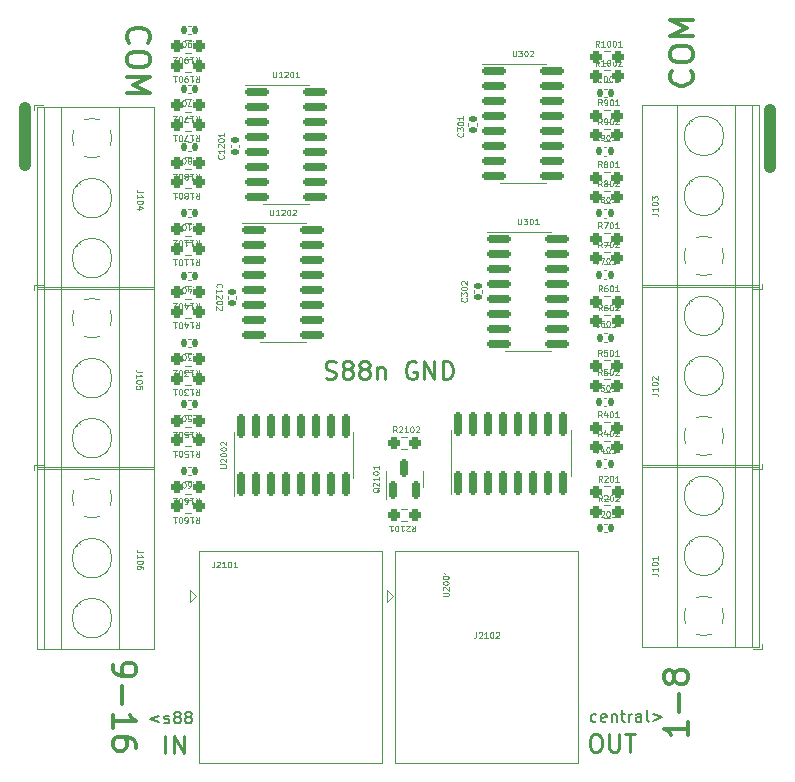
<source format=gbr>
%TF.GenerationSoftware,KiCad,Pcbnew,7.0.7*%
%TF.CreationDate,2023-11-27T22:42:48+01:00*%
%TF.ProjectId,OS-S88n,4f532d53-3838-46e2-9e6b-696361645f70,rev?*%
%TF.SameCoordinates,Original*%
%TF.FileFunction,Legend,Top*%
%TF.FilePolarity,Positive*%
%FSLAX46Y46*%
G04 Gerber Fmt 4.6, Leading zero omitted, Abs format (unit mm)*
G04 Created by KiCad (PCBNEW 7.0.7) date 2023-11-27 22:42:48*
%MOMM*%
%LPD*%
G01*
G04 APERTURE LIST*
G04 Aperture macros list*
%AMRoundRect*
0 Rectangle with rounded corners*
0 $1 Rounding radius*
0 $2 $3 $4 $5 $6 $7 $8 $9 X,Y pos of 4 corners*
0 Add a 4 corners polygon primitive as box body*
4,1,4,$2,$3,$4,$5,$6,$7,$8,$9,$2,$3,0*
0 Add four circle primitives for the rounded corners*
1,1,$1+$1,$2,$3*
1,1,$1+$1,$4,$5*
1,1,$1+$1,$6,$7*
1,1,$1+$1,$8,$9*
0 Add four rect primitives between the rounded corners*
20,1,$1+$1,$2,$3,$4,$5,0*
20,1,$1+$1,$4,$5,$6,$7,0*
20,1,$1+$1,$6,$7,$8,$9,0*
20,1,$1+$1,$8,$9,$2,$3,0*%
G04 Aperture macros list end*
%ADD10C,0.150000*%
%ADD11C,0.250000*%
%ADD12C,1.000000*%
%ADD13C,0.300000*%
%ADD14C,0.075000*%
%ADD15C,0.120000*%
%ADD16RoundRect,0.237500X0.250000X0.237500X-0.250000X0.237500X-0.250000X-0.237500X0.250000X-0.237500X0*%
%ADD17RoundRect,0.237500X-0.250000X-0.237500X0.250000X-0.237500X0.250000X0.237500X-0.250000X0.237500X0*%
%ADD18RoundRect,0.140000X0.140000X0.170000X-0.140000X0.170000X-0.140000X-0.170000X0.140000X-0.170000X0*%
%ADD19RoundRect,0.140000X-0.170000X0.140000X-0.170000X-0.140000X0.170000X-0.140000X0.170000X0.140000X0*%
%ADD20RoundRect,0.140000X0.170000X-0.140000X0.170000X0.140000X-0.170000X0.140000X-0.170000X-0.140000X0*%
%ADD21RoundRect,0.140000X-0.140000X-0.170000X0.140000X-0.170000X0.140000X0.170000X-0.140000X0.170000X0*%
%ADD22RoundRect,0.150000X0.150000X-0.587500X0.150000X0.587500X-0.150000X0.587500X-0.150000X-0.587500X0*%
%ADD23R,2.600000X2.600000*%
%ADD24C,2.600000*%
%ADD25C,3.200000*%
%ADD26R,1.500000X1.500000*%
%ADD27C,1.500000*%
%ADD28RoundRect,0.150000X-0.825000X-0.150000X0.825000X-0.150000X0.825000X0.150000X-0.825000X0.150000X0*%
%ADD29RoundRect,0.150000X0.150000X-0.825000X0.150000X0.825000X-0.150000X0.825000X-0.150000X-0.825000X0*%
G04 APERTURE END LIST*
D10*
X182200684Y-96739152D02*
X181438779Y-97024866D01*
X181438779Y-97024866D02*
X182200684Y-97310580D01*
X182629255Y-97358200D02*
X182724493Y-97405819D01*
X182724493Y-97405819D02*
X182914969Y-97405819D01*
X182914969Y-97405819D02*
X183010207Y-97358200D01*
X183010207Y-97358200D02*
X183057826Y-97262961D01*
X183057826Y-97262961D02*
X183057826Y-97215342D01*
X183057826Y-97215342D02*
X183010207Y-97120104D01*
X183010207Y-97120104D02*
X182914969Y-97072485D01*
X182914969Y-97072485D02*
X182772112Y-97072485D01*
X182772112Y-97072485D02*
X182676874Y-97024866D01*
X182676874Y-97024866D02*
X182629255Y-96929628D01*
X182629255Y-96929628D02*
X182629255Y-96882009D01*
X182629255Y-96882009D02*
X182676874Y-96786771D01*
X182676874Y-96786771D02*
X182772112Y-96739152D01*
X182772112Y-96739152D02*
X182914969Y-96739152D01*
X182914969Y-96739152D02*
X183010207Y-96786771D01*
X183629255Y-96834390D02*
X183534017Y-96786771D01*
X183534017Y-96786771D02*
X183486398Y-96739152D01*
X183486398Y-96739152D02*
X183438779Y-96643914D01*
X183438779Y-96643914D02*
X183438779Y-96596295D01*
X183438779Y-96596295D02*
X183486398Y-96501057D01*
X183486398Y-96501057D02*
X183534017Y-96453438D01*
X183534017Y-96453438D02*
X183629255Y-96405819D01*
X183629255Y-96405819D02*
X183819731Y-96405819D01*
X183819731Y-96405819D02*
X183914969Y-96453438D01*
X183914969Y-96453438D02*
X183962588Y-96501057D01*
X183962588Y-96501057D02*
X184010207Y-96596295D01*
X184010207Y-96596295D02*
X184010207Y-96643914D01*
X184010207Y-96643914D02*
X183962588Y-96739152D01*
X183962588Y-96739152D02*
X183914969Y-96786771D01*
X183914969Y-96786771D02*
X183819731Y-96834390D01*
X183819731Y-96834390D02*
X183629255Y-96834390D01*
X183629255Y-96834390D02*
X183534017Y-96882009D01*
X183534017Y-96882009D02*
X183486398Y-96929628D01*
X183486398Y-96929628D02*
X183438779Y-97024866D01*
X183438779Y-97024866D02*
X183438779Y-97215342D01*
X183438779Y-97215342D02*
X183486398Y-97310580D01*
X183486398Y-97310580D02*
X183534017Y-97358200D01*
X183534017Y-97358200D02*
X183629255Y-97405819D01*
X183629255Y-97405819D02*
X183819731Y-97405819D01*
X183819731Y-97405819D02*
X183914969Y-97358200D01*
X183914969Y-97358200D02*
X183962588Y-97310580D01*
X183962588Y-97310580D02*
X184010207Y-97215342D01*
X184010207Y-97215342D02*
X184010207Y-97024866D01*
X184010207Y-97024866D02*
X183962588Y-96929628D01*
X183962588Y-96929628D02*
X183914969Y-96882009D01*
X183914969Y-96882009D02*
X183819731Y-96834390D01*
X184581636Y-96834390D02*
X184486398Y-96786771D01*
X184486398Y-96786771D02*
X184438779Y-96739152D01*
X184438779Y-96739152D02*
X184391160Y-96643914D01*
X184391160Y-96643914D02*
X184391160Y-96596295D01*
X184391160Y-96596295D02*
X184438779Y-96501057D01*
X184438779Y-96501057D02*
X184486398Y-96453438D01*
X184486398Y-96453438D02*
X184581636Y-96405819D01*
X184581636Y-96405819D02*
X184772112Y-96405819D01*
X184772112Y-96405819D02*
X184867350Y-96453438D01*
X184867350Y-96453438D02*
X184914969Y-96501057D01*
X184914969Y-96501057D02*
X184962588Y-96596295D01*
X184962588Y-96596295D02*
X184962588Y-96643914D01*
X184962588Y-96643914D02*
X184914969Y-96739152D01*
X184914969Y-96739152D02*
X184867350Y-96786771D01*
X184867350Y-96786771D02*
X184772112Y-96834390D01*
X184772112Y-96834390D02*
X184581636Y-96834390D01*
X184581636Y-96834390D02*
X184486398Y-96882009D01*
X184486398Y-96882009D02*
X184438779Y-96929628D01*
X184438779Y-96929628D02*
X184391160Y-97024866D01*
X184391160Y-97024866D02*
X184391160Y-97215342D01*
X184391160Y-97215342D02*
X184438779Y-97310580D01*
X184438779Y-97310580D02*
X184486398Y-97358200D01*
X184486398Y-97358200D02*
X184581636Y-97405819D01*
X184581636Y-97405819D02*
X184772112Y-97405819D01*
X184772112Y-97405819D02*
X184867350Y-97358200D01*
X184867350Y-97358200D02*
X184914969Y-97310580D01*
X184914969Y-97310580D02*
X184962588Y-97215342D01*
X184962588Y-97215342D02*
X184962588Y-97024866D01*
X184962588Y-97024866D02*
X184914969Y-96929628D01*
X184914969Y-96929628D02*
X184867350Y-96882009D01*
X184867350Y-96882009D02*
X184772112Y-96834390D01*
X219205350Y-97231200D02*
X219110112Y-97278819D01*
X219110112Y-97278819D02*
X218919636Y-97278819D01*
X218919636Y-97278819D02*
X218824398Y-97231200D01*
X218824398Y-97231200D02*
X218776779Y-97183580D01*
X218776779Y-97183580D02*
X218729160Y-97088342D01*
X218729160Y-97088342D02*
X218729160Y-96802628D01*
X218729160Y-96802628D02*
X218776779Y-96707390D01*
X218776779Y-96707390D02*
X218824398Y-96659771D01*
X218824398Y-96659771D02*
X218919636Y-96612152D01*
X218919636Y-96612152D02*
X219110112Y-96612152D01*
X219110112Y-96612152D02*
X219205350Y-96659771D01*
X220014874Y-97231200D02*
X219919636Y-97278819D01*
X219919636Y-97278819D02*
X219729160Y-97278819D01*
X219729160Y-97278819D02*
X219633922Y-97231200D01*
X219633922Y-97231200D02*
X219586303Y-97135961D01*
X219586303Y-97135961D02*
X219586303Y-96755009D01*
X219586303Y-96755009D02*
X219633922Y-96659771D01*
X219633922Y-96659771D02*
X219729160Y-96612152D01*
X219729160Y-96612152D02*
X219919636Y-96612152D01*
X219919636Y-96612152D02*
X220014874Y-96659771D01*
X220014874Y-96659771D02*
X220062493Y-96755009D01*
X220062493Y-96755009D02*
X220062493Y-96850247D01*
X220062493Y-96850247D02*
X219586303Y-96945485D01*
X220491065Y-96612152D02*
X220491065Y-97278819D01*
X220491065Y-96707390D02*
X220538684Y-96659771D01*
X220538684Y-96659771D02*
X220633922Y-96612152D01*
X220633922Y-96612152D02*
X220776779Y-96612152D01*
X220776779Y-96612152D02*
X220872017Y-96659771D01*
X220872017Y-96659771D02*
X220919636Y-96755009D01*
X220919636Y-96755009D02*
X220919636Y-97278819D01*
X221252970Y-96612152D02*
X221633922Y-96612152D01*
X221395827Y-96278819D02*
X221395827Y-97135961D01*
X221395827Y-97135961D02*
X221443446Y-97231200D01*
X221443446Y-97231200D02*
X221538684Y-97278819D01*
X221538684Y-97278819D02*
X221633922Y-97278819D01*
X221967256Y-97278819D02*
X221967256Y-96612152D01*
X221967256Y-96802628D02*
X222014875Y-96707390D01*
X222014875Y-96707390D02*
X222062494Y-96659771D01*
X222062494Y-96659771D02*
X222157732Y-96612152D01*
X222157732Y-96612152D02*
X222252970Y-96612152D01*
X223014875Y-97278819D02*
X223014875Y-96755009D01*
X223014875Y-96755009D02*
X222967256Y-96659771D01*
X222967256Y-96659771D02*
X222872018Y-96612152D01*
X222872018Y-96612152D02*
X222681542Y-96612152D01*
X222681542Y-96612152D02*
X222586304Y-96659771D01*
X223014875Y-97231200D02*
X222919637Y-97278819D01*
X222919637Y-97278819D02*
X222681542Y-97278819D01*
X222681542Y-97278819D02*
X222586304Y-97231200D01*
X222586304Y-97231200D02*
X222538685Y-97135961D01*
X222538685Y-97135961D02*
X222538685Y-97040723D01*
X222538685Y-97040723D02*
X222586304Y-96945485D01*
X222586304Y-96945485D02*
X222681542Y-96897866D01*
X222681542Y-96897866D02*
X222919637Y-96897866D01*
X222919637Y-96897866D02*
X223014875Y-96850247D01*
X223633923Y-97278819D02*
X223538685Y-97231200D01*
X223538685Y-97231200D02*
X223491066Y-97135961D01*
X223491066Y-97135961D02*
X223491066Y-96278819D01*
X224014876Y-96612152D02*
X224776781Y-96897866D01*
X224776781Y-96897866D02*
X224014876Y-97183580D01*
D11*
X196283143Y-68185000D02*
X196497429Y-68256428D01*
X196497429Y-68256428D02*
X196854571Y-68256428D01*
X196854571Y-68256428D02*
X196997429Y-68185000D01*
X196997429Y-68185000D02*
X197068857Y-68113571D01*
X197068857Y-68113571D02*
X197140286Y-67970714D01*
X197140286Y-67970714D02*
X197140286Y-67827857D01*
X197140286Y-67827857D02*
X197068857Y-67685000D01*
X197068857Y-67685000D02*
X196997429Y-67613571D01*
X196997429Y-67613571D02*
X196854571Y-67542142D01*
X196854571Y-67542142D02*
X196568857Y-67470714D01*
X196568857Y-67470714D02*
X196426000Y-67399285D01*
X196426000Y-67399285D02*
X196354571Y-67327857D01*
X196354571Y-67327857D02*
X196283143Y-67185000D01*
X196283143Y-67185000D02*
X196283143Y-67042142D01*
X196283143Y-67042142D02*
X196354571Y-66899285D01*
X196354571Y-66899285D02*
X196426000Y-66827857D01*
X196426000Y-66827857D02*
X196568857Y-66756428D01*
X196568857Y-66756428D02*
X196926000Y-66756428D01*
X196926000Y-66756428D02*
X197140286Y-66827857D01*
X197997428Y-67399285D02*
X197854571Y-67327857D01*
X197854571Y-67327857D02*
X197783142Y-67256428D01*
X197783142Y-67256428D02*
X197711714Y-67113571D01*
X197711714Y-67113571D02*
X197711714Y-67042142D01*
X197711714Y-67042142D02*
X197783142Y-66899285D01*
X197783142Y-66899285D02*
X197854571Y-66827857D01*
X197854571Y-66827857D02*
X197997428Y-66756428D01*
X197997428Y-66756428D02*
X198283142Y-66756428D01*
X198283142Y-66756428D02*
X198426000Y-66827857D01*
X198426000Y-66827857D02*
X198497428Y-66899285D01*
X198497428Y-66899285D02*
X198568857Y-67042142D01*
X198568857Y-67042142D02*
X198568857Y-67113571D01*
X198568857Y-67113571D02*
X198497428Y-67256428D01*
X198497428Y-67256428D02*
X198426000Y-67327857D01*
X198426000Y-67327857D02*
X198283142Y-67399285D01*
X198283142Y-67399285D02*
X197997428Y-67399285D01*
X197997428Y-67399285D02*
X197854571Y-67470714D01*
X197854571Y-67470714D02*
X197783142Y-67542142D01*
X197783142Y-67542142D02*
X197711714Y-67685000D01*
X197711714Y-67685000D02*
X197711714Y-67970714D01*
X197711714Y-67970714D02*
X197783142Y-68113571D01*
X197783142Y-68113571D02*
X197854571Y-68185000D01*
X197854571Y-68185000D02*
X197997428Y-68256428D01*
X197997428Y-68256428D02*
X198283142Y-68256428D01*
X198283142Y-68256428D02*
X198426000Y-68185000D01*
X198426000Y-68185000D02*
X198497428Y-68113571D01*
X198497428Y-68113571D02*
X198568857Y-67970714D01*
X198568857Y-67970714D02*
X198568857Y-67685000D01*
X198568857Y-67685000D02*
X198497428Y-67542142D01*
X198497428Y-67542142D02*
X198426000Y-67470714D01*
X198426000Y-67470714D02*
X198283142Y-67399285D01*
X199425999Y-67399285D02*
X199283142Y-67327857D01*
X199283142Y-67327857D02*
X199211713Y-67256428D01*
X199211713Y-67256428D02*
X199140285Y-67113571D01*
X199140285Y-67113571D02*
X199140285Y-67042142D01*
X199140285Y-67042142D02*
X199211713Y-66899285D01*
X199211713Y-66899285D02*
X199283142Y-66827857D01*
X199283142Y-66827857D02*
X199425999Y-66756428D01*
X199425999Y-66756428D02*
X199711713Y-66756428D01*
X199711713Y-66756428D02*
X199854571Y-66827857D01*
X199854571Y-66827857D02*
X199925999Y-66899285D01*
X199925999Y-66899285D02*
X199997428Y-67042142D01*
X199997428Y-67042142D02*
X199997428Y-67113571D01*
X199997428Y-67113571D02*
X199925999Y-67256428D01*
X199925999Y-67256428D02*
X199854571Y-67327857D01*
X199854571Y-67327857D02*
X199711713Y-67399285D01*
X199711713Y-67399285D02*
X199425999Y-67399285D01*
X199425999Y-67399285D02*
X199283142Y-67470714D01*
X199283142Y-67470714D02*
X199211713Y-67542142D01*
X199211713Y-67542142D02*
X199140285Y-67685000D01*
X199140285Y-67685000D02*
X199140285Y-67970714D01*
X199140285Y-67970714D02*
X199211713Y-68113571D01*
X199211713Y-68113571D02*
X199283142Y-68185000D01*
X199283142Y-68185000D02*
X199425999Y-68256428D01*
X199425999Y-68256428D02*
X199711713Y-68256428D01*
X199711713Y-68256428D02*
X199854571Y-68185000D01*
X199854571Y-68185000D02*
X199925999Y-68113571D01*
X199925999Y-68113571D02*
X199997428Y-67970714D01*
X199997428Y-67970714D02*
X199997428Y-67685000D01*
X199997428Y-67685000D02*
X199925999Y-67542142D01*
X199925999Y-67542142D02*
X199854571Y-67470714D01*
X199854571Y-67470714D02*
X199711713Y-67399285D01*
X200640284Y-67256428D02*
X200640284Y-68256428D01*
X200640284Y-67399285D02*
X200711713Y-67327857D01*
X200711713Y-67327857D02*
X200854570Y-67256428D01*
X200854570Y-67256428D02*
X201068856Y-67256428D01*
X201068856Y-67256428D02*
X201211713Y-67327857D01*
X201211713Y-67327857D02*
X201283142Y-67470714D01*
X201283142Y-67470714D02*
X201283142Y-68256428D01*
X203925999Y-66827857D02*
X203783142Y-66756428D01*
X203783142Y-66756428D02*
X203568856Y-66756428D01*
X203568856Y-66756428D02*
X203354570Y-66827857D01*
X203354570Y-66827857D02*
X203211713Y-66970714D01*
X203211713Y-66970714D02*
X203140284Y-67113571D01*
X203140284Y-67113571D02*
X203068856Y-67399285D01*
X203068856Y-67399285D02*
X203068856Y-67613571D01*
X203068856Y-67613571D02*
X203140284Y-67899285D01*
X203140284Y-67899285D02*
X203211713Y-68042142D01*
X203211713Y-68042142D02*
X203354570Y-68185000D01*
X203354570Y-68185000D02*
X203568856Y-68256428D01*
X203568856Y-68256428D02*
X203711713Y-68256428D01*
X203711713Y-68256428D02*
X203925999Y-68185000D01*
X203925999Y-68185000D02*
X203997427Y-68113571D01*
X203997427Y-68113571D02*
X203997427Y-67613571D01*
X203997427Y-67613571D02*
X203711713Y-67613571D01*
X204640284Y-68256428D02*
X204640284Y-66756428D01*
X204640284Y-66756428D02*
X205497427Y-68256428D01*
X205497427Y-68256428D02*
X205497427Y-66756428D01*
X206211713Y-68256428D02*
X206211713Y-66756428D01*
X206211713Y-66756428D02*
X206568856Y-66756428D01*
X206568856Y-66756428D02*
X206783142Y-66827857D01*
X206783142Y-66827857D02*
X206925999Y-66970714D01*
X206925999Y-66970714D02*
X206997428Y-67113571D01*
X206997428Y-67113571D02*
X207068856Y-67399285D01*
X207068856Y-67399285D02*
X207068856Y-67613571D01*
X207068856Y-67613571D02*
X206997428Y-67899285D01*
X206997428Y-67899285D02*
X206925999Y-68042142D01*
X206925999Y-68042142D02*
X206783142Y-68185000D01*
X206783142Y-68185000D02*
X206568856Y-68256428D01*
X206568856Y-68256428D02*
X206211713Y-68256428D01*
D12*
X170815000Y-50165000D02*
X170815000Y-45339000D01*
X233934000Y-50292000D02*
X233934000Y-45466000D01*
D13*
X178260361Y-92462796D02*
X178260361Y-92843748D01*
X178260361Y-92843748D02*
X178355600Y-93034225D01*
X178355600Y-93034225D02*
X178450838Y-93129463D01*
X178450838Y-93129463D02*
X178736552Y-93319939D01*
X178736552Y-93319939D02*
X179117504Y-93415177D01*
X179117504Y-93415177D02*
X179879409Y-93415177D01*
X179879409Y-93415177D02*
X180069885Y-93319939D01*
X180069885Y-93319939D02*
X180165123Y-93224701D01*
X180165123Y-93224701D02*
X180260361Y-93034225D01*
X180260361Y-93034225D02*
X180260361Y-92653272D01*
X180260361Y-92653272D02*
X180165123Y-92462796D01*
X180165123Y-92462796D02*
X180069885Y-92367558D01*
X180069885Y-92367558D02*
X179879409Y-92272320D01*
X179879409Y-92272320D02*
X179403219Y-92272320D01*
X179403219Y-92272320D02*
X179212742Y-92367558D01*
X179212742Y-92367558D02*
X179117504Y-92462796D01*
X179117504Y-92462796D02*
X179022266Y-92653272D01*
X179022266Y-92653272D02*
X179022266Y-93034225D01*
X179022266Y-93034225D02*
X179117504Y-93224701D01*
X179117504Y-93224701D02*
X179212742Y-93319939D01*
X179212742Y-93319939D02*
X179403219Y-93415177D01*
X179022266Y-94272320D02*
X179022266Y-95796130D01*
X178260361Y-97796129D02*
X178260361Y-96653272D01*
X178260361Y-97224700D02*
X180260361Y-97224700D01*
X180260361Y-97224700D02*
X179974647Y-97034224D01*
X179974647Y-97034224D02*
X179784171Y-96843748D01*
X179784171Y-96843748D02*
X179688933Y-96653272D01*
X180260361Y-99510415D02*
X180260361Y-99129462D01*
X180260361Y-99129462D02*
X180165123Y-98938986D01*
X180165123Y-98938986D02*
X180069885Y-98843748D01*
X180069885Y-98843748D02*
X179784171Y-98653272D01*
X179784171Y-98653272D02*
X179403219Y-98558034D01*
X179403219Y-98558034D02*
X178641314Y-98558034D01*
X178641314Y-98558034D02*
X178450838Y-98653272D01*
X178450838Y-98653272D02*
X178355600Y-98748510D01*
X178355600Y-98748510D02*
X178260361Y-98938986D01*
X178260361Y-98938986D02*
X178260361Y-99319939D01*
X178260361Y-99319939D02*
X178355600Y-99510415D01*
X178355600Y-99510415D02*
X178450838Y-99605653D01*
X178450838Y-99605653D02*
X178641314Y-99700891D01*
X178641314Y-99700891D02*
X179117504Y-99700891D01*
X179117504Y-99700891D02*
X179307980Y-99605653D01*
X179307980Y-99605653D02*
X179403219Y-99510415D01*
X179403219Y-99510415D02*
X179498457Y-99319939D01*
X179498457Y-99319939D02*
X179498457Y-98938986D01*
X179498457Y-98938986D02*
X179403219Y-98748510D01*
X179403219Y-98748510D02*
X179307980Y-98653272D01*
X179307980Y-98653272D02*
X179117504Y-98558034D01*
X227227161Y-42163360D02*
X227322400Y-42258598D01*
X227322400Y-42258598D02*
X227417638Y-42544312D01*
X227417638Y-42544312D02*
X227417638Y-42734788D01*
X227417638Y-42734788D02*
X227322400Y-43020503D01*
X227322400Y-43020503D02*
X227131923Y-43210979D01*
X227131923Y-43210979D02*
X226941447Y-43306217D01*
X226941447Y-43306217D02*
X226560495Y-43401455D01*
X226560495Y-43401455D02*
X226274780Y-43401455D01*
X226274780Y-43401455D02*
X225893828Y-43306217D01*
X225893828Y-43306217D02*
X225703352Y-43210979D01*
X225703352Y-43210979D02*
X225512876Y-43020503D01*
X225512876Y-43020503D02*
X225417638Y-42734788D01*
X225417638Y-42734788D02*
X225417638Y-42544312D01*
X225417638Y-42544312D02*
X225512876Y-42258598D01*
X225512876Y-42258598D02*
X225608114Y-42163360D01*
X225417638Y-40925265D02*
X225417638Y-40544312D01*
X225417638Y-40544312D02*
X225512876Y-40353836D01*
X225512876Y-40353836D02*
X225703352Y-40163360D01*
X225703352Y-40163360D02*
X226084304Y-40068122D01*
X226084304Y-40068122D02*
X226750971Y-40068122D01*
X226750971Y-40068122D02*
X227131923Y-40163360D01*
X227131923Y-40163360D02*
X227322400Y-40353836D01*
X227322400Y-40353836D02*
X227417638Y-40544312D01*
X227417638Y-40544312D02*
X227417638Y-40925265D01*
X227417638Y-40925265D02*
X227322400Y-41115741D01*
X227322400Y-41115741D02*
X227131923Y-41306217D01*
X227131923Y-41306217D02*
X226750971Y-41401455D01*
X226750971Y-41401455D02*
X226084304Y-41401455D01*
X226084304Y-41401455D02*
X225703352Y-41306217D01*
X225703352Y-41306217D02*
X225512876Y-41115741D01*
X225512876Y-41115741D02*
X225417638Y-40925265D01*
X227417638Y-39210979D02*
X225417638Y-39210979D01*
X225417638Y-39210979D02*
X226846209Y-38544312D01*
X226846209Y-38544312D02*
X225417638Y-37877646D01*
X225417638Y-37877646D02*
X227417638Y-37877646D01*
X226942638Y-97278822D02*
X226942638Y-98421679D01*
X226942638Y-97850251D02*
X224942638Y-97850251D01*
X224942638Y-97850251D02*
X225228352Y-98040727D01*
X225228352Y-98040727D02*
X225418828Y-98231203D01*
X225418828Y-98231203D02*
X225514066Y-98421679D01*
X226180733Y-96421679D02*
X226180733Y-94897870D01*
X225799780Y-93659775D02*
X225704542Y-93850251D01*
X225704542Y-93850251D02*
X225609304Y-93945489D01*
X225609304Y-93945489D02*
X225418828Y-94040727D01*
X225418828Y-94040727D02*
X225323590Y-94040727D01*
X225323590Y-94040727D02*
X225133114Y-93945489D01*
X225133114Y-93945489D02*
X225037876Y-93850251D01*
X225037876Y-93850251D02*
X224942638Y-93659775D01*
X224942638Y-93659775D02*
X224942638Y-93278822D01*
X224942638Y-93278822D02*
X225037876Y-93088346D01*
X225037876Y-93088346D02*
X225133114Y-92993108D01*
X225133114Y-92993108D02*
X225323590Y-92897870D01*
X225323590Y-92897870D02*
X225418828Y-92897870D01*
X225418828Y-92897870D02*
X225609304Y-92993108D01*
X225609304Y-92993108D02*
X225704542Y-93088346D01*
X225704542Y-93088346D02*
X225799780Y-93278822D01*
X225799780Y-93278822D02*
X225799780Y-93659775D01*
X225799780Y-93659775D02*
X225895019Y-93850251D01*
X225895019Y-93850251D02*
X225990257Y-93945489D01*
X225990257Y-93945489D02*
X226180733Y-94040727D01*
X226180733Y-94040727D02*
X226561685Y-94040727D01*
X226561685Y-94040727D02*
X226752161Y-93945489D01*
X226752161Y-93945489D02*
X226847400Y-93850251D01*
X226847400Y-93850251D02*
X226942638Y-93659775D01*
X226942638Y-93659775D02*
X226942638Y-93278822D01*
X226942638Y-93278822D02*
X226847400Y-93088346D01*
X226847400Y-93088346D02*
X226752161Y-92993108D01*
X226752161Y-92993108D02*
X226561685Y-92897870D01*
X226561685Y-92897870D02*
X226180733Y-92897870D01*
X226180733Y-92897870D02*
X225990257Y-92993108D01*
X225990257Y-92993108D02*
X225895019Y-93088346D01*
X225895019Y-93088346D02*
X225799780Y-93278822D01*
D11*
X182714285Y-99953428D02*
X182714285Y-98453428D01*
X183428571Y-99953428D02*
X183428571Y-98453428D01*
X183428571Y-98453428D02*
X184285714Y-99953428D01*
X184285714Y-99953428D02*
X184285714Y-98453428D01*
X219000000Y-98303428D02*
X219285714Y-98303428D01*
X219285714Y-98303428D02*
X219428571Y-98374857D01*
X219428571Y-98374857D02*
X219571428Y-98517714D01*
X219571428Y-98517714D02*
X219642857Y-98803428D01*
X219642857Y-98803428D02*
X219642857Y-99303428D01*
X219642857Y-99303428D02*
X219571428Y-99589142D01*
X219571428Y-99589142D02*
X219428571Y-99732000D01*
X219428571Y-99732000D02*
X219285714Y-99803428D01*
X219285714Y-99803428D02*
X219000000Y-99803428D01*
X219000000Y-99803428D02*
X218857143Y-99732000D01*
X218857143Y-99732000D02*
X218714285Y-99589142D01*
X218714285Y-99589142D02*
X218642857Y-99303428D01*
X218642857Y-99303428D02*
X218642857Y-98803428D01*
X218642857Y-98803428D02*
X218714285Y-98517714D01*
X218714285Y-98517714D02*
X218857143Y-98374857D01*
X218857143Y-98374857D02*
X219000000Y-98303428D01*
X220285714Y-98303428D02*
X220285714Y-99517714D01*
X220285714Y-99517714D02*
X220357143Y-99660571D01*
X220357143Y-99660571D02*
X220428572Y-99732000D01*
X220428572Y-99732000D02*
X220571429Y-99803428D01*
X220571429Y-99803428D02*
X220857143Y-99803428D01*
X220857143Y-99803428D02*
X221000000Y-99732000D01*
X221000000Y-99732000D02*
X221071429Y-99660571D01*
X221071429Y-99660571D02*
X221142857Y-99517714D01*
X221142857Y-99517714D02*
X221142857Y-98303428D01*
X221642858Y-98303428D02*
X222500001Y-98303428D01*
X222071429Y-99803428D02*
X222071429Y-98303428D01*
D13*
X179627838Y-39762415D02*
X179532600Y-39667177D01*
X179532600Y-39667177D02*
X179437361Y-39381463D01*
X179437361Y-39381463D02*
X179437361Y-39190987D01*
X179437361Y-39190987D02*
X179532600Y-38905272D01*
X179532600Y-38905272D02*
X179723076Y-38714796D01*
X179723076Y-38714796D02*
X179913552Y-38619558D01*
X179913552Y-38619558D02*
X180294504Y-38524320D01*
X180294504Y-38524320D02*
X180580219Y-38524320D01*
X180580219Y-38524320D02*
X180961171Y-38619558D01*
X180961171Y-38619558D02*
X181151647Y-38714796D01*
X181151647Y-38714796D02*
X181342123Y-38905272D01*
X181342123Y-38905272D02*
X181437361Y-39190987D01*
X181437361Y-39190987D02*
X181437361Y-39381463D01*
X181437361Y-39381463D02*
X181342123Y-39667177D01*
X181342123Y-39667177D02*
X181246885Y-39762415D01*
X181437361Y-41000510D02*
X181437361Y-41381463D01*
X181437361Y-41381463D02*
X181342123Y-41571939D01*
X181342123Y-41571939D02*
X181151647Y-41762415D01*
X181151647Y-41762415D02*
X180770695Y-41857653D01*
X180770695Y-41857653D02*
X180104028Y-41857653D01*
X180104028Y-41857653D02*
X179723076Y-41762415D01*
X179723076Y-41762415D02*
X179532600Y-41571939D01*
X179532600Y-41571939D02*
X179437361Y-41381463D01*
X179437361Y-41381463D02*
X179437361Y-41000510D01*
X179437361Y-41000510D02*
X179532600Y-40810034D01*
X179532600Y-40810034D02*
X179723076Y-40619558D01*
X179723076Y-40619558D02*
X180104028Y-40524320D01*
X180104028Y-40524320D02*
X180770695Y-40524320D01*
X180770695Y-40524320D02*
X181151647Y-40619558D01*
X181151647Y-40619558D02*
X181342123Y-40810034D01*
X181342123Y-40810034D02*
X181437361Y-41000510D01*
X179437361Y-42714796D02*
X181437361Y-42714796D01*
X181437361Y-42714796D02*
X180008790Y-43381463D01*
X180008790Y-43381463D02*
X181437361Y-44048129D01*
X181437361Y-44048129D02*
X179437361Y-44048129D01*
D14*
X185282118Y-40984090D02*
X185448784Y-41222185D01*
X185567832Y-40984090D02*
X185567832Y-41484090D01*
X185567832Y-41484090D02*
X185377356Y-41484090D01*
X185377356Y-41484090D02*
X185329737Y-41460280D01*
X185329737Y-41460280D02*
X185305927Y-41436471D01*
X185305927Y-41436471D02*
X185282118Y-41388852D01*
X185282118Y-41388852D02*
X185282118Y-41317423D01*
X185282118Y-41317423D02*
X185305927Y-41269804D01*
X185305927Y-41269804D02*
X185329737Y-41245995D01*
X185329737Y-41245995D02*
X185377356Y-41222185D01*
X185377356Y-41222185D02*
X185567832Y-41222185D01*
X184805927Y-40984090D02*
X185091641Y-40984090D01*
X184948784Y-40984090D02*
X184948784Y-41484090D01*
X184948784Y-41484090D02*
X184996403Y-41412661D01*
X184996403Y-41412661D02*
X185044022Y-41365042D01*
X185044022Y-41365042D02*
X185091641Y-41341233D01*
X184567832Y-40984090D02*
X184472594Y-40984090D01*
X184472594Y-40984090D02*
X184424975Y-41007900D01*
X184424975Y-41007900D02*
X184401166Y-41031709D01*
X184401166Y-41031709D02*
X184353547Y-41103138D01*
X184353547Y-41103138D02*
X184329737Y-41198376D01*
X184329737Y-41198376D02*
X184329737Y-41388852D01*
X184329737Y-41388852D02*
X184353547Y-41436471D01*
X184353547Y-41436471D02*
X184377356Y-41460280D01*
X184377356Y-41460280D02*
X184424975Y-41484090D01*
X184424975Y-41484090D02*
X184520213Y-41484090D01*
X184520213Y-41484090D02*
X184567832Y-41460280D01*
X184567832Y-41460280D02*
X184591642Y-41436471D01*
X184591642Y-41436471D02*
X184615451Y-41388852D01*
X184615451Y-41388852D02*
X184615451Y-41269804D01*
X184615451Y-41269804D02*
X184591642Y-41222185D01*
X184591642Y-41222185D02*
X184567832Y-41198376D01*
X184567832Y-41198376D02*
X184520213Y-41174566D01*
X184520213Y-41174566D02*
X184424975Y-41174566D01*
X184424975Y-41174566D02*
X184377356Y-41198376D01*
X184377356Y-41198376D02*
X184353547Y-41222185D01*
X184353547Y-41222185D02*
X184329737Y-41269804D01*
X184020214Y-41484090D02*
X183972595Y-41484090D01*
X183972595Y-41484090D02*
X183924976Y-41460280D01*
X183924976Y-41460280D02*
X183901166Y-41436471D01*
X183901166Y-41436471D02*
X183877357Y-41388852D01*
X183877357Y-41388852D02*
X183853547Y-41293614D01*
X183853547Y-41293614D02*
X183853547Y-41174566D01*
X183853547Y-41174566D02*
X183877357Y-41079328D01*
X183877357Y-41079328D02*
X183901166Y-41031709D01*
X183901166Y-41031709D02*
X183924976Y-41007900D01*
X183924976Y-41007900D02*
X183972595Y-40984090D01*
X183972595Y-40984090D02*
X184020214Y-40984090D01*
X184020214Y-40984090D02*
X184067833Y-41007900D01*
X184067833Y-41007900D02*
X184091642Y-41031709D01*
X184091642Y-41031709D02*
X184115452Y-41079328D01*
X184115452Y-41079328D02*
X184139261Y-41174566D01*
X184139261Y-41174566D02*
X184139261Y-41293614D01*
X184139261Y-41293614D02*
X184115452Y-41388852D01*
X184115452Y-41388852D02*
X184091642Y-41436471D01*
X184091642Y-41436471D02*
X184067833Y-41460280D01*
X184067833Y-41460280D02*
X184020214Y-41484090D01*
X183663071Y-41436471D02*
X183639262Y-41460280D01*
X183639262Y-41460280D02*
X183591643Y-41484090D01*
X183591643Y-41484090D02*
X183472595Y-41484090D01*
X183472595Y-41484090D02*
X183424976Y-41460280D01*
X183424976Y-41460280D02*
X183401167Y-41436471D01*
X183401167Y-41436471D02*
X183377357Y-41388852D01*
X183377357Y-41388852D02*
X183377357Y-41341233D01*
X183377357Y-41341233D02*
X183401167Y-41269804D01*
X183401167Y-41269804D02*
X183686881Y-40984090D01*
X183686881Y-40984090D02*
X183377357Y-40984090D01*
X185282118Y-42603090D02*
X185448784Y-42841185D01*
X185567832Y-42603090D02*
X185567832Y-43103090D01*
X185567832Y-43103090D02*
X185377356Y-43103090D01*
X185377356Y-43103090D02*
X185329737Y-43079280D01*
X185329737Y-43079280D02*
X185305927Y-43055471D01*
X185305927Y-43055471D02*
X185282118Y-43007852D01*
X185282118Y-43007852D02*
X185282118Y-42936423D01*
X185282118Y-42936423D02*
X185305927Y-42888804D01*
X185305927Y-42888804D02*
X185329737Y-42864995D01*
X185329737Y-42864995D02*
X185377356Y-42841185D01*
X185377356Y-42841185D02*
X185567832Y-42841185D01*
X184805927Y-42603090D02*
X185091641Y-42603090D01*
X184948784Y-42603090D02*
X184948784Y-43103090D01*
X184948784Y-43103090D02*
X184996403Y-43031661D01*
X184996403Y-43031661D02*
X185044022Y-42984042D01*
X185044022Y-42984042D02*
X185091641Y-42960233D01*
X184567832Y-42603090D02*
X184472594Y-42603090D01*
X184472594Y-42603090D02*
X184424975Y-42626900D01*
X184424975Y-42626900D02*
X184401166Y-42650709D01*
X184401166Y-42650709D02*
X184353547Y-42722138D01*
X184353547Y-42722138D02*
X184329737Y-42817376D01*
X184329737Y-42817376D02*
X184329737Y-43007852D01*
X184329737Y-43007852D02*
X184353547Y-43055471D01*
X184353547Y-43055471D02*
X184377356Y-43079280D01*
X184377356Y-43079280D02*
X184424975Y-43103090D01*
X184424975Y-43103090D02*
X184520213Y-43103090D01*
X184520213Y-43103090D02*
X184567832Y-43079280D01*
X184567832Y-43079280D02*
X184591642Y-43055471D01*
X184591642Y-43055471D02*
X184615451Y-43007852D01*
X184615451Y-43007852D02*
X184615451Y-42888804D01*
X184615451Y-42888804D02*
X184591642Y-42841185D01*
X184591642Y-42841185D02*
X184567832Y-42817376D01*
X184567832Y-42817376D02*
X184520213Y-42793566D01*
X184520213Y-42793566D02*
X184424975Y-42793566D01*
X184424975Y-42793566D02*
X184377356Y-42817376D01*
X184377356Y-42817376D02*
X184353547Y-42841185D01*
X184353547Y-42841185D02*
X184329737Y-42888804D01*
X184020214Y-43103090D02*
X183972595Y-43103090D01*
X183972595Y-43103090D02*
X183924976Y-43079280D01*
X183924976Y-43079280D02*
X183901166Y-43055471D01*
X183901166Y-43055471D02*
X183877357Y-43007852D01*
X183877357Y-43007852D02*
X183853547Y-42912614D01*
X183853547Y-42912614D02*
X183853547Y-42793566D01*
X183853547Y-42793566D02*
X183877357Y-42698328D01*
X183877357Y-42698328D02*
X183901166Y-42650709D01*
X183901166Y-42650709D02*
X183924976Y-42626900D01*
X183924976Y-42626900D02*
X183972595Y-42603090D01*
X183972595Y-42603090D02*
X184020214Y-42603090D01*
X184020214Y-42603090D02*
X184067833Y-42626900D01*
X184067833Y-42626900D02*
X184091642Y-42650709D01*
X184091642Y-42650709D02*
X184115452Y-42698328D01*
X184115452Y-42698328D02*
X184139261Y-42793566D01*
X184139261Y-42793566D02*
X184139261Y-42912614D01*
X184139261Y-42912614D02*
X184115452Y-43007852D01*
X184115452Y-43007852D02*
X184091642Y-43055471D01*
X184091642Y-43055471D02*
X184067833Y-43079280D01*
X184067833Y-43079280D02*
X184020214Y-43103090D01*
X183377357Y-42603090D02*
X183663071Y-42603090D01*
X183520214Y-42603090D02*
X183520214Y-43103090D01*
X183520214Y-43103090D02*
X183567833Y-43031661D01*
X183567833Y-43031661D02*
X183615452Y-42984042D01*
X183615452Y-42984042D02*
X183663071Y-42960233D01*
X185282118Y-50865090D02*
X185448784Y-51103185D01*
X185567832Y-50865090D02*
X185567832Y-51365090D01*
X185567832Y-51365090D02*
X185377356Y-51365090D01*
X185377356Y-51365090D02*
X185329737Y-51341280D01*
X185329737Y-51341280D02*
X185305927Y-51317471D01*
X185305927Y-51317471D02*
X185282118Y-51269852D01*
X185282118Y-51269852D02*
X185282118Y-51198423D01*
X185282118Y-51198423D02*
X185305927Y-51150804D01*
X185305927Y-51150804D02*
X185329737Y-51126995D01*
X185329737Y-51126995D02*
X185377356Y-51103185D01*
X185377356Y-51103185D02*
X185567832Y-51103185D01*
X184805927Y-50865090D02*
X185091641Y-50865090D01*
X184948784Y-50865090D02*
X184948784Y-51365090D01*
X184948784Y-51365090D02*
X184996403Y-51293661D01*
X184996403Y-51293661D02*
X185044022Y-51246042D01*
X185044022Y-51246042D02*
X185091641Y-51222233D01*
X184520213Y-51150804D02*
X184567832Y-51174614D01*
X184567832Y-51174614D02*
X184591642Y-51198423D01*
X184591642Y-51198423D02*
X184615451Y-51246042D01*
X184615451Y-51246042D02*
X184615451Y-51269852D01*
X184615451Y-51269852D02*
X184591642Y-51317471D01*
X184591642Y-51317471D02*
X184567832Y-51341280D01*
X184567832Y-51341280D02*
X184520213Y-51365090D01*
X184520213Y-51365090D02*
X184424975Y-51365090D01*
X184424975Y-51365090D02*
X184377356Y-51341280D01*
X184377356Y-51341280D02*
X184353547Y-51317471D01*
X184353547Y-51317471D02*
X184329737Y-51269852D01*
X184329737Y-51269852D02*
X184329737Y-51246042D01*
X184329737Y-51246042D02*
X184353547Y-51198423D01*
X184353547Y-51198423D02*
X184377356Y-51174614D01*
X184377356Y-51174614D02*
X184424975Y-51150804D01*
X184424975Y-51150804D02*
X184520213Y-51150804D01*
X184520213Y-51150804D02*
X184567832Y-51126995D01*
X184567832Y-51126995D02*
X184591642Y-51103185D01*
X184591642Y-51103185D02*
X184615451Y-51055566D01*
X184615451Y-51055566D02*
X184615451Y-50960328D01*
X184615451Y-50960328D02*
X184591642Y-50912709D01*
X184591642Y-50912709D02*
X184567832Y-50888900D01*
X184567832Y-50888900D02*
X184520213Y-50865090D01*
X184520213Y-50865090D02*
X184424975Y-50865090D01*
X184424975Y-50865090D02*
X184377356Y-50888900D01*
X184377356Y-50888900D02*
X184353547Y-50912709D01*
X184353547Y-50912709D02*
X184329737Y-50960328D01*
X184329737Y-50960328D02*
X184329737Y-51055566D01*
X184329737Y-51055566D02*
X184353547Y-51103185D01*
X184353547Y-51103185D02*
X184377356Y-51126995D01*
X184377356Y-51126995D02*
X184424975Y-51150804D01*
X184020214Y-51365090D02*
X183972595Y-51365090D01*
X183972595Y-51365090D02*
X183924976Y-51341280D01*
X183924976Y-51341280D02*
X183901166Y-51317471D01*
X183901166Y-51317471D02*
X183877357Y-51269852D01*
X183877357Y-51269852D02*
X183853547Y-51174614D01*
X183853547Y-51174614D02*
X183853547Y-51055566D01*
X183853547Y-51055566D02*
X183877357Y-50960328D01*
X183877357Y-50960328D02*
X183901166Y-50912709D01*
X183901166Y-50912709D02*
X183924976Y-50888900D01*
X183924976Y-50888900D02*
X183972595Y-50865090D01*
X183972595Y-50865090D02*
X184020214Y-50865090D01*
X184020214Y-50865090D02*
X184067833Y-50888900D01*
X184067833Y-50888900D02*
X184091642Y-50912709D01*
X184091642Y-50912709D02*
X184115452Y-50960328D01*
X184115452Y-50960328D02*
X184139261Y-51055566D01*
X184139261Y-51055566D02*
X184139261Y-51174614D01*
X184139261Y-51174614D02*
X184115452Y-51269852D01*
X184115452Y-51269852D02*
X184091642Y-51317471D01*
X184091642Y-51317471D02*
X184067833Y-51341280D01*
X184067833Y-51341280D02*
X184020214Y-51365090D01*
X183663071Y-51317471D02*
X183639262Y-51341280D01*
X183639262Y-51341280D02*
X183591643Y-51365090D01*
X183591643Y-51365090D02*
X183472595Y-51365090D01*
X183472595Y-51365090D02*
X183424976Y-51341280D01*
X183424976Y-51341280D02*
X183401167Y-51317471D01*
X183401167Y-51317471D02*
X183377357Y-51269852D01*
X183377357Y-51269852D02*
X183377357Y-51222233D01*
X183377357Y-51222233D02*
X183401167Y-51150804D01*
X183401167Y-51150804D02*
X183686881Y-50865090D01*
X183686881Y-50865090D02*
X183377357Y-50865090D01*
X185282118Y-52484090D02*
X185448784Y-52722185D01*
X185567832Y-52484090D02*
X185567832Y-52984090D01*
X185567832Y-52984090D02*
X185377356Y-52984090D01*
X185377356Y-52984090D02*
X185329737Y-52960280D01*
X185329737Y-52960280D02*
X185305927Y-52936471D01*
X185305927Y-52936471D02*
X185282118Y-52888852D01*
X185282118Y-52888852D02*
X185282118Y-52817423D01*
X185282118Y-52817423D02*
X185305927Y-52769804D01*
X185305927Y-52769804D02*
X185329737Y-52745995D01*
X185329737Y-52745995D02*
X185377356Y-52722185D01*
X185377356Y-52722185D02*
X185567832Y-52722185D01*
X184805927Y-52484090D02*
X185091641Y-52484090D01*
X184948784Y-52484090D02*
X184948784Y-52984090D01*
X184948784Y-52984090D02*
X184996403Y-52912661D01*
X184996403Y-52912661D02*
X185044022Y-52865042D01*
X185044022Y-52865042D02*
X185091641Y-52841233D01*
X184520213Y-52769804D02*
X184567832Y-52793614D01*
X184567832Y-52793614D02*
X184591642Y-52817423D01*
X184591642Y-52817423D02*
X184615451Y-52865042D01*
X184615451Y-52865042D02*
X184615451Y-52888852D01*
X184615451Y-52888852D02*
X184591642Y-52936471D01*
X184591642Y-52936471D02*
X184567832Y-52960280D01*
X184567832Y-52960280D02*
X184520213Y-52984090D01*
X184520213Y-52984090D02*
X184424975Y-52984090D01*
X184424975Y-52984090D02*
X184377356Y-52960280D01*
X184377356Y-52960280D02*
X184353547Y-52936471D01*
X184353547Y-52936471D02*
X184329737Y-52888852D01*
X184329737Y-52888852D02*
X184329737Y-52865042D01*
X184329737Y-52865042D02*
X184353547Y-52817423D01*
X184353547Y-52817423D02*
X184377356Y-52793614D01*
X184377356Y-52793614D02*
X184424975Y-52769804D01*
X184424975Y-52769804D02*
X184520213Y-52769804D01*
X184520213Y-52769804D02*
X184567832Y-52745995D01*
X184567832Y-52745995D02*
X184591642Y-52722185D01*
X184591642Y-52722185D02*
X184615451Y-52674566D01*
X184615451Y-52674566D02*
X184615451Y-52579328D01*
X184615451Y-52579328D02*
X184591642Y-52531709D01*
X184591642Y-52531709D02*
X184567832Y-52507900D01*
X184567832Y-52507900D02*
X184520213Y-52484090D01*
X184520213Y-52484090D02*
X184424975Y-52484090D01*
X184424975Y-52484090D02*
X184377356Y-52507900D01*
X184377356Y-52507900D02*
X184353547Y-52531709D01*
X184353547Y-52531709D02*
X184329737Y-52579328D01*
X184329737Y-52579328D02*
X184329737Y-52674566D01*
X184329737Y-52674566D02*
X184353547Y-52722185D01*
X184353547Y-52722185D02*
X184377356Y-52745995D01*
X184377356Y-52745995D02*
X184424975Y-52769804D01*
X184020214Y-52984090D02*
X183972595Y-52984090D01*
X183972595Y-52984090D02*
X183924976Y-52960280D01*
X183924976Y-52960280D02*
X183901166Y-52936471D01*
X183901166Y-52936471D02*
X183877357Y-52888852D01*
X183877357Y-52888852D02*
X183853547Y-52793614D01*
X183853547Y-52793614D02*
X183853547Y-52674566D01*
X183853547Y-52674566D02*
X183877357Y-52579328D01*
X183877357Y-52579328D02*
X183901166Y-52531709D01*
X183901166Y-52531709D02*
X183924976Y-52507900D01*
X183924976Y-52507900D02*
X183972595Y-52484090D01*
X183972595Y-52484090D02*
X184020214Y-52484090D01*
X184020214Y-52484090D02*
X184067833Y-52507900D01*
X184067833Y-52507900D02*
X184091642Y-52531709D01*
X184091642Y-52531709D02*
X184115452Y-52579328D01*
X184115452Y-52579328D02*
X184139261Y-52674566D01*
X184139261Y-52674566D02*
X184139261Y-52793614D01*
X184139261Y-52793614D02*
X184115452Y-52888852D01*
X184115452Y-52888852D02*
X184091642Y-52936471D01*
X184091642Y-52936471D02*
X184067833Y-52960280D01*
X184067833Y-52960280D02*
X184020214Y-52984090D01*
X183377357Y-52484090D02*
X183663071Y-52484090D01*
X183520214Y-52484090D02*
X183520214Y-52984090D01*
X183520214Y-52984090D02*
X183567833Y-52912661D01*
X183567833Y-52912661D02*
X183615452Y-52865042D01*
X183615452Y-52865042D02*
X183663071Y-52841233D01*
X185282118Y-45984090D02*
X185448784Y-46222185D01*
X185567832Y-45984090D02*
X185567832Y-46484090D01*
X185567832Y-46484090D02*
X185377356Y-46484090D01*
X185377356Y-46484090D02*
X185329737Y-46460280D01*
X185329737Y-46460280D02*
X185305927Y-46436471D01*
X185305927Y-46436471D02*
X185282118Y-46388852D01*
X185282118Y-46388852D02*
X185282118Y-46317423D01*
X185282118Y-46317423D02*
X185305927Y-46269804D01*
X185305927Y-46269804D02*
X185329737Y-46245995D01*
X185329737Y-46245995D02*
X185377356Y-46222185D01*
X185377356Y-46222185D02*
X185567832Y-46222185D01*
X184805927Y-45984090D02*
X185091641Y-45984090D01*
X184948784Y-45984090D02*
X184948784Y-46484090D01*
X184948784Y-46484090D02*
X184996403Y-46412661D01*
X184996403Y-46412661D02*
X185044022Y-46365042D01*
X185044022Y-46365042D02*
X185091641Y-46341233D01*
X184639261Y-46484090D02*
X184305928Y-46484090D01*
X184305928Y-46484090D02*
X184520213Y-45984090D01*
X184020214Y-46484090D02*
X183972595Y-46484090D01*
X183972595Y-46484090D02*
X183924976Y-46460280D01*
X183924976Y-46460280D02*
X183901166Y-46436471D01*
X183901166Y-46436471D02*
X183877357Y-46388852D01*
X183877357Y-46388852D02*
X183853547Y-46293614D01*
X183853547Y-46293614D02*
X183853547Y-46174566D01*
X183853547Y-46174566D02*
X183877357Y-46079328D01*
X183877357Y-46079328D02*
X183901166Y-46031709D01*
X183901166Y-46031709D02*
X183924976Y-46007900D01*
X183924976Y-46007900D02*
X183972595Y-45984090D01*
X183972595Y-45984090D02*
X184020214Y-45984090D01*
X184020214Y-45984090D02*
X184067833Y-46007900D01*
X184067833Y-46007900D02*
X184091642Y-46031709D01*
X184091642Y-46031709D02*
X184115452Y-46079328D01*
X184115452Y-46079328D02*
X184139261Y-46174566D01*
X184139261Y-46174566D02*
X184139261Y-46293614D01*
X184139261Y-46293614D02*
X184115452Y-46388852D01*
X184115452Y-46388852D02*
X184091642Y-46436471D01*
X184091642Y-46436471D02*
X184067833Y-46460280D01*
X184067833Y-46460280D02*
X184020214Y-46484090D01*
X183663071Y-46436471D02*
X183639262Y-46460280D01*
X183639262Y-46460280D02*
X183591643Y-46484090D01*
X183591643Y-46484090D02*
X183472595Y-46484090D01*
X183472595Y-46484090D02*
X183424976Y-46460280D01*
X183424976Y-46460280D02*
X183401167Y-46436471D01*
X183401167Y-46436471D02*
X183377357Y-46388852D01*
X183377357Y-46388852D02*
X183377357Y-46341233D01*
X183377357Y-46341233D02*
X183401167Y-46269804D01*
X183401167Y-46269804D02*
X183686881Y-45984090D01*
X183686881Y-45984090D02*
X183377357Y-45984090D01*
X185282118Y-47603090D02*
X185448784Y-47841185D01*
X185567832Y-47603090D02*
X185567832Y-48103090D01*
X185567832Y-48103090D02*
X185377356Y-48103090D01*
X185377356Y-48103090D02*
X185329737Y-48079280D01*
X185329737Y-48079280D02*
X185305927Y-48055471D01*
X185305927Y-48055471D02*
X185282118Y-48007852D01*
X185282118Y-48007852D02*
X185282118Y-47936423D01*
X185282118Y-47936423D02*
X185305927Y-47888804D01*
X185305927Y-47888804D02*
X185329737Y-47864995D01*
X185329737Y-47864995D02*
X185377356Y-47841185D01*
X185377356Y-47841185D02*
X185567832Y-47841185D01*
X184805927Y-47603090D02*
X185091641Y-47603090D01*
X184948784Y-47603090D02*
X184948784Y-48103090D01*
X184948784Y-48103090D02*
X184996403Y-48031661D01*
X184996403Y-48031661D02*
X185044022Y-47984042D01*
X185044022Y-47984042D02*
X185091641Y-47960233D01*
X184639261Y-48103090D02*
X184305928Y-48103090D01*
X184305928Y-48103090D02*
X184520213Y-47603090D01*
X184020214Y-48103090D02*
X183972595Y-48103090D01*
X183972595Y-48103090D02*
X183924976Y-48079280D01*
X183924976Y-48079280D02*
X183901166Y-48055471D01*
X183901166Y-48055471D02*
X183877357Y-48007852D01*
X183877357Y-48007852D02*
X183853547Y-47912614D01*
X183853547Y-47912614D02*
X183853547Y-47793566D01*
X183853547Y-47793566D02*
X183877357Y-47698328D01*
X183877357Y-47698328D02*
X183901166Y-47650709D01*
X183901166Y-47650709D02*
X183924976Y-47626900D01*
X183924976Y-47626900D02*
X183972595Y-47603090D01*
X183972595Y-47603090D02*
X184020214Y-47603090D01*
X184020214Y-47603090D02*
X184067833Y-47626900D01*
X184067833Y-47626900D02*
X184091642Y-47650709D01*
X184091642Y-47650709D02*
X184115452Y-47698328D01*
X184115452Y-47698328D02*
X184139261Y-47793566D01*
X184139261Y-47793566D02*
X184139261Y-47912614D01*
X184139261Y-47912614D02*
X184115452Y-48007852D01*
X184115452Y-48007852D02*
X184091642Y-48055471D01*
X184091642Y-48055471D02*
X184067833Y-48079280D01*
X184067833Y-48079280D02*
X184020214Y-48103090D01*
X183377357Y-47603090D02*
X183663071Y-47603090D01*
X183520214Y-47603090D02*
X183520214Y-48103090D01*
X183520214Y-48103090D02*
X183567833Y-48031661D01*
X183567833Y-48031661D02*
X183615452Y-47984042D01*
X183615452Y-47984042D02*
X183663071Y-47960233D01*
X185282118Y-78316964D02*
X185448784Y-78555059D01*
X185567832Y-78316964D02*
X185567832Y-78816964D01*
X185567832Y-78816964D02*
X185377356Y-78816964D01*
X185377356Y-78816964D02*
X185329737Y-78793154D01*
X185329737Y-78793154D02*
X185305927Y-78769345D01*
X185305927Y-78769345D02*
X185282118Y-78721726D01*
X185282118Y-78721726D02*
X185282118Y-78650297D01*
X185282118Y-78650297D02*
X185305927Y-78602678D01*
X185305927Y-78602678D02*
X185329737Y-78578869D01*
X185329737Y-78578869D02*
X185377356Y-78555059D01*
X185377356Y-78555059D02*
X185567832Y-78555059D01*
X184805927Y-78316964D02*
X185091641Y-78316964D01*
X184948784Y-78316964D02*
X184948784Y-78816964D01*
X184948784Y-78816964D02*
X184996403Y-78745535D01*
X184996403Y-78745535D02*
X185044022Y-78697916D01*
X185044022Y-78697916D02*
X185091641Y-78674107D01*
X184377356Y-78816964D02*
X184472594Y-78816964D01*
X184472594Y-78816964D02*
X184520213Y-78793154D01*
X184520213Y-78793154D02*
X184544023Y-78769345D01*
X184544023Y-78769345D02*
X184591642Y-78697916D01*
X184591642Y-78697916D02*
X184615451Y-78602678D01*
X184615451Y-78602678D02*
X184615451Y-78412202D01*
X184615451Y-78412202D02*
X184591642Y-78364583D01*
X184591642Y-78364583D02*
X184567832Y-78340774D01*
X184567832Y-78340774D02*
X184520213Y-78316964D01*
X184520213Y-78316964D02*
X184424975Y-78316964D01*
X184424975Y-78316964D02*
X184377356Y-78340774D01*
X184377356Y-78340774D02*
X184353547Y-78364583D01*
X184353547Y-78364583D02*
X184329737Y-78412202D01*
X184329737Y-78412202D02*
X184329737Y-78531250D01*
X184329737Y-78531250D02*
X184353547Y-78578869D01*
X184353547Y-78578869D02*
X184377356Y-78602678D01*
X184377356Y-78602678D02*
X184424975Y-78626488D01*
X184424975Y-78626488D02*
X184520213Y-78626488D01*
X184520213Y-78626488D02*
X184567832Y-78602678D01*
X184567832Y-78602678D02*
X184591642Y-78578869D01*
X184591642Y-78578869D02*
X184615451Y-78531250D01*
X184020214Y-78816964D02*
X183972595Y-78816964D01*
X183972595Y-78816964D02*
X183924976Y-78793154D01*
X183924976Y-78793154D02*
X183901166Y-78769345D01*
X183901166Y-78769345D02*
X183877357Y-78721726D01*
X183877357Y-78721726D02*
X183853547Y-78626488D01*
X183853547Y-78626488D02*
X183853547Y-78507440D01*
X183853547Y-78507440D02*
X183877357Y-78412202D01*
X183877357Y-78412202D02*
X183901166Y-78364583D01*
X183901166Y-78364583D02*
X183924976Y-78340774D01*
X183924976Y-78340774D02*
X183972595Y-78316964D01*
X183972595Y-78316964D02*
X184020214Y-78316964D01*
X184020214Y-78316964D02*
X184067833Y-78340774D01*
X184067833Y-78340774D02*
X184091642Y-78364583D01*
X184091642Y-78364583D02*
X184115452Y-78412202D01*
X184115452Y-78412202D02*
X184139261Y-78507440D01*
X184139261Y-78507440D02*
X184139261Y-78626488D01*
X184139261Y-78626488D02*
X184115452Y-78721726D01*
X184115452Y-78721726D02*
X184091642Y-78769345D01*
X184091642Y-78769345D02*
X184067833Y-78793154D01*
X184067833Y-78793154D02*
X184020214Y-78816964D01*
X183663071Y-78769345D02*
X183639262Y-78793154D01*
X183639262Y-78793154D02*
X183591643Y-78816964D01*
X183591643Y-78816964D02*
X183472595Y-78816964D01*
X183472595Y-78816964D02*
X183424976Y-78793154D01*
X183424976Y-78793154D02*
X183401167Y-78769345D01*
X183401167Y-78769345D02*
X183377357Y-78721726D01*
X183377357Y-78721726D02*
X183377357Y-78674107D01*
X183377357Y-78674107D02*
X183401167Y-78602678D01*
X183401167Y-78602678D02*
X183686881Y-78316964D01*
X183686881Y-78316964D02*
X183377357Y-78316964D01*
X185282118Y-79935964D02*
X185448784Y-80174059D01*
X185567832Y-79935964D02*
X185567832Y-80435964D01*
X185567832Y-80435964D02*
X185377356Y-80435964D01*
X185377356Y-80435964D02*
X185329737Y-80412154D01*
X185329737Y-80412154D02*
X185305927Y-80388345D01*
X185305927Y-80388345D02*
X185282118Y-80340726D01*
X185282118Y-80340726D02*
X185282118Y-80269297D01*
X185282118Y-80269297D02*
X185305927Y-80221678D01*
X185305927Y-80221678D02*
X185329737Y-80197869D01*
X185329737Y-80197869D02*
X185377356Y-80174059D01*
X185377356Y-80174059D02*
X185567832Y-80174059D01*
X184805927Y-79935964D02*
X185091641Y-79935964D01*
X184948784Y-79935964D02*
X184948784Y-80435964D01*
X184948784Y-80435964D02*
X184996403Y-80364535D01*
X184996403Y-80364535D02*
X185044022Y-80316916D01*
X185044022Y-80316916D02*
X185091641Y-80293107D01*
X184377356Y-80435964D02*
X184472594Y-80435964D01*
X184472594Y-80435964D02*
X184520213Y-80412154D01*
X184520213Y-80412154D02*
X184544023Y-80388345D01*
X184544023Y-80388345D02*
X184591642Y-80316916D01*
X184591642Y-80316916D02*
X184615451Y-80221678D01*
X184615451Y-80221678D02*
X184615451Y-80031202D01*
X184615451Y-80031202D02*
X184591642Y-79983583D01*
X184591642Y-79983583D02*
X184567832Y-79959774D01*
X184567832Y-79959774D02*
X184520213Y-79935964D01*
X184520213Y-79935964D02*
X184424975Y-79935964D01*
X184424975Y-79935964D02*
X184377356Y-79959774D01*
X184377356Y-79959774D02*
X184353547Y-79983583D01*
X184353547Y-79983583D02*
X184329737Y-80031202D01*
X184329737Y-80031202D02*
X184329737Y-80150250D01*
X184329737Y-80150250D02*
X184353547Y-80197869D01*
X184353547Y-80197869D02*
X184377356Y-80221678D01*
X184377356Y-80221678D02*
X184424975Y-80245488D01*
X184424975Y-80245488D02*
X184520213Y-80245488D01*
X184520213Y-80245488D02*
X184567832Y-80221678D01*
X184567832Y-80221678D02*
X184591642Y-80197869D01*
X184591642Y-80197869D02*
X184615451Y-80150250D01*
X184020214Y-80435964D02*
X183972595Y-80435964D01*
X183972595Y-80435964D02*
X183924976Y-80412154D01*
X183924976Y-80412154D02*
X183901166Y-80388345D01*
X183901166Y-80388345D02*
X183877357Y-80340726D01*
X183877357Y-80340726D02*
X183853547Y-80245488D01*
X183853547Y-80245488D02*
X183853547Y-80126440D01*
X183853547Y-80126440D02*
X183877357Y-80031202D01*
X183877357Y-80031202D02*
X183901166Y-79983583D01*
X183901166Y-79983583D02*
X183924976Y-79959774D01*
X183924976Y-79959774D02*
X183972595Y-79935964D01*
X183972595Y-79935964D02*
X184020214Y-79935964D01*
X184020214Y-79935964D02*
X184067833Y-79959774D01*
X184067833Y-79959774D02*
X184091642Y-79983583D01*
X184091642Y-79983583D02*
X184115452Y-80031202D01*
X184115452Y-80031202D02*
X184139261Y-80126440D01*
X184139261Y-80126440D02*
X184139261Y-80245488D01*
X184139261Y-80245488D02*
X184115452Y-80340726D01*
X184115452Y-80340726D02*
X184091642Y-80388345D01*
X184091642Y-80388345D02*
X184067833Y-80412154D01*
X184067833Y-80412154D02*
X184020214Y-80435964D01*
X183377357Y-79935964D02*
X183663071Y-79935964D01*
X183520214Y-79935964D02*
X183520214Y-80435964D01*
X183520214Y-80435964D02*
X183567833Y-80364535D01*
X183567833Y-80364535D02*
X183615452Y-80316916D01*
X183615452Y-80316916D02*
X183663071Y-80293107D01*
X185282118Y-72697964D02*
X185448784Y-72936059D01*
X185567832Y-72697964D02*
X185567832Y-73197964D01*
X185567832Y-73197964D02*
X185377356Y-73197964D01*
X185377356Y-73197964D02*
X185329737Y-73174154D01*
X185329737Y-73174154D02*
X185305927Y-73150345D01*
X185305927Y-73150345D02*
X185282118Y-73102726D01*
X185282118Y-73102726D02*
X185282118Y-73031297D01*
X185282118Y-73031297D02*
X185305927Y-72983678D01*
X185305927Y-72983678D02*
X185329737Y-72959869D01*
X185329737Y-72959869D02*
X185377356Y-72936059D01*
X185377356Y-72936059D02*
X185567832Y-72936059D01*
X184805927Y-72697964D02*
X185091641Y-72697964D01*
X184948784Y-72697964D02*
X184948784Y-73197964D01*
X184948784Y-73197964D02*
X184996403Y-73126535D01*
X184996403Y-73126535D02*
X185044022Y-73078916D01*
X185044022Y-73078916D02*
X185091641Y-73055107D01*
X184353547Y-73197964D02*
X184591642Y-73197964D01*
X184591642Y-73197964D02*
X184615451Y-72959869D01*
X184615451Y-72959869D02*
X184591642Y-72983678D01*
X184591642Y-72983678D02*
X184544023Y-73007488D01*
X184544023Y-73007488D02*
X184424975Y-73007488D01*
X184424975Y-73007488D02*
X184377356Y-72983678D01*
X184377356Y-72983678D02*
X184353547Y-72959869D01*
X184353547Y-72959869D02*
X184329737Y-72912250D01*
X184329737Y-72912250D02*
X184329737Y-72793202D01*
X184329737Y-72793202D02*
X184353547Y-72745583D01*
X184353547Y-72745583D02*
X184377356Y-72721774D01*
X184377356Y-72721774D02*
X184424975Y-72697964D01*
X184424975Y-72697964D02*
X184544023Y-72697964D01*
X184544023Y-72697964D02*
X184591642Y-72721774D01*
X184591642Y-72721774D02*
X184615451Y-72745583D01*
X184020214Y-73197964D02*
X183972595Y-73197964D01*
X183972595Y-73197964D02*
X183924976Y-73174154D01*
X183924976Y-73174154D02*
X183901166Y-73150345D01*
X183901166Y-73150345D02*
X183877357Y-73102726D01*
X183877357Y-73102726D02*
X183853547Y-73007488D01*
X183853547Y-73007488D02*
X183853547Y-72888440D01*
X183853547Y-72888440D02*
X183877357Y-72793202D01*
X183877357Y-72793202D02*
X183901166Y-72745583D01*
X183901166Y-72745583D02*
X183924976Y-72721774D01*
X183924976Y-72721774D02*
X183972595Y-72697964D01*
X183972595Y-72697964D02*
X184020214Y-72697964D01*
X184020214Y-72697964D02*
X184067833Y-72721774D01*
X184067833Y-72721774D02*
X184091642Y-72745583D01*
X184091642Y-72745583D02*
X184115452Y-72793202D01*
X184115452Y-72793202D02*
X184139261Y-72888440D01*
X184139261Y-72888440D02*
X184139261Y-73007488D01*
X184139261Y-73007488D02*
X184115452Y-73102726D01*
X184115452Y-73102726D02*
X184091642Y-73150345D01*
X184091642Y-73150345D02*
X184067833Y-73174154D01*
X184067833Y-73174154D02*
X184020214Y-73197964D01*
X183663071Y-73150345D02*
X183639262Y-73174154D01*
X183639262Y-73174154D02*
X183591643Y-73197964D01*
X183591643Y-73197964D02*
X183472595Y-73197964D01*
X183472595Y-73197964D02*
X183424976Y-73174154D01*
X183424976Y-73174154D02*
X183401167Y-73150345D01*
X183401167Y-73150345D02*
X183377357Y-73102726D01*
X183377357Y-73102726D02*
X183377357Y-73055107D01*
X183377357Y-73055107D02*
X183401167Y-72983678D01*
X183401167Y-72983678D02*
X183686881Y-72697964D01*
X183686881Y-72697964D02*
X183377357Y-72697964D01*
X185282118Y-74316964D02*
X185448784Y-74555059D01*
X185567832Y-74316964D02*
X185567832Y-74816964D01*
X185567832Y-74816964D02*
X185377356Y-74816964D01*
X185377356Y-74816964D02*
X185329737Y-74793154D01*
X185329737Y-74793154D02*
X185305927Y-74769345D01*
X185305927Y-74769345D02*
X185282118Y-74721726D01*
X185282118Y-74721726D02*
X185282118Y-74650297D01*
X185282118Y-74650297D02*
X185305927Y-74602678D01*
X185305927Y-74602678D02*
X185329737Y-74578869D01*
X185329737Y-74578869D02*
X185377356Y-74555059D01*
X185377356Y-74555059D02*
X185567832Y-74555059D01*
X184805927Y-74316964D02*
X185091641Y-74316964D01*
X184948784Y-74316964D02*
X184948784Y-74816964D01*
X184948784Y-74816964D02*
X184996403Y-74745535D01*
X184996403Y-74745535D02*
X185044022Y-74697916D01*
X185044022Y-74697916D02*
X185091641Y-74674107D01*
X184353547Y-74816964D02*
X184591642Y-74816964D01*
X184591642Y-74816964D02*
X184615451Y-74578869D01*
X184615451Y-74578869D02*
X184591642Y-74602678D01*
X184591642Y-74602678D02*
X184544023Y-74626488D01*
X184544023Y-74626488D02*
X184424975Y-74626488D01*
X184424975Y-74626488D02*
X184377356Y-74602678D01*
X184377356Y-74602678D02*
X184353547Y-74578869D01*
X184353547Y-74578869D02*
X184329737Y-74531250D01*
X184329737Y-74531250D02*
X184329737Y-74412202D01*
X184329737Y-74412202D02*
X184353547Y-74364583D01*
X184353547Y-74364583D02*
X184377356Y-74340774D01*
X184377356Y-74340774D02*
X184424975Y-74316964D01*
X184424975Y-74316964D02*
X184544023Y-74316964D01*
X184544023Y-74316964D02*
X184591642Y-74340774D01*
X184591642Y-74340774D02*
X184615451Y-74364583D01*
X184020214Y-74816964D02*
X183972595Y-74816964D01*
X183972595Y-74816964D02*
X183924976Y-74793154D01*
X183924976Y-74793154D02*
X183901166Y-74769345D01*
X183901166Y-74769345D02*
X183877357Y-74721726D01*
X183877357Y-74721726D02*
X183853547Y-74626488D01*
X183853547Y-74626488D02*
X183853547Y-74507440D01*
X183853547Y-74507440D02*
X183877357Y-74412202D01*
X183877357Y-74412202D02*
X183901166Y-74364583D01*
X183901166Y-74364583D02*
X183924976Y-74340774D01*
X183924976Y-74340774D02*
X183972595Y-74316964D01*
X183972595Y-74316964D02*
X184020214Y-74316964D01*
X184020214Y-74316964D02*
X184067833Y-74340774D01*
X184067833Y-74340774D02*
X184091642Y-74364583D01*
X184091642Y-74364583D02*
X184115452Y-74412202D01*
X184115452Y-74412202D02*
X184139261Y-74507440D01*
X184139261Y-74507440D02*
X184139261Y-74626488D01*
X184139261Y-74626488D02*
X184115452Y-74721726D01*
X184115452Y-74721726D02*
X184091642Y-74769345D01*
X184091642Y-74769345D02*
X184067833Y-74793154D01*
X184067833Y-74793154D02*
X184020214Y-74816964D01*
X183377357Y-74316964D02*
X183663071Y-74316964D01*
X183520214Y-74316964D02*
X183520214Y-74816964D01*
X183520214Y-74816964D02*
X183567833Y-74745535D01*
X183567833Y-74745535D02*
X183615452Y-74697916D01*
X183615452Y-74697916D02*
X183663071Y-74674107D01*
X185282118Y-61816964D02*
X185448784Y-62055059D01*
X185567832Y-61816964D02*
X185567832Y-62316964D01*
X185567832Y-62316964D02*
X185377356Y-62316964D01*
X185377356Y-62316964D02*
X185329737Y-62293154D01*
X185329737Y-62293154D02*
X185305927Y-62269345D01*
X185305927Y-62269345D02*
X185282118Y-62221726D01*
X185282118Y-62221726D02*
X185282118Y-62150297D01*
X185282118Y-62150297D02*
X185305927Y-62102678D01*
X185305927Y-62102678D02*
X185329737Y-62078869D01*
X185329737Y-62078869D02*
X185377356Y-62055059D01*
X185377356Y-62055059D02*
X185567832Y-62055059D01*
X184805927Y-61816964D02*
X185091641Y-61816964D01*
X184948784Y-61816964D02*
X184948784Y-62316964D01*
X184948784Y-62316964D02*
X184996403Y-62245535D01*
X184996403Y-62245535D02*
X185044022Y-62197916D01*
X185044022Y-62197916D02*
X185091641Y-62174107D01*
X184377356Y-62150297D02*
X184377356Y-61816964D01*
X184496404Y-62340774D02*
X184615451Y-61983631D01*
X184615451Y-61983631D02*
X184305928Y-61983631D01*
X184020214Y-62316964D02*
X183972595Y-62316964D01*
X183972595Y-62316964D02*
X183924976Y-62293154D01*
X183924976Y-62293154D02*
X183901166Y-62269345D01*
X183901166Y-62269345D02*
X183877357Y-62221726D01*
X183877357Y-62221726D02*
X183853547Y-62126488D01*
X183853547Y-62126488D02*
X183853547Y-62007440D01*
X183853547Y-62007440D02*
X183877357Y-61912202D01*
X183877357Y-61912202D02*
X183901166Y-61864583D01*
X183901166Y-61864583D02*
X183924976Y-61840774D01*
X183924976Y-61840774D02*
X183972595Y-61816964D01*
X183972595Y-61816964D02*
X184020214Y-61816964D01*
X184020214Y-61816964D02*
X184067833Y-61840774D01*
X184067833Y-61840774D02*
X184091642Y-61864583D01*
X184091642Y-61864583D02*
X184115452Y-61912202D01*
X184115452Y-61912202D02*
X184139261Y-62007440D01*
X184139261Y-62007440D02*
X184139261Y-62126488D01*
X184139261Y-62126488D02*
X184115452Y-62221726D01*
X184115452Y-62221726D02*
X184091642Y-62269345D01*
X184091642Y-62269345D02*
X184067833Y-62293154D01*
X184067833Y-62293154D02*
X184020214Y-62316964D01*
X183663071Y-62269345D02*
X183639262Y-62293154D01*
X183639262Y-62293154D02*
X183591643Y-62316964D01*
X183591643Y-62316964D02*
X183472595Y-62316964D01*
X183472595Y-62316964D02*
X183424976Y-62293154D01*
X183424976Y-62293154D02*
X183401167Y-62269345D01*
X183401167Y-62269345D02*
X183377357Y-62221726D01*
X183377357Y-62221726D02*
X183377357Y-62174107D01*
X183377357Y-62174107D02*
X183401167Y-62102678D01*
X183401167Y-62102678D02*
X183686881Y-61816964D01*
X183686881Y-61816964D02*
X183377357Y-61816964D01*
X185282118Y-63435964D02*
X185448784Y-63674059D01*
X185567832Y-63435964D02*
X185567832Y-63935964D01*
X185567832Y-63935964D02*
X185377356Y-63935964D01*
X185377356Y-63935964D02*
X185329737Y-63912154D01*
X185329737Y-63912154D02*
X185305927Y-63888345D01*
X185305927Y-63888345D02*
X185282118Y-63840726D01*
X185282118Y-63840726D02*
X185282118Y-63769297D01*
X185282118Y-63769297D02*
X185305927Y-63721678D01*
X185305927Y-63721678D02*
X185329737Y-63697869D01*
X185329737Y-63697869D02*
X185377356Y-63674059D01*
X185377356Y-63674059D02*
X185567832Y-63674059D01*
X184805927Y-63435964D02*
X185091641Y-63435964D01*
X184948784Y-63435964D02*
X184948784Y-63935964D01*
X184948784Y-63935964D02*
X184996403Y-63864535D01*
X184996403Y-63864535D02*
X185044022Y-63816916D01*
X185044022Y-63816916D02*
X185091641Y-63793107D01*
X184377356Y-63769297D02*
X184377356Y-63435964D01*
X184496404Y-63959774D02*
X184615451Y-63602631D01*
X184615451Y-63602631D02*
X184305928Y-63602631D01*
X184020214Y-63935964D02*
X183972595Y-63935964D01*
X183972595Y-63935964D02*
X183924976Y-63912154D01*
X183924976Y-63912154D02*
X183901166Y-63888345D01*
X183901166Y-63888345D02*
X183877357Y-63840726D01*
X183877357Y-63840726D02*
X183853547Y-63745488D01*
X183853547Y-63745488D02*
X183853547Y-63626440D01*
X183853547Y-63626440D02*
X183877357Y-63531202D01*
X183877357Y-63531202D02*
X183901166Y-63483583D01*
X183901166Y-63483583D02*
X183924976Y-63459774D01*
X183924976Y-63459774D02*
X183972595Y-63435964D01*
X183972595Y-63435964D02*
X184020214Y-63435964D01*
X184020214Y-63435964D02*
X184067833Y-63459774D01*
X184067833Y-63459774D02*
X184091642Y-63483583D01*
X184091642Y-63483583D02*
X184115452Y-63531202D01*
X184115452Y-63531202D02*
X184139261Y-63626440D01*
X184139261Y-63626440D02*
X184139261Y-63745488D01*
X184139261Y-63745488D02*
X184115452Y-63840726D01*
X184115452Y-63840726D02*
X184091642Y-63888345D01*
X184091642Y-63888345D02*
X184067833Y-63912154D01*
X184067833Y-63912154D02*
X184020214Y-63935964D01*
X183377357Y-63435964D02*
X183663071Y-63435964D01*
X183520214Y-63435964D02*
X183520214Y-63935964D01*
X183520214Y-63935964D02*
X183567833Y-63864535D01*
X183567833Y-63864535D02*
X183615452Y-63816916D01*
X183615452Y-63816916D02*
X183663071Y-63793107D01*
X185282118Y-67484090D02*
X185448784Y-67722185D01*
X185567832Y-67484090D02*
X185567832Y-67984090D01*
X185567832Y-67984090D02*
X185377356Y-67984090D01*
X185377356Y-67984090D02*
X185329737Y-67960280D01*
X185329737Y-67960280D02*
X185305927Y-67936471D01*
X185305927Y-67936471D02*
X185282118Y-67888852D01*
X185282118Y-67888852D02*
X185282118Y-67817423D01*
X185282118Y-67817423D02*
X185305927Y-67769804D01*
X185305927Y-67769804D02*
X185329737Y-67745995D01*
X185329737Y-67745995D02*
X185377356Y-67722185D01*
X185377356Y-67722185D02*
X185567832Y-67722185D01*
X184805927Y-67484090D02*
X185091641Y-67484090D01*
X184948784Y-67484090D02*
X184948784Y-67984090D01*
X184948784Y-67984090D02*
X184996403Y-67912661D01*
X184996403Y-67912661D02*
X185044022Y-67865042D01*
X185044022Y-67865042D02*
X185091641Y-67841233D01*
X184639261Y-67984090D02*
X184329737Y-67984090D01*
X184329737Y-67984090D02*
X184496404Y-67793614D01*
X184496404Y-67793614D02*
X184424975Y-67793614D01*
X184424975Y-67793614D02*
X184377356Y-67769804D01*
X184377356Y-67769804D02*
X184353547Y-67745995D01*
X184353547Y-67745995D02*
X184329737Y-67698376D01*
X184329737Y-67698376D02*
X184329737Y-67579328D01*
X184329737Y-67579328D02*
X184353547Y-67531709D01*
X184353547Y-67531709D02*
X184377356Y-67507900D01*
X184377356Y-67507900D02*
X184424975Y-67484090D01*
X184424975Y-67484090D02*
X184567832Y-67484090D01*
X184567832Y-67484090D02*
X184615451Y-67507900D01*
X184615451Y-67507900D02*
X184639261Y-67531709D01*
X184020214Y-67984090D02*
X183972595Y-67984090D01*
X183972595Y-67984090D02*
X183924976Y-67960280D01*
X183924976Y-67960280D02*
X183901166Y-67936471D01*
X183901166Y-67936471D02*
X183877357Y-67888852D01*
X183877357Y-67888852D02*
X183853547Y-67793614D01*
X183853547Y-67793614D02*
X183853547Y-67674566D01*
X183853547Y-67674566D02*
X183877357Y-67579328D01*
X183877357Y-67579328D02*
X183901166Y-67531709D01*
X183901166Y-67531709D02*
X183924976Y-67507900D01*
X183924976Y-67507900D02*
X183972595Y-67484090D01*
X183972595Y-67484090D02*
X184020214Y-67484090D01*
X184020214Y-67484090D02*
X184067833Y-67507900D01*
X184067833Y-67507900D02*
X184091642Y-67531709D01*
X184091642Y-67531709D02*
X184115452Y-67579328D01*
X184115452Y-67579328D02*
X184139261Y-67674566D01*
X184139261Y-67674566D02*
X184139261Y-67793614D01*
X184139261Y-67793614D02*
X184115452Y-67888852D01*
X184115452Y-67888852D02*
X184091642Y-67936471D01*
X184091642Y-67936471D02*
X184067833Y-67960280D01*
X184067833Y-67960280D02*
X184020214Y-67984090D01*
X183663071Y-67936471D02*
X183639262Y-67960280D01*
X183639262Y-67960280D02*
X183591643Y-67984090D01*
X183591643Y-67984090D02*
X183472595Y-67984090D01*
X183472595Y-67984090D02*
X183424976Y-67960280D01*
X183424976Y-67960280D02*
X183401167Y-67936471D01*
X183401167Y-67936471D02*
X183377357Y-67888852D01*
X183377357Y-67888852D02*
X183377357Y-67841233D01*
X183377357Y-67841233D02*
X183401167Y-67769804D01*
X183401167Y-67769804D02*
X183686881Y-67484090D01*
X183686881Y-67484090D02*
X183377357Y-67484090D01*
X185282118Y-69103090D02*
X185448784Y-69341185D01*
X185567832Y-69103090D02*
X185567832Y-69603090D01*
X185567832Y-69603090D02*
X185377356Y-69603090D01*
X185377356Y-69603090D02*
X185329737Y-69579280D01*
X185329737Y-69579280D02*
X185305927Y-69555471D01*
X185305927Y-69555471D02*
X185282118Y-69507852D01*
X185282118Y-69507852D02*
X185282118Y-69436423D01*
X185282118Y-69436423D02*
X185305927Y-69388804D01*
X185305927Y-69388804D02*
X185329737Y-69364995D01*
X185329737Y-69364995D02*
X185377356Y-69341185D01*
X185377356Y-69341185D02*
X185567832Y-69341185D01*
X184805927Y-69103090D02*
X185091641Y-69103090D01*
X184948784Y-69103090D02*
X184948784Y-69603090D01*
X184948784Y-69603090D02*
X184996403Y-69531661D01*
X184996403Y-69531661D02*
X185044022Y-69484042D01*
X185044022Y-69484042D02*
X185091641Y-69460233D01*
X184639261Y-69603090D02*
X184329737Y-69603090D01*
X184329737Y-69603090D02*
X184496404Y-69412614D01*
X184496404Y-69412614D02*
X184424975Y-69412614D01*
X184424975Y-69412614D02*
X184377356Y-69388804D01*
X184377356Y-69388804D02*
X184353547Y-69364995D01*
X184353547Y-69364995D02*
X184329737Y-69317376D01*
X184329737Y-69317376D02*
X184329737Y-69198328D01*
X184329737Y-69198328D02*
X184353547Y-69150709D01*
X184353547Y-69150709D02*
X184377356Y-69126900D01*
X184377356Y-69126900D02*
X184424975Y-69103090D01*
X184424975Y-69103090D02*
X184567832Y-69103090D01*
X184567832Y-69103090D02*
X184615451Y-69126900D01*
X184615451Y-69126900D02*
X184639261Y-69150709D01*
X184020214Y-69603090D02*
X183972595Y-69603090D01*
X183972595Y-69603090D02*
X183924976Y-69579280D01*
X183924976Y-69579280D02*
X183901166Y-69555471D01*
X183901166Y-69555471D02*
X183877357Y-69507852D01*
X183877357Y-69507852D02*
X183853547Y-69412614D01*
X183853547Y-69412614D02*
X183853547Y-69293566D01*
X183853547Y-69293566D02*
X183877357Y-69198328D01*
X183877357Y-69198328D02*
X183901166Y-69150709D01*
X183901166Y-69150709D02*
X183924976Y-69126900D01*
X183924976Y-69126900D02*
X183972595Y-69103090D01*
X183972595Y-69103090D02*
X184020214Y-69103090D01*
X184020214Y-69103090D02*
X184067833Y-69126900D01*
X184067833Y-69126900D02*
X184091642Y-69150709D01*
X184091642Y-69150709D02*
X184115452Y-69198328D01*
X184115452Y-69198328D02*
X184139261Y-69293566D01*
X184139261Y-69293566D02*
X184139261Y-69412614D01*
X184139261Y-69412614D02*
X184115452Y-69507852D01*
X184115452Y-69507852D02*
X184091642Y-69555471D01*
X184091642Y-69555471D02*
X184067833Y-69579280D01*
X184067833Y-69579280D02*
X184020214Y-69603090D01*
X183377357Y-69103090D02*
X183663071Y-69103090D01*
X183520214Y-69103090D02*
X183520214Y-69603090D01*
X183520214Y-69603090D02*
X183567833Y-69531661D01*
X183567833Y-69531661D02*
X183615452Y-69484042D01*
X183615452Y-69484042D02*
X183663071Y-69460233D01*
X185282118Y-56484090D02*
X185448784Y-56722185D01*
X185567832Y-56484090D02*
X185567832Y-56984090D01*
X185567832Y-56984090D02*
X185377356Y-56984090D01*
X185377356Y-56984090D02*
X185329737Y-56960280D01*
X185329737Y-56960280D02*
X185305927Y-56936471D01*
X185305927Y-56936471D02*
X185282118Y-56888852D01*
X185282118Y-56888852D02*
X185282118Y-56817423D01*
X185282118Y-56817423D02*
X185305927Y-56769804D01*
X185305927Y-56769804D02*
X185329737Y-56745995D01*
X185329737Y-56745995D02*
X185377356Y-56722185D01*
X185377356Y-56722185D02*
X185567832Y-56722185D01*
X184805927Y-56484090D02*
X185091641Y-56484090D01*
X184948784Y-56484090D02*
X184948784Y-56984090D01*
X184948784Y-56984090D02*
X184996403Y-56912661D01*
X184996403Y-56912661D02*
X185044022Y-56865042D01*
X185044022Y-56865042D02*
X185091641Y-56841233D01*
X184329737Y-56484090D02*
X184615451Y-56484090D01*
X184472594Y-56484090D02*
X184472594Y-56984090D01*
X184472594Y-56984090D02*
X184520213Y-56912661D01*
X184520213Y-56912661D02*
X184567832Y-56865042D01*
X184567832Y-56865042D02*
X184615451Y-56841233D01*
X184020214Y-56984090D02*
X183972595Y-56984090D01*
X183972595Y-56984090D02*
X183924976Y-56960280D01*
X183924976Y-56960280D02*
X183901166Y-56936471D01*
X183901166Y-56936471D02*
X183877357Y-56888852D01*
X183877357Y-56888852D02*
X183853547Y-56793614D01*
X183853547Y-56793614D02*
X183853547Y-56674566D01*
X183853547Y-56674566D02*
X183877357Y-56579328D01*
X183877357Y-56579328D02*
X183901166Y-56531709D01*
X183901166Y-56531709D02*
X183924976Y-56507900D01*
X183924976Y-56507900D02*
X183972595Y-56484090D01*
X183972595Y-56484090D02*
X184020214Y-56484090D01*
X184020214Y-56484090D02*
X184067833Y-56507900D01*
X184067833Y-56507900D02*
X184091642Y-56531709D01*
X184091642Y-56531709D02*
X184115452Y-56579328D01*
X184115452Y-56579328D02*
X184139261Y-56674566D01*
X184139261Y-56674566D02*
X184139261Y-56793614D01*
X184139261Y-56793614D02*
X184115452Y-56888852D01*
X184115452Y-56888852D02*
X184091642Y-56936471D01*
X184091642Y-56936471D02*
X184067833Y-56960280D01*
X184067833Y-56960280D02*
X184020214Y-56984090D01*
X183663071Y-56936471D02*
X183639262Y-56960280D01*
X183639262Y-56960280D02*
X183591643Y-56984090D01*
X183591643Y-56984090D02*
X183472595Y-56984090D01*
X183472595Y-56984090D02*
X183424976Y-56960280D01*
X183424976Y-56960280D02*
X183401167Y-56936471D01*
X183401167Y-56936471D02*
X183377357Y-56888852D01*
X183377357Y-56888852D02*
X183377357Y-56841233D01*
X183377357Y-56841233D02*
X183401167Y-56769804D01*
X183401167Y-56769804D02*
X183686881Y-56484090D01*
X183686881Y-56484090D02*
X183377357Y-56484090D01*
X185282118Y-58103090D02*
X185448784Y-58341185D01*
X185567832Y-58103090D02*
X185567832Y-58603090D01*
X185567832Y-58603090D02*
X185377356Y-58603090D01*
X185377356Y-58603090D02*
X185329737Y-58579280D01*
X185329737Y-58579280D02*
X185305927Y-58555471D01*
X185305927Y-58555471D02*
X185282118Y-58507852D01*
X185282118Y-58507852D02*
X185282118Y-58436423D01*
X185282118Y-58436423D02*
X185305927Y-58388804D01*
X185305927Y-58388804D02*
X185329737Y-58364995D01*
X185329737Y-58364995D02*
X185377356Y-58341185D01*
X185377356Y-58341185D02*
X185567832Y-58341185D01*
X184805927Y-58103090D02*
X185091641Y-58103090D01*
X184948784Y-58103090D02*
X184948784Y-58603090D01*
X184948784Y-58603090D02*
X184996403Y-58531661D01*
X184996403Y-58531661D02*
X185044022Y-58484042D01*
X185044022Y-58484042D02*
X185091641Y-58460233D01*
X184329737Y-58103090D02*
X184615451Y-58103090D01*
X184472594Y-58103090D02*
X184472594Y-58603090D01*
X184472594Y-58603090D02*
X184520213Y-58531661D01*
X184520213Y-58531661D02*
X184567832Y-58484042D01*
X184567832Y-58484042D02*
X184615451Y-58460233D01*
X184020214Y-58603090D02*
X183972595Y-58603090D01*
X183972595Y-58603090D02*
X183924976Y-58579280D01*
X183924976Y-58579280D02*
X183901166Y-58555471D01*
X183901166Y-58555471D02*
X183877357Y-58507852D01*
X183877357Y-58507852D02*
X183853547Y-58412614D01*
X183853547Y-58412614D02*
X183853547Y-58293566D01*
X183853547Y-58293566D02*
X183877357Y-58198328D01*
X183877357Y-58198328D02*
X183901166Y-58150709D01*
X183901166Y-58150709D02*
X183924976Y-58126900D01*
X183924976Y-58126900D02*
X183972595Y-58103090D01*
X183972595Y-58103090D02*
X184020214Y-58103090D01*
X184020214Y-58103090D02*
X184067833Y-58126900D01*
X184067833Y-58126900D02*
X184091642Y-58150709D01*
X184091642Y-58150709D02*
X184115452Y-58198328D01*
X184115452Y-58198328D02*
X184139261Y-58293566D01*
X184139261Y-58293566D02*
X184139261Y-58412614D01*
X184139261Y-58412614D02*
X184115452Y-58507852D01*
X184115452Y-58507852D02*
X184091642Y-58555471D01*
X184091642Y-58555471D02*
X184067833Y-58579280D01*
X184067833Y-58579280D02*
X184020214Y-58603090D01*
X183377357Y-58103090D02*
X183663071Y-58103090D01*
X183520214Y-58103090D02*
X183520214Y-58603090D01*
X183520214Y-58603090D02*
X183567833Y-58531661D01*
X183567833Y-58531661D02*
X183615452Y-58484042D01*
X183615452Y-58484042D02*
X183663071Y-58460233D01*
X219439881Y-41721409D02*
X219273215Y-41483314D01*
X219154167Y-41721409D02*
X219154167Y-41221409D01*
X219154167Y-41221409D02*
X219344643Y-41221409D01*
X219344643Y-41221409D02*
X219392262Y-41245219D01*
X219392262Y-41245219D02*
X219416072Y-41269028D01*
X219416072Y-41269028D02*
X219439881Y-41316647D01*
X219439881Y-41316647D02*
X219439881Y-41388076D01*
X219439881Y-41388076D02*
X219416072Y-41435695D01*
X219416072Y-41435695D02*
X219392262Y-41459504D01*
X219392262Y-41459504D02*
X219344643Y-41483314D01*
X219344643Y-41483314D02*
X219154167Y-41483314D01*
X219916072Y-41721409D02*
X219630358Y-41721409D01*
X219773215Y-41721409D02*
X219773215Y-41221409D01*
X219773215Y-41221409D02*
X219725596Y-41292838D01*
X219725596Y-41292838D02*
X219677977Y-41340457D01*
X219677977Y-41340457D02*
X219630358Y-41364266D01*
X220225595Y-41221409D02*
X220273214Y-41221409D01*
X220273214Y-41221409D02*
X220320833Y-41245219D01*
X220320833Y-41245219D02*
X220344643Y-41269028D01*
X220344643Y-41269028D02*
X220368452Y-41316647D01*
X220368452Y-41316647D02*
X220392262Y-41411885D01*
X220392262Y-41411885D02*
X220392262Y-41530933D01*
X220392262Y-41530933D02*
X220368452Y-41626171D01*
X220368452Y-41626171D02*
X220344643Y-41673790D01*
X220344643Y-41673790D02*
X220320833Y-41697600D01*
X220320833Y-41697600D02*
X220273214Y-41721409D01*
X220273214Y-41721409D02*
X220225595Y-41721409D01*
X220225595Y-41721409D02*
X220177976Y-41697600D01*
X220177976Y-41697600D02*
X220154167Y-41673790D01*
X220154167Y-41673790D02*
X220130357Y-41626171D01*
X220130357Y-41626171D02*
X220106548Y-41530933D01*
X220106548Y-41530933D02*
X220106548Y-41411885D01*
X220106548Y-41411885D02*
X220130357Y-41316647D01*
X220130357Y-41316647D02*
X220154167Y-41269028D01*
X220154167Y-41269028D02*
X220177976Y-41245219D01*
X220177976Y-41245219D02*
X220225595Y-41221409D01*
X220701785Y-41221409D02*
X220749404Y-41221409D01*
X220749404Y-41221409D02*
X220797023Y-41245219D01*
X220797023Y-41245219D02*
X220820833Y-41269028D01*
X220820833Y-41269028D02*
X220844642Y-41316647D01*
X220844642Y-41316647D02*
X220868452Y-41411885D01*
X220868452Y-41411885D02*
X220868452Y-41530933D01*
X220868452Y-41530933D02*
X220844642Y-41626171D01*
X220844642Y-41626171D02*
X220820833Y-41673790D01*
X220820833Y-41673790D02*
X220797023Y-41697600D01*
X220797023Y-41697600D02*
X220749404Y-41721409D01*
X220749404Y-41721409D02*
X220701785Y-41721409D01*
X220701785Y-41721409D02*
X220654166Y-41697600D01*
X220654166Y-41697600D02*
X220630357Y-41673790D01*
X220630357Y-41673790D02*
X220606547Y-41626171D01*
X220606547Y-41626171D02*
X220582738Y-41530933D01*
X220582738Y-41530933D02*
X220582738Y-41411885D01*
X220582738Y-41411885D02*
X220606547Y-41316647D01*
X220606547Y-41316647D02*
X220630357Y-41269028D01*
X220630357Y-41269028D02*
X220654166Y-41245219D01*
X220654166Y-41245219D02*
X220701785Y-41221409D01*
X221058928Y-41269028D02*
X221082737Y-41245219D01*
X221082737Y-41245219D02*
X221130356Y-41221409D01*
X221130356Y-41221409D02*
X221249404Y-41221409D01*
X221249404Y-41221409D02*
X221297023Y-41245219D01*
X221297023Y-41245219D02*
X221320832Y-41269028D01*
X221320832Y-41269028D02*
X221344642Y-41316647D01*
X221344642Y-41316647D02*
X221344642Y-41364266D01*
X221344642Y-41364266D02*
X221320832Y-41435695D01*
X221320832Y-41435695D02*
X221035118Y-41721409D01*
X221035118Y-41721409D02*
X221344642Y-41721409D01*
X219439881Y-40102409D02*
X219273215Y-39864314D01*
X219154167Y-40102409D02*
X219154167Y-39602409D01*
X219154167Y-39602409D02*
X219344643Y-39602409D01*
X219344643Y-39602409D02*
X219392262Y-39626219D01*
X219392262Y-39626219D02*
X219416072Y-39650028D01*
X219416072Y-39650028D02*
X219439881Y-39697647D01*
X219439881Y-39697647D02*
X219439881Y-39769076D01*
X219439881Y-39769076D02*
X219416072Y-39816695D01*
X219416072Y-39816695D02*
X219392262Y-39840504D01*
X219392262Y-39840504D02*
X219344643Y-39864314D01*
X219344643Y-39864314D02*
X219154167Y-39864314D01*
X219916072Y-40102409D02*
X219630358Y-40102409D01*
X219773215Y-40102409D02*
X219773215Y-39602409D01*
X219773215Y-39602409D02*
X219725596Y-39673838D01*
X219725596Y-39673838D02*
X219677977Y-39721457D01*
X219677977Y-39721457D02*
X219630358Y-39745266D01*
X220225595Y-39602409D02*
X220273214Y-39602409D01*
X220273214Y-39602409D02*
X220320833Y-39626219D01*
X220320833Y-39626219D02*
X220344643Y-39650028D01*
X220344643Y-39650028D02*
X220368452Y-39697647D01*
X220368452Y-39697647D02*
X220392262Y-39792885D01*
X220392262Y-39792885D02*
X220392262Y-39911933D01*
X220392262Y-39911933D02*
X220368452Y-40007171D01*
X220368452Y-40007171D02*
X220344643Y-40054790D01*
X220344643Y-40054790D02*
X220320833Y-40078600D01*
X220320833Y-40078600D02*
X220273214Y-40102409D01*
X220273214Y-40102409D02*
X220225595Y-40102409D01*
X220225595Y-40102409D02*
X220177976Y-40078600D01*
X220177976Y-40078600D02*
X220154167Y-40054790D01*
X220154167Y-40054790D02*
X220130357Y-40007171D01*
X220130357Y-40007171D02*
X220106548Y-39911933D01*
X220106548Y-39911933D02*
X220106548Y-39792885D01*
X220106548Y-39792885D02*
X220130357Y-39697647D01*
X220130357Y-39697647D02*
X220154167Y-39650028D01*
X220154167Y-39650028D02*
X220177976Y-39626219D01*
X220177976Y-39626219D02*
X220225595Y-39602409D01*
X220701785Y-39602409D02*
X220749404Y-39602409D01*
X220749404Y-39602409D02*
X220797023Y-39626219D01*
X220797023Y-39626219D02*
X220820833Y-39650028D01*
X220820833Y-39650028D02*
X220844642Y-39697647D01*
X220844642Y-39697647D02*
X220868452Y-39792885D01*
X220868452Y-39792885D02*
X220868452Y-39911933D01*
X220868452Y-39911933D02*
X220844642Y-40007171D01*
X220844642Y-40007171D02*
X220820833Y-40054790D01*
X220820833Y-40054790D02*
X220797023Y-40078600D01*
X220797023Y-40078600D02*
X220749404Y-40102409D01*
X220749404Y-40102409D02*
X220701785Y-40102409D01*
X220701785Y-40102409D02*
X220654166Y-40078600D01*
X220654166Y-40078600D02*
X220630357Y-40054790D01*
X220630357Y-40054790D02*
X220606547Y-40007171D01*
X220606547Y-40007171D02*
X220582738Y-39911933D01*
X220582738Y-39911933D02*
X220582738Y-39792885D01*
X220582738Y-39792885D02*
X220606547Y-39697647D01*
X220606547Y-39697647D02*
X220630357Y-39650028D01*
X220630357Y-39650028D02*
X220654166Y-39626219D01*
X220654166Y-39626219D02*
X220701785Y-39602409D01*
X221344642Y-40102409D02*
X221058928Y-40102409D01*
X221201785Y-40102409D02*
X221201785Y-39602409D01*
X221201785Y-39602409D02*
X221154166Y-39673838D01*
X221154166Y-39673838D02*
X221106547Y-39721457D01*
X221106547Y-39721457D02*
X221058928Y-39745266D01*
X219667476Y-46688159D02*
X219500810Y-46450064D01*
X219381762Y-46688159D02*
X219381762Y-46188159D01*
X219381762Y-46188159D02*
X219572238Y-46188159D01*
X219572238Y-46188159D02*
X219619857Y-46211969D01*
X219619857Y-46211969D02*
X219643667Y-46235778D01*
X219643667Y-46235778D02*
X219667476Y-46283397D01*
X219667476Y-46283397D02*
X219667476Y-46354826D01*
X219667476Y-46354826D02*
X219643667Y-46402445D01*
X219643667Y-46402445D02*
X219619857Y-46426254D01*
X219619857Y-46426254D02*
X219572238Y-46450064D01*
X219572238Y-46450064D02*
X219381762Y-46450064D01*
X219905572Y-46688159D02*
X220000810Y-46688159D01*
X220000810Y-46688159D02*
X220048429Y-46664350D01*
X220048429Y-46664350D02*
X220072238Y-46640540D01*
X220072238Y-46640540D02*
X220119857Y-46569111D01*
X220119857Y-46569111D02*
X220143667Y-46473873D01*
X220143667Y-46473873D02*
X220143667Y-46283397D01*
X220143667Y-46283397D02*
X220119857Y-46235778D01*
X220119857Y-46235778D02*
X220096048Y-46211969D01*
X220096048Y-46211969D02*
X220048429Y-46188159D01*
X220048429Y-46188159D02*
X219953191Y-46188159D01*
X219953191Y-46188159D02*
X219905572Y-46211969D01*
X219905572Y-46211969D02*
X219881762Y-46235778D01*
X219881762Y-46235778D02*
X219857953Y-46283397D01*
X219857953Y-46283397D02*
X219857953Y-46402445D01*
X219857953Y-46402445D02*
X219881762Y-46450064D01*
X219881762Y-46450064D02*
X219905572Y-46473873D01*
X219905572Y-46473873D02*
X219953191Y-46497683D01*
X219953191Y-46497683D02*
X220048429Y-46497683D01*
X220048429Y-46497683D02*
X220096048Y-46473873D01*
X220096048Y-46473873D02*
X220119857Y-46450064D01*
X220119857Y-46450064D02*
X220143667Y-46402445D01*
X220453190Y-46188159D02*
X220500809Y-46188159D01*
X220500809Y-46188159D02*
X220548428Y-46211969D01*
X220548428Y-46211969D02*
X220572238Y-46235778D01*
X220572238Y-46235778D02*
X220596047Y-46283397D01*
X220596047Y-46283397D02*
X220619857Y-46378635D01*
X220619857Y-46378635D02*
X220619857Y-46497683D01*
X220619857Y-46497683D02*
X220596047Y-46592921D01*
X220596047Y-46592921D02*
X220572238Y-46640540D01*
X220572238Y-46640540D02*
X220548428Y-46664350D01*
X220548428Y-46664350D02*
X220500809Y-46688159D01*
X220500809Y-46688159D02*
X220453190Y-46688159D01*
X220453190Y-46688159D02*
X220405571Y-46664350D01*
X220405571Y-46664350D02*
X220381762Y-46640540D01*
X220381762Y-46640540D02*
X220357952Y-46592921D01*
X220357952Y-46592921D02*
X220334143Y-46497683D01*
X220334143Y-46497683D02*
X220334143Y-46378635D01*
X220334143Y-46378635D02*
X220357952Y-46283397D01*
X220357952Y-46283397D02*
X220381762Y-46235778D01*
X220381762Y-46235778D02*
X220405571Y-46211969D01*
X220405571Y-46211969D02*
X220453190Y-46188159D01*
X220810333Y-46235778D02*
X220834142Y-46211969D01*
X220834142Y-46211969D02*
X220881761Y-46188159D01*
X220881761Y-46188159D02*
X221000809Y-46188159D01*
X221000809Y-46188159D02*
X221048428Y-46211969D01*
X221048428Y-46211969D02*
X221072237Y-46235778D01*
X221072237Y-46235778D02*
X221096047Y-46283397D01*
X221096047Y-46283397D02*
X221096047Y-46331016D01*
X221096047Y-46331016D02*
X221072237Y-46402445D01*
X221072237Y-46402445D02*
X220786523Y-46688159D01*
X220786523Y-46688159D02*
X221096047Y-46688159D01*
X219667476Y-45069159D02*
X219500810Y-44831064D01*
X219381762Y-45069159D02*
X219381762Y-44569159D01*
X219381762Y-44569159D02*
X219572238Y-44569159D01*
X219572238Y-44569159D02*
X219619857Y-44592969D01*
X219619857Y-44592969D02*
X219643667Y-44616778D01*
X219643667Y-44616778D02*
X219667476Y-44664397D01*
X219667476Y-44664397D02*
X219667476Y-44735826D01*
X219667476Y-44735826D02*
X219643667Y-44783445D01*
X219643667Y-44783445D02*
X219619857Y-44807254D01*
X219619857Y-44807254D02*
X219572238Y-44831064D01*
X219572238Y-44831064D02*
X219381762Y-44831064D01*
X219905572Y-45069159D02*
X220000810Y-45069159D01*
X220000810Y-45069159D02*
X220048429Y-45045350D01*
X220048429Y-45045350D02*
X220072238Y-45021540D01*
X220072238Y-45021540D02*
X220119857Y-44950111D01*
X220119857Y-44950111D02*
X220143667Y-44854873D01*
X220143667Y-44854873D02*
X220143667Y-44664397D01*
X220143667Y-44664397D02*
X220119857Y-44616778D01*
X220119857Y-44616778D02*
X220096048Y-44592969D01*
X220096048Y-44592969D02*
X220048429Y-44569159D01*
X220048429Y-44569159D02*
X219953191Y-44569159D01*
X219953191Y-44569159D02*
X219905572Y-44592969D01*
X219905572Y-44592969D02*
X219881762Y-44616778D01*
X219881762Y-44616778D02*
X219857953Y-44664397D01*
X219857953Y-44664397D02*
X219857953Y-44783445D01*
X219857953Y-44783445D02*
X219881762Y-44831064D01*
X219881762Y-44831064D02*
X219905572Y-44854873D01*
X219905572Y-44854873D02*
X219953191Y-44878683D01*
X219953191Y-44878683D02*
X220048429Y-44878683D01*
X220048429Y-44878683D02*
X220096048Y-44854873D01*
X220096048Y-44854873D02*
X220119857Y-44831064D01*
X220119857Y-44831064D02*
X220143667Y-44783445D01*
X220453190Y-44569159D02*
X220500809Y-44569159D01*
X220500809Y-44569159D02*
X220548428Y-44592969D01*
X220548428Y-44592969D02*
X220572238Y-44616778D01*
X220572238Y-44616778D02*
X220596047Y-44664397D01*
X220596047Y-44664397D02*
X220619857Y-44759635D01*
X220619857Y-44759635D02*
X220619857Y-44878683D01*
X220619857Y-44878683D02*
X220596047Y-44973921D01*
X220596047Y-44973921D02*
X220572238Y-45021540D01*
X220572238Y-45021540D02*
X220548428Y-45045350D01*
X220548428Y-45045350D02*
X220500809Y-45069159D01*
X220500809Y-45069159D02*
X220453190Y-45069159D01*
X220453190Y-45069159D02*
X220405571Y-45045350D01*
X220405571Y-45045350D02*
X220381762Y-45021540D01*
X220381762Y-45021540D02*
X220357952Y-44973921D01*
X220357952Y-44973921D02*
X220334143Y-44878683D01*
X220334143Y-44878683D02*
X220334143Y-44759635D01*
X220334143Y-44759635D02*
X220357952Y-44664397D01*
X220357952Y-44664397D02*
X220381762Y-44616778D01*
X220381762Y-44616778D02*
X220405571Y-44592969D01*
X220405571Y-44592969D02*
X220453190Y-44569159D01*
X221096047Y-45069159D02*
X220810333Y-45069159D01*
X220953190Y-45069159D02*
X220953190Y-44569159D01*
X220953190Y-44569159D02*
X220905571Y-44640588D01*
X220905571Y-44640588D02*
X220857952Y-44688207D01*
X220857952Y-44688207D02*
X220810333Y-44712016D01*
X219657976Y-51934409D02*
X219491310Y-51696314D01*
X219372262Y-51934409D02*
X219372262Y-51434409D01*
X219372262Y-51434409D02*
X219562738Y-51434409D01*
X219562738Y-51434409D02*
X219610357Y-51458219D01*
X219610357Y-51458219D02*
X219634167Y-51482028D01*
X219634167Y-51482028D02*
X219657976Y-51529647D01*
X219657976Y-51529647D02*
X219657976Y-51601076D01*
X219657976Y-51601076D02*
X219634167Y-51648695D01*
X219634167Y-51648695D02*
X219610357Y-51672504D01*
X219610357Y-51672504D02*
X219562738Y-51696314D01*
X219562738Y-51696314D02*
X219372262Y-51696314D01*
X219943691Y-51648695D02*
X219896072Y-51624885D01*
X219896072Y-51624885D02*
X219872262Y-51601076D01*
X219872262Y-51601076D02*
X219848453Y-51553457D01*
X219848453Y-51553457D02*
X219848453Y-51529647D01*
X219848453Y-51529647D02*
X219872262Y-51482028D01*
X219872262Y-51482028D02*
X219896072Y-51458219D01*
X219896072Y-51458219D02*
X219943691Y-51434409D01*
X219943691Y-51434409D02*
X220038929Y-51434409D01*
X220038929Y-51434409D02*
X220086548Y-51458219D01*
X220086548Y-51458219D02*
X220110357Y-51482028D01*
X220110357Y-51482028D02*
X220134167Y-51529647D01*
X220134167Y-51529647D02*
X220134167Y-51553457D01*
X220134167Y-51553457D02*
X220110357Y-51601076D01*
X220110357Y-51601076D02*
X220086548Y-51624885D01*
X220086548Y-51624885D02*
X220038929Y-51648695D01*
X220038929Y-51648695D02*
X219943691Y-51648695D01*
X219943691Y-51648695D02*
X219896072Y-51672504D01*
X219896072Y-51672504D02*
X219872262Y-51696314D01*
X219872262Y-51696314D02*
X219848453Y-51743933D01*
X219848453Y-51743933D02*
X219848453Y-51839171D01*
X219848453Y-51839171D02*
X219872262Y-51886790D01*
X219872262Y-51886790D02*
X219896072Y-51910600D01*
X219896072Y-51910600D02*
X219943691Y-51934409D01*
X219943691Y-51934409D02*
X220038929Y-51934409D01*
X220038929Y-51934409D02*
X220086548Y-51910600D01*
X220086548Y-51910600D02*
X220110357Y-51886790D01*
X220110357Y-51886790D02*
X220134167Y-51839171D01*
X220134167Y-51839171D02*
X220134167Y-51743933D01*
X220134167Y-51743933D02*
X220110357Y-51696314D01*
X220110357Y-51696314D02*
X220086548Y-51672504D01*
X220086548Y-51672504D02*
X220038929Y-51648695D01*
X220443690Y-51434409D02*
X220491309Y-51434409D01*
X220491309Y-51434409D02*
X220538928Y-51458219D01*
X220538928Y-51458219D02*
X220562738Y-51482028D01*
X220562738Y-51482028D02*
X220586547Y-51529647D01*
X220586547Y-51529647D02*
X220610357Y-51624885D01*
X220610357Y-51624885D02*
X220610357Y-51743933D01*
X220610357Y-51743933D02*
X220586547Y-51839171D01*
X220586547Y-51839171D02*
X220562738Y-51886790D01*
X220562738Y-51886790D02*
X220538928Y-51910600D01*
X220538928Y-51910600D02*
X220491309Y-51934409D01*
X220491309Y-51934409D02*
X220443690Y-51934409D01*
X220443690Y-51934409D02*
X220396071Y-51910600D01*
X220396071Y-51910600D02*
X220372262Y-51886790D01*
X220372262Y-51886790D02*
X220348452Y-51839171D01*
X220348452Y-51839171D02*
X220324643Y-51743933D01*
X220324643Y-51743933D02*
X220324643Y-51624885D01*
X220324643Y-51624885D02*
X220348452Y-51529647D01*
X220348452Y-51529647D02*
X220372262Y-51482028D01*
X220372262Y-51482028D02*
X220396071Y-51458219D01*
X220396071Y-51458219D02*
X220443690Y-51434409D01*
X220800833Y-51482028D02*
X220824642Y-51458219D01*
X220824642Y-51458219D02*
X220872261Y-51434409D01*
X220872261Y-51434409D02*
X220991309Y-51434409D01*
X220991309Y-51434409D02*
X221038928Y-51458219D01*
X221038928Y-51458219D02*
X221062737Y-51482028D01*
X221062737Y-51482028D02*
X221086547Y-51529647D01*
X221086547Y-51529647D02*
X221086547Y-51577266D01*
X221086547Y-51577266D02*
X221062737Y-51648695D01*
X221062737Y-51648695D02*
X220777023Y-51934409D01*
X220777023Y-51934409D02*
X221086547Y-51934409D01*
X219657976Y-50315409D02*
X219491310Y-50077314D01*
X219372262Y-50315409D02*
X219372262Y-49815409D01*
X219372262Y-49815409D02*
X219562738Y-49815409D01*
X219562738Y-49815409D02*
X219610357Y-49839219D01*
X219610357Y-49839219D02*
X219634167Y-49863028D01*
X219634167Y-49863028D02*
X219657976Y-49910647D01*
X219657976Y-49910647D02*
X219657976Y-49982076D01*
X219657976Y-49982076D02*
X219634167Y-50029695D01*
X219634167Y-50029695D02*
X219610357Y-50053504D01*
X219610357Y-50053504D02*
X219562738Y-50077314D01*
X219562738Y-50077314D02*
X219372262Y-50077314D01*
X219943691Y-50029695D02*
X219896072Y-50005885D01*
X219896072Y-50005885D02*
X219872262Y-49982076D01*
X219872262Y-49982076D02*
X219848453Y-49934457D01*
X219848453Y-49934457D02*
X219848453Y-49910647D01*
X219848453Y-49910647D02*
X219872262Y-49863028D01*
X219872262Y-49863028D02*
X219896072Y-49839219D01*
X219896072Y-49839219D02*
X219943691Y-49815409D01*
X219943691Y-49815409D02*
X220038929Y-49815409D01*
X220038929Y-49815409D02*
X220086548Y-49839219D01*
X220086548Y-49839219D02*
X220110357Y-49863028D01*
X220110357Y-49863028D02*
X220134167Y-49910647D01*
X220134167Y-49910647D02*
X220134167Y-49934457D01*
X220134167Y-49934457D02*
X220110357Y-49982076D01*
X220110357Y-49982076D02*
X220086548Y-50005885D01*
X220086548Y-50005885D02*
X220038929Y-50029695D01*
X220038929Y-50029695D02*
X219943691Y-50029695D01*
X219943691Y-50029695D02*
X219896072Y-50053504D01*
X219896072Y-50053504D02*
X219872262Y-50077314D01*
X219872262Y-50077314D02*
X219848453Y-50124933D01*
X219848453Y-50124933D02*
X219848453Y-50220171D01*
X219848453Y-50220171D02*
X219872262Y-50267790D01*
X219872262Y-50267790D02*
X219896072Y-50291600D01*
X219896072Y-50291600D02*
X219943691Y-50315409D01*
X219943691Y-50315409D02*
X220038929Y-50315409D01*
X220038929Y-50315409D02*
X220086548Y-50291600D01*
X220086548Y-50291600D02*
X220110357Y-50267790D01*
X220110357Y-50267790D02*
X220134167Y-50220171D01*
X220134167Y-50220171D02*
X220134167Y-50124933D01*
X220134167Y-50124933D02*
X220110357Y-50077314D01*
X220110357Y-50077314D02*
X220086548Y-50053504D01*
X220086548Y-50053504D02*
X220038929Y-50029695D01*
X220443690Y-49815409D02*
X220491309Y-49815409D01*
X220491309Y-49815409D02*
X220538928Y-49839219D01*
X220538928Y-49839219D02*
X220562738Y-49863028D01*
X220562738Y-49863028D02*
X220586547Y-49910647D01*
X220586547Y-49910647D02*
X220610357Y-50005885D01*
X220610357Y-50005885D02*
X220610357Y-50124933D01*
X220610357Y-50124933D02*
X220586547Y-50220171D01*
X220586547Y-50220171D02*
X220562738Y-50267790D01*
X220562738Y-50267790D02*
X220538928Y-50291600D01*
X220538928Y-50291600D02*
X220491309Y-50315409D01*
X220491309Y-50315409D02*
X220443690Y-50315409D01*
X220443690Y-50315409D02*
X220396071Y-50291600D01*
X220396071Y-50291600D02*
X220372262Y-50267790D01*
X220372262Y-50267790D02*
X220348452Y-50220171D01*
X220348452Y-50220171D02*
X220324643Y-50124933D01*
X220324643Y-50124933D02*
X220324643Y-50005885D01*
X220324643Y-50005885D02*
X220348452Y-49910647D01*
X220348452Y-49910647D02*
X220372262Y-49863028D01*
X220372262Y-49863028D02*
X220396071Y-49839219D01*
X220396071Y-49839219D02*
X220443690Y-49815409D01*
X221086547Y-50315409D02*
X220800833Y-50315409D01*
X220943690Y-50315409D02*
X220943690Y-49815409D01*
X220943690Y-49815409D02*
X220896071Y-49886838D01*
X220896071Y-49886838D02*
X220848452Y-49934457D01*
X220848452Y-49934457D02*
X220800833Y-49958266D01*
X219657976Y-57109409D02*
X219491310Y-56871314D01*
X219372262Y-57109409D02*
X219372262Y-56609409D01*
X219372262Y-56609409D02*
X219562738Y-56609409D01*
X219562738Y-56609409D02*
X219610357Y-56633219D01*
X219610357Y-56633219D02*
X219634167Y-56657028D01*
X219634167Y-56657028D02*
X219657976Y-56704647D01*
X219657976Y-56704647D02*
X219657976Y-56776076D01*
X219657976Y-56776076D02*
X219634167Y-56823695D01*
X219634167Y-56823695D02*
X219610357Y-56847504D01*
X219610357Y-56847504D02*
X219562738Y-56871314D01*
X219562738Y-56871314D02*
X219372262Y-56871314D01*
X219824643Y-56609409D02*
X220157976Y-56609409D01*
X220157976Y-56609409D02*
X219943691Y-57109409D01*
X220443690Y-56609409D02*
X220491309Y-56609409D01*
X220491309Y-56609409D02*
X220538928Y-56633219D01*
X220538928Y-56633219D02*
X220562738Y-56657028D01*
X220562738Y-56657028D02*
X220586547Y-56704647D01*
X220586547Y-56704647D02*
X220610357Y-56799885D01*
X220610357Y-56799885D02*
X220610357Y-56918933D01*
X220610357Y-56918933D02*
X220586547Y-57014171D01*
X220586547Y-57014171D02*
X220562738Y-57061790D01*
X220562738Y-57061790D02*
X220538928Y-57085600D01*
X220538928Y-57085600D02*
X220491309Y-57109409D01*
X220491309Y-57109409D02*
X220443690Y-57109409D01*
X220443690Y-57109409D02*
X220396071Y-57085600D01*
X220396071Y-57085600D02*
X220372262Y-57061790D01*
X220372262Y-57061790D02*
X220348452Y-57014171D01*
X220348452Y-57014171D02*
X220324643Y-56918933D01*
X220324643Y-56918933D02*
X220324643Y-56799885D01*
X220324643Y-56799885D02*
X220348452Y-56704647D01*
X220348452Y-56704647D02*
X220372262Y-56657028D01*
X220372262Y-56657028D02*
X220396071Y-56633219D01*
X220396071Y-56633219D02*
X220443690Y-56609409D01*
X220800833Y-56657028D02*
X220824642Y-56633219D01*
X220824642Y-56633219D02*
X220872261Y-56609409D01*
X220872261Y-56609409D02*
X220991309Y-56609409D01*
X220991309Y-56609409D02*
X221038928Y-56633219D01*
X221038928Y-56633219D02*
X221062737Y-56657028D01*
X221062737Y-56657028D02*
X221086547Y-56704647D01*
X221086547Y-56704647D02*
X221086547Y-56752266D01*
X221086547Y-56752266D02*
X221062737Y-56823695D01*
X221062737Y-56823695D02*
X220777023Y-57109409D01*
X220777023Y-57109409D02*
X221086547Y-57109409D01*
X219657976Y-55490409D02*
X219491310Y-55252314D01*
X219372262Y-55490409D02*
X219372262Y-54990409D01*
X219372262Y-54990409D02*
X219562738Y-54990409D01*
X219562738Y-54990409D02*
X219610357Y-55014219D01*
X219610357Y-55014219D02*
X219634167Y-55038028D01*
X219634167Y-55038028D02*
X219657976Y-55085647D01*
X219657976Y-55085647D02*
X219657976Y-55157076D01*
X219657976Y-55157076D02*
X219634167Y-55204695D01*
X219634167Y-55204695D02*
X219610357Y-55228504D01*
X219610357Y-55228504D02*
X219562738Y-55252314D01*
X219562738Y-55252314D02*
X219372262Y-55252314D01*
X219824643Y-54990409D02*
X220157976Y-54990409D01*
X220157976Y-54990409D02*
X219943691Y-55490409D01*
X220443690Y-54990409D02*
X220491309Y-54990409D01*
X220491309Y-54990409D02*
X220538928Y-55014219D01*
X220538928Y-55014219D02*
X220562738Y-55038028D01*
X220562738Y-55038028D02*
X220586547Y-55085647D01*
X220586547Y-55085647D02*
X220610357Y-55180885D01*
X220610357Y-55180885D02*
X220610357Y-55299933D01*
X220610357Y-55299933D02*
X220586547Y-55395171D01*
X220586547Y-55395171D02*
X220562738Y-55442790D01*
X220562738Y-55442790D02*
X220538928Y-55466600D01*
X220538928Y-55466600D02*
X220491309Y-55490409D01*
X220491309Y-55490409D02*
X220443690Y-55490409D01*
X220443690Y-55490409D02*
X220396071Y-55466600D01*
X220396071Y-55466600D02*
X220372262Y-55442790D01*
X220372262Y-55442790D02*
X220348452Y-55395171D01*
X220348452Y-55395171D02*
X220324643Y-55299933D01*
X220324643Y-55299933D02*
X220324643Y-55180885D01*
X220324643Y-55180885D02*
X220348452Y-55085647D01*
X220348452Y-55085647D02*
X220372262Y-55038028D01*
X220372262Y-55038028D02*
X220396071Y-55014219D01*
X220396071Y-55014219D02*
X220443690Y-54990409D01*
X221086547Y-55490409D02*
X220800833Y-55490409D01*
X220943690Y-55490409D02*
X220943690Y-54990409D01*
X220943690Y-54990409D02*
X220896071Y-55061838D01*
X220896071Y-55061838D02*
X220848452Y-55109457D01*
X220848452Y-55109457D02*
X220800833Y-55133266D01*
X219677976Y-62443409D02*
X219511310Y-62205314D01*
X219392262Y-62443409D02*
X219392262Y-61943409D01*
X219392262Y-61943409D02*
X219582738Y-61943409D01*
X219582738Y-61943409D02*
X219630357Y-61967219D01*
X219630357Y-61967219D02*
X219654167Y-61991028D01*
X219654167Y-61991028D02*
X219677976Y-62038647D01*
X219677976Y-62038647D02*
X219677976Y-62110076D01*
X219677976Y-62110076D02*
X219654167Y-62157695D01*
X219654167Y-62157695D02*
X219630357Y-62181504D01*
X219630357Y-62181504D02*
X219582738Y-62205314D01*
X219582738Y-62205314D02*
X219392262Y-62205314D01*
X220106548Y-61943409D02*
X220011310Y-61943409D01*
X220011310Y-61943409D02*
X219963691Y-61967219D01*
X219963691Y-61967219D02*
X219939881Y-61991028D01*
X219939881Y-61991028D02*
X219892262Y-62062457D01*
X219892262Y-62062457D02*
X219868453Y-62157695D01*
X219868453Y-62157695D02*
X219868453Y-62348171D01*
X219868453Y-62348171D02*
X219892262Y-62395790D01*
X219892262Y-62395790D02*
X219916072Y-62419600D01*
X219916072Y-62419600D02*
X219963691Y-62443409D01*
X219963691Y-62443409D02*
X220058929Y-62443409D01*
X220058929Y-62443409D02*
X220106548Y-62419600D01*
X220106548Y-62419600D02*
X220130357Y-62395790D01*
X220130357Y-62395790D02*
X220154167Y-62348171D01*
X220154167Y-62348171D02*
X220154167Y-62229123D01*
X220154167Y-62229123D02*
X220130357Y-62181504D01*
X220130357Y-62181504D02*
X220106548Y-62157695D01*
X220106548Y-62157695D02*
X220058929Y-62133885D01*
X220058929Y-62133885D02*
X219963691Y-62133885D01*
X219963691Y-62133885D02*
X219916072Y-62157695D01*
X219916072Y-62157695D02*
X219892262Y-62181504D01*
X219892262Y-62181504D02*
X219868453Y-62229123D01*
X220463690Y-61943409D02*
X220511309Y-61943409D01*
X220511309Y-61943409D02*
X220558928Y-61967219D01*
X220558928Y-61967219D02*
X220582738Y-61991028D01*
X220582738Y-61991028D02*
X220606547Y-62038647D01*
X220606547Y-62038647D02*
X220630357Y-62133885D01*
X220630357Y-62133885D02*
X220630357Y-62252933D01*
X220630357Y-62252933D02*
X220606547Y-62348171D01*
X220606547Y-62348171D02*
X220582738Y-62395790D01*
X220582738Y-62395790D02*
X220558928Y-62419600D01*
X220558928Y-62419600D02*
X220511309Y-62443409D01*
X220511309Y-62443409D02*
X220463690Y-62443409D01*
X220463690Y-62443409D02*
X220416071Y-62419600D01*
X220416071Y-62419600D02*
X220392262Y-62395790D01*
X220392262Y-62395790D02*
X220368452Y-62348171D01*
X220368452Y-62348171D02*
X220344643Y-62252933D01*
X220344643Y-62252933D02*
X220344643Y-62133885D01*
X220344643Y-62133885D02*
X220368452Y-62038647D01*
X220368452Y-62038647D02*
X220392262Y-61991028D01*
X220392262Y-61991028D02*
X220416071Y-61967219D01*
X220416071Y-61967219D02*
X220463690Y-61943409D01*
X220820833Y-61991028D02*
X220844642Y-61967219D01*
X220844642Y-61967219D02*
X220892261Y-61943409D01*
X220892261Y-61943409D02*
X221011309Y-61943409D01*
X221011309Y-61943409D02*
X221058928Y-61967219D01*
X221058928Y-61967219D02*
X221082737Y-61991028D01*
X221082737Y-61991028D02*
X221106547Y-62038647D01*
X221106547Y-62038647D02*
X221106547Y-62086266D01*
X221106547Y-62086266D02*
X221082737Y-62157695D01*
X221082737Y-62157695D02*
X220797023Y-62443409D01*
X220797023Y-62443409D02*
X221106547Y-62443409D01*
X219677976Y-60824409D02*
X219511310Y-60586314D01*
X219392262Y-60824409D02*
X219392262Y-60324409D01*
X219392262Y-60324409D02*
X219582738Y-60324409D01*
X219582738Y-60324409D02*
X219630357Y-60348219D01*
X219630357Y-60348219D02*
X219654167Y-60372028D01*
X219654167Y-60372028D02*
X219677976Y-60419647D01*
X219677976Y-60419647D02*
X219677976Y-60491076D01*
X219677976Y-60491076D02*
X219654167Y-60538695D01*
X219654167Y-60538695D02*
X219630357Y-60562504D01*
X219630357Y-60562504D02*
X219582738Y-60586314D01*
X219582738Y-60586314D02*
X219392262Y-60586314D01*
X220106548Y-60324409D02*
X220011310Y-60324409D01*
X220011310Y-60324409D02*
X219963691Y-60348219D01*
X219963691Y-60348219D02*
X219939881Y-60372028D01*
X219939881Y-60372028D02*
X219892262Y-60443457D01*
X219892262Y-60443457D02*
X219868453Y-60538695D01*
X219868453Y-60538695D02*
X219868453Y-60729171D01*
X219868453Y-60729171D02*
X219892262Y-60776790D01*
X219892262Y-60776790D02*
X219916072Y-60800600D01*
X219916072Y-60800600D02*
X219963691Y-60824409D01*
X219963691Y-60824409D02*
X220058929Y-60824409D01*
X220058929Y-60824409D02*
X220106548Y-60800600D01*
X220106548Y-60800600D02*
X220130357Y-60776790D01*
X220130357Y-60776790D02*
X220154167Y-60729171D01*
X220154167Y-60729171D02*
X220154167Y-60610123D01*
X220154167Y-60610123D02*
X220130357Y-60562504D01*
X220130357Y-60562504D02*
X220106548Y-60538695D01*
X220106548Y-60538695D02*
X220058929Y-60514885D01*
X220058929Y-60514885D02*
X219963691Y-60514885D01*
X219963691Y-60514885D02*
X219916072Y-60538695D01*
X219916072Y-60538695D02*
X219892262Y-60562504D01*
X219892262Y-60562504D02*
X219868453Y-60610123D01*
X220463690Y-60324409D02*
X220511309Y-60324409D01*
X220511309Y-60324409D02*
X220558928Y-60348219D01*
X220558928Y-60348219D02*
X220582738Y-60372028D01*
X220582738Y-60372028D02*
X220606547Y-60419647D01*
X220606547Y-60419647D02*
X220630357Y-60514885D01*
X220630357Y-60514885D02*
X220630357Y-60633933D01*
X220630357Y-60633933D02*
X220606547Y-60729171D01*
X220606547Y-60729171D02*
X220582738Y-60776790D01*
X220582738Y-60776790D02*
X220558928Y-60800600D01*
X220558928Y-60800600D02*
X220511309Y-60824409D01*
X220511309Y-60824409D02*
X220463690Y-60824409D01*
X220463690Y-60824409D02*
X220416071Y-60800600D01*
X220416071Y-60800600D02*
X220392262Y-60776790D01*
X220392262Y-60776790D02*
X220368452Y-60729171D01*
X220368452Y-60729171D02*
X220344643Y-60633933D01*
X220344643Y-60633933D02*
X220344643Y-60514885D01*
X220344643Y-60514885D02*
X220368452Y-60419647D01*
X220368452Y-60419647D02*
X220392262Y-60372028D01*
X220392262Y-60372028D02*
X220416071Y-60348219D01*
X220416071Y-60348219D02*
X220463690Y-60324409D01*
X221106547Y-60824409D02*
X220820833Y-60824409D01*
X220963690Y-60824409D02*
X220963690Y-60324409D01*
X220963690Y-60324409D02*
X220916071Y-60395838D01*
X220916071Y-60395838D02*
X220868452Y-60443457D01*
X220868452Y-60443457D02*
X220820833Y-60467266D01*
X219657976Y-67904409D02*
X219491310Y-67666314D01*
X219372262Y-67904409D02*
X219372262Y-67404409D01*
X219372262Y-67404409D02*
X219562738Y-67404409D01*
X219562738Y-67404409D02*
X219610357Y-67428219D01*
X219610357Y-67428219D02*
X219634167Y-67452028D01*
X219634167Y-67452028D02*
X219657976Y-67499647D01*
X219657976Y-67499647D02*
X219657976Y-67571076D01*
X219657976Y-67571076D02*
X219634167Y-67618695D01*
X219634167Y-67618695D02*
X219610357Y-67642504D01*
X219610357Y-67642504D02*
X219562738Y-67666314D01*
X219562738Y-67666314D02*
X219372262Y-67666314D01*
X220110357Y-67404409D02*
X219872262Y-67404409D01*
X219872262Y-67404409D02*
X219848453Y-67642504D01*
X219848453Y-67642504D02*
X219872262Y-67618695D01*
X219872262Y-67618695D02*
X219919881Y-67594885D01*
X219919881Y-67594885D02*
X220038929Y-67594885D01*
X220038929Y-67594885D02*
X220086548Y-67618695D01*
X220086548Y-67618695D02*
X220110357Y-67642504D01*
X220110357Y-67642504D02*
X220134167Y-67690123D01*
X220134167Y-67690123D02*
X220134167Y-67809171D01*
X220134167Y-67809171D02*
X220110357Y-67856790D01*
X220110357Y-67856790D02*
X220086548Y-67880600D01*
X220086548Y-67880600D02*
X220038929Y-67904409D01*
X220038929Y-67904409D02*
X219919881Y-67904409D01*
X219919881Y-67904409D02*
X219872262Y-67880600D01*
X219872262Y-67880600D02*
X219848453Y-67856790D01*
X220443690Y-67404409D02*
X220491309Y-67404409D01*
X220491309Y-67404409D02*
X220538928Y-67428219D01*
X220538928Y-67428219D02*
X220562738Y-67452028D01*
X220562738Y-67452028D02*
X220586547Y-67499647D01*
X220586547Y-67499647D02*
X220610357Y-67594885D01*
X220610357Y-67594885D02*
X220610357Y-67713933D01*
X220610357Y-67713933D02*
X220586547Y-67809171D01*
X220586547Y-67809171D02*
X220562738Y-67856790D01*
X220562738Y-67856790D02*
X220538928Y-67880600D01*
X220538928Y-67880600D02*
X220491309Y-67904409D01*
X220491309Y-67904409D02*
X220443690Y-67904409D01*
X220443690Y-67904409D02*
X220396071Y-67880600D01*
X220396071Y-67880600D02*
X220372262Y-67856790D01*
X220372262Y-67856790D02*
X220348452Y-67809171D01*
X220348452Y-67809171D02*
X220324643Y-67713933D01*
X220324643Y-67713933D02*
X220324643Y-67594885D01*
X220324643Y-67594885D02*
X220348452Y-67499647D01*
X220348452Y-67499647D02*
X220372262Y-67452028D01*
X220372262Y-67452028D02*
X220396071Y-67428219D01*
X220396071Y-67428219D02*
X220443690Y-67404409D01*
X220800833Y-67452028D02*
X220824642Y-67428219D01*
X220824642Y-67428219D02*
X220872261Y-67404409D01*
X220872261Y-67404409D02*
X220991309Y-67404409D01*
X220991309Y-67404409D02*
X221038928Y-67428219D01*
X221038928Y-67428219D02*
X221062737Y-67452028D01*
X221062737Y-67452028D02*
X221086547Y-67499647D01*
X221086547Y-67499647D02*
X221086547Y-67547266D01*
X221086547Y-67547266D02*
X221062737Y-67618695D01*
X221062737Y-67618695D02*
X220777023Y-67904409D01*
X220777023Y-67904409D02*
X221086547Y-67904409D01*
X219657976Y-66285409D02*
X219491310Y-66047314D01*
X219372262Y-66285409D02*
X219372262Y-65785409D01*
X219372262Y-65785409D02*
X219562738Y-65785409D01*
X219562738Y-65785409D02*
X219610357Y-65809219D01*
X219610357Y-65809219D02*
X219634167Y-65833028D01*
X219634167Y-65833028D02*
X219657976Y-65880647D01*
X219657976Y-65880647D02*
X219657976Y-65952076D01*
X219657976Y-65952076D02*
X219634167Y-65999695D01*
X219634167Y-65999695D02*
X219610357Y-66023504D01*
X219610357Y-66023504D02*
X219562738Y-66047314D01*
X219562738Y-66047314D02*
X219372262Y-66047314D01*
X220110357Y-65785409D02*
X219872262Y-65785409D01*
X219872262Y-65785409D02*
X219848453Y-66023504D01*
X219848453Y-66023504D02*
X219872262Y-65999695D01*
X219872262Y-65999695D02*
X219919881Y-65975885D01*
X219919881Y-65975885D02*
X220038929Y-65975885D01*
X220038929Y-65975885D02*
X220086548Y-65999695D01*
X220086548Y-65999695D02*
X220110357Y-66023504D01*
X220110357Y-66023504D02*
X220134167Y-66071123D01*
X220134167Y-66071123D02*
X220134167Y-66190171D01*
X220134167Y-66190171D02*
X220110357Y-66237790D01*
X220110357Y-66237790D02*
X220086548Y-66261600D01*
X220086548Y-66261600D02*
X220038929Y-66285409D01*
X220038929Y-66285409D02*
X219919881Y-66285409D01*
X219919881Y-66285409D02*
X219872262Y-66261600D01*
X219872262Y-66261600D02*
X219848453Y-66237790D01*
X220443690Y-65785409D02*
X220491309Y-65785409D01*
X220491309Y-65785409D02*
X220538928Y-65809219D01*
X220538928Y-65809219D02*
X220562738Y-65833028D01*
X220562738Y-65833028D02*
X220586547Y-65880647D01*
X220586547Y-65880647D02*
X220610357Y-65975885D01*
X220610357Y-65975885D02*
X220610357Y-66094933D01*
X220610357Y-66094933D02*
X220586547Y-66190171D01*
X220586547Y-66190171D02*
X220562738Y-66237790D01*
X220562738Y-66237790D02*
X220538928Y-66261600D01*
X220538928Y-66261600D02*
X220491309Y-66285409D01*
X220491309Y-66285409D02*
X220443690Y-66285409D01*
X220443690Y-66285409D02*
X220396071Y-66261600D01*
X220396071Y-66261600D02*
X220372262Y-66237790D01*
X220372262Y-66237790D02*
X220348452Y-66190171D01*
X220348452Y-66190171D02*
X220324643Y-66094933D01*
X220324643Y-66094933D02*
X220324643Y-65975885D01*
X220324643Y-65975885D02*
X220348452Y-65880647D01*
X220348452Y-65880647D02*
X220372262Y-65833028D01*
X220372262Y-65833028D02*
X220396071Y-65809219D01*
X220396071Y-65809219D02*
X220443690Y-65785409D01*
X221086547Y-66285409D02*
X220800833Y-66285409D01*
X220943690Y-66285409D02*
X220943690Y-65785409D01*
X220943690Y-65785409D02*
X220896071Y-65856838D01*
X220896071Y-65856838D02*
X220848452Y-65904457D01*
X220848452Y-65904457D02*
X220800833Y-65928266D01*
X219657976Y-73111409D02*
X219491310Y-72873314D01*
X219372262Y-73111409D02*
X219372262Y-72611409D01*
X219372262Y-72611409D02*
X219562738Y-72611409D01*
X219562738Y-72611409D02*
X219610357Y-72635219D01*
X219610357Y-72635219D02*
X219634167Y-72659028D01*
X219634167Y-72659028D02*
X219657976Y-72706647D01*
X219657976Y-72706647D02*
X219657976Y-72778076D01*
X219657976Y-72778076D02*
X219634167Y-72825695D01*
X219634167Y-72825695D02*
X219610357Y-72849504D01*
X219610357Y-72849504D02*
X219562738Y-72873314D01*
X219562738Y-72873314D02*
X219372262Y-72873314D01*
X220086548Y-72778076D02*
X220086548Y-73111409D01*
X219967500Y-72587600D02*
X219848453Y-72944742D01*
X219848453Y-72944742D02*
X220157976Y-72944742D01*
X220443690Y-72611409D02*
X220491309Y-72611409D01*
X220491309Y-72611409D02*
X220538928Y-72635219D01*
X220538928Y-72635219D02*
X220562738Y-72659028D01*
X220562738Y-72659028D02*
X220586547Y-72706647D01*
X220586547Y-72706647D02*
X220610357Y-72801885D01*
X220610357Y-72801885D02*
X220610357Y-72920933D01*
X220610357Y-72920933D02*
X220586547Y-73016171D01*
X220586547Y-73016171D02*
X220562738Y-73063790D01*
X220562738Y-73063790D02*
X220538928Y-73087600D01*
X220538928Y-73087600D02*
X220491309Y-73111409D01*
X220491309Y-73111409D02*
X220443690Y-73111409D01*
X220443690Y-73111409D02*
X220396071Y-73087600D01*
X220396071Y-73087600D02*
X220372262Y-73063790D01*
X220372262Y-73063790D02*
X220348452Y-73016171D01*
X220348452Y-73016171D02*
X220324643Y-72920933D01*
X220324643Y-72920933D02*
X220324643Y-72801885D01*
X220324643Y-72801885D02*
X220348452Y-72706647D01*
X220348452Y-72706647D02*
X220372262Y-72659028D01*
X220372262Y-72659028D02*
X220396071Y-72635219D01*
X220396071Y-72635219D02*
X220443690Y-72611409D01*
X220800833Y-72659028D02*
X220824642Y-72635219D01*
X220824642Y-72635219D02*
X220872261Y-72611409D01*
X220872261Y-72611409D02*
X220991309Y-72611409D01*
X220991309Y-72611409D02*
X221038928Y-72635219D01*
X221038928Y-72635219D02*
X221062737Y-72659028D01*
X221062737Y-72659028D02*
X221086547Y-72706647D01*
X221086547Y-72706647D02*
X221086547Y-72754266D01*
X221086547Y-72754266D02*
X221062737Y-72825695D01*
X221062737Y-72825695D02*
X220777023Y-73111409D01*
X220777023Y-73111409D02*
X221086547Y-73111409D01*
X219657976Y-71492409D02*
X219491310Y-71254314D01*
X219372262Y-71492409D02*
X219372262Y-70992409D01*
X219372262Y-70992409D02*
X219562738Y-70992409D01*
X219562738Y-70992409D02*
X219610357Y-71016219D01*
X219610357Y-71016219D02*
X219634167Y-71040028D01*
X219634167Y-71040028D02*
X219657976Y-71087647D01*
X219657976Y-71087647D02*
X219657976Y-71159076D01*
X219657976Y-71159076D02*
X219634167Y-71206695D01*
X219634167Y-71206695D02*
X219610357Y-71230504D01*
X219610357Y-71230504D02*
X219562738Y-71254314D01*
X219562738Y-71254314D02*
X219372262Y-71254314D01*
X220086548Y-71159076D02*
X220086548Y-71492409D01*
X219967500Y-70968600D02*
X219848453Y-71325742D01*
X219848453Y-71325742D02*
X220157976Y-71325742D01*
X220443690Y-70992409D02*
X220491309Y-70992409D01*
X220491309Y-70992409D02*
X220538928Y-71016219D01*
X220538928Y-71016219D02*
X220562738Y-71040028D01*
X220562738Y-71040028D02*
X220586547Y-71087647D01*
X220586547Y-71087647D02*
X220610357Y-71182885D01*
X220610357Y-71182885D02*
X220610357Y-71301933D01*
X220610357Y-71301933D02*
X220586547Y-71397171D01*
X220586547Y-71397171D02*
X220562738Y-71444790D01*
X220562738Y-71444790D02*
X220538928Y-71468600D01*
X220538928Y-71468600D02*
X220491309Y-71492409D01*
X220491309Y-71492409D02*
X220443690Y-71492409D01*
X220443690Y-71492409D02*
X220396071Y-71468600D01*
X220396071Y-71468600D02*
X220372262Y-71444790D01*
X220372262Y-71444790D02*
X220348452Y-71397171D01*
X220348452Y-71397171D02*
X220324643Y-71301933D01*
X220324643Y-71301933D02*
X220324643Y-71182885D01*
X220324643Y-71182885D02*
X220348452Y-71087647D01*
X220348452Y-71087647D02*
X220372262Y-71040028D01*
X220372262Y-71040028D02*
X220396071Y-71016219D01*
X220396071Y-71016219D02*
X220443690Y-70992409D01*
X221086547Y-71492409D02*
X220800833Y-71492409D01*
X220943690Y-71492409D02*
X220943690Y-70992409D01*
X220943690Y-70992409D02*
X220896071Y-71063838D01*
X220896071Y-71063838D02*
X220848452Y-71111457D01*
X220848452Y-71111457D02*
X220800833Y-71135266D01*
X219677976Y-78572409D02*
X219511310Y-78334314D01*
X219392262Y-78572409D02*
X219392262Y-78072409D01*
X219392262Y-78072409D02*
X219582738Y-78072409D01*
X219582738Y-78072409D02*
X219630357Y-78096219D01*
X219630357Y-78096219D02*
X219654167Y-78120028D01*
X219654167Y-78120028D02*
X219677976Y-78167647D01*
X219677976Y-78167647D02*
X219677976Y-78239076D01*
X219677976Y-78239076D02*
X219654167Y-78286695D01*
X219654167Y-78286695D02*
X219630357Y-78310504D01*
X219630357Y-78310504D02*
X219582738Y-78334314D01*
X219582738Y-78334314D02*
X219392262Y-78334314D01*
X219868453Y-78120028D02*
X219892262Y-78096219D01*
X219892262Y-78096219D02*
X219939881Y-78072409D01*
X219939881Y-78072409D02*
X220058929Y-78072409D01*
X220058929Y-78072409D02*
X220106548Y-78096219D01*
X220106548Y-78096219D02*
X220130357Y-78120028D01*
X220130357Y-78120028D02*
X220154167Y-78167647D01*
X220154167Y-78167647D02*
X220154167Y-78215266D01*
X220154167Y-78215266D02*
X220130357Y-78286695D01*
X220130357Y-78286695D02*
X219844643Y-78572409D01*
X219844643Y-78572409D02*
X220154167Y-78572409D01*
X220463690Y-78072409D02*
X220511309Y-78072409D01*
X220511309Y-78072409D02*
X220558928Y-78096219D01*
X220558928Y-78096219D02*
X220582738Y-78120028D01*
X220582738Y-78120028D02*
X220606547Y-78167647D01*
X220606547Y-78167647D02*
X220630357Y-78262885D01*
X220630357Y-78262885D02*
X220630357Y-78381933D01*
X220630357Y-78381933D02*
X220606547Y-78477171D01*
X220606547Y-78477171D02*
X220582738Y-78524790D01*
X220582738Y-78524790D02*
X220558928Y-78548600D01*
X220558928Y-78548600D02*
X220511309Y-78572409D01*
X220511309Y-78572409D02*
X220463690Y-78572409D01*
X220463690Y-78572409D02*
X220416071Y-78548600D01*
X220416071Y-78548600D02*
X220392262Y-78524790D01*
X220392262Y-78524790D02*
X220368452Y-78477171D01*
X220368452Y-78477171D02*
X220344643Y-78381933D01*
X220344643Y-78381933D02*
X220344643Y-78262885D01*
X220344643Y-78262885D02*
X220368452Y-78167647D01*
X220368452Y-78167647D02*
X220392262Y-78120028D01*
X220392262Y-78120028D02*
X220416071Y-78096219D01*
X220416071Y-78096219D02*
X220463690Y-78072409D01*
X220820833Y-78120028D02*
X220844642Y-78096219D01*
X220844642Y-78096219D02*
X220892261Y-78072409D01*
X220892261Y-78072409D02*
X221011309Y-78072409D01*
X221011309Y-78072409D02*
X221058928Y-78096219D01*
X221058928Y-78096219D02*
X221082737Y-78120028D01*
X221082737Y-78120028D02*
X221106547Y-78167647D01*
X221106547Y-78167647D02*
X221106547Y-78215266D01*
X221106547Y-78215266D02*
X221082737Y-78286695D01*
X221082737Y-78286695D02*
X220797023Y-78572409D01*
X220797023Y-78572409D02*
X221106547Y-78572409D01*
X219677976Y-76953409D02*
X219511310Y-76715314D01*
X219392262Y-76953409D02*
X219392262Y-76453409D01*
X219392262Y-76453409D02*
X219582738Y-76453409D01*
X219582738Y-76453409D02*
X219630357Y-76477219D01*
X219630357Y-76477219D02*
X219654167Y-76501028D01*
X219654167Y-76501028D02*
X219677976Y-76548647D01*
X219677976Y-76548647D02*
X219677976Y-76620076D01*
X219677976Y-76620076D02*
X219654167Y-76667695D01*
X219654167Y-76667695D02*
X219630357Y-76691504D01*
X219630357Y-76691504D02*
X219582738Y-76715314D01*
X219582738Y-76715314D02*
X219392262Y-76715314D01*
X219868453Y-76501028D02*
X219892262Y-76477219D01*
X219892262Y-76477219D02*
X219939881Y-76453409D01*
X219939881Y-76453409D02*
X220058929Y-76453409D01*
X220058929Y-76453409D02*
X220106548Y-76477219D01*
X220106548Y-76477219D02*
X220130357Y-76501028D01*
X220130357Y-76501028D02*
X220154167Y-76548647D01*
X220154167Y-76548647D02*
X220154167Y-76596266D01*
X220154167Y-76596266D02*
X220130357Y-76667695D01*
X220130357Y-76667695D02*
X219844643Y-76953409D01*
X219844643Y-76953409D02*
X220154167Y-76953409D01*
X220463690Y-76453409D02*
X220511309Y-76453409D01*
X220511309Y-76453409D02*
X220558928Y-76477219D01*
X220558928Y-76477219D02*
X220582738Y-76501028D01*
X220582738Y-76501028D02*
X220606547Y-76548647D01*
X220606547Y-76548647D02*
X220630357Y-76643885D01*
X220630357Y-76643885D02*
X220630357Y-76762933D01*
X220630357Y-76762933D02*
X220606547Y-76858171D01*
X220606547Y-76858171D02*
X220582738Y-76905790D01*
X220582738Y-76905790D02*
X220558928Y-76929600D01*
X220558928Y-76929600D02*
X220511309Y-76953409D01*
X220511309Y-76953409D02*
X220463690Y-76953409D01*
X220463690Y-76953409D02*
X220416071Y-76929600D01*
X220416071Y-76929600D02*
X220392262Y-76905790D01*
X220392262Y-76905790D02*
X220368452Y-76858171D01*
X220368452Y-76858171D02*
X220344643Y-76762933D01*
X220344643Y-76762933D02*
X220344643Y-76643885D01*
X220344643Y-76643885D02*
X220368452Y-76548647D01*
X220368452Y-76548647D02*
X220392262Y-76501028D01*
X220392262Y-76501028D02*
X220416071Y-76477219D01*
X220416071Y-76477219D02*
X220463690Y-76453409D01*
X221106547Y-76953409D02*
X220820833Y-76953409D01*
X220963690Y-76953409D02*
X220963690Y-76453409D01*
X220963690Y-76453409D02*
X220916071Y-76524838D01*
X220916071Y-76524838D02*
X220868452Y-76572457D01*
X220868452Y-76572457D02*
X220820833Y-76596266D01*
X185565118Y-39669709D02*
X185588927Y-39645900D01*
X185588927Y-39645900D02*
X185660356Y-39622090D01*
X185660356Y-39622090D02*
X185707975Y-39622090D01*
X185707975Y-39622090D02*
X185779403Y-39645900D01*
X185779403Y-39645900D02*
X185827022Y-39693519D01*
X185827022Y-39693519D02*
X185850832Y-39741138D01*
X185850832Y-39741138D02*
X185874641Y-39836376D01*
X185874641Y-39836376D02*
X185874641Y-39907804D01*
X185874641Y-39907804D02*
X185850832Y-40003042D01*
X185850832Y-40003042D02*
X185827022Y-40050661D01*
X185827022Y-40050661D02*
X185779403Y-40098280D01*
X185779403Y-40098280D02*
X185707975Y-40122090D01*
X185707975Y-40122090D02*
X185660356Y-40122090D01*
X185660356Y-40122090D02*
X185588927Y-40098280D01*
X185588927Y-40098280D02*
X185565118Y-40074471D01*
X185088927Y-39622090D02*
X185374641Y-39622090D01*
X185231784Y-39622090D02*
X185231784Y-40122090D01*
X185231784Y-40122090D02*
X185279403Y-40050661D01*
X185279403Y-40050661D02*
X185327022Y-40003042D01*
X185327022Y-40003042D02*
X185374641Y-39979233D01*
X184850832Y-39622090D02*
X184755594Y-39622090D01*
X184755594Y-39622090D02*
X184707975Y-39645900D01*
X184707975Y-39645900D02*
X184684166Y-39669709D01*
X184684166Y-39669709D02*
X184636547Y-39741138D01*
X184636547Y-39741138D02*
X184612737Y-39836376D01*
X184612737Y-39836376D02*
X184612737Y-40026852D01*
X184612737Y-40026852D02*
X184636547Y-40074471D01*
X184636547Y-40074471D02*
X184660356Y-40098280D01*
X184660356Y-40098280D02*
X184707975Y-40122090D01*
X184707975Y-40122090D02*
X184803213Y-40122090D01*
X184803213Y-40122090D02*
X184850832Y-40098280D01*
X184850832Y-40098280D02*
X184874642Y-40074471D01*
X184874642Y-40074471D02*
X184898451Y-40026852D01*
X184898451Y-40026852D02*
X184898451Y-39907804D01*
X184898451Y-39907804D02*
X184874642Y-39860185D01*
X184874642Y-39860185D02*
X184850832Y-39836376D01*
X184850832Y-39836376D02*
X184803213Y-39812566D01*
X184803213Y-39812566D02*
X184707975Y-39812566D01*
X184707975Y-39812566D02*
X184660356Y-39836376D01*
X184660356Y-39836376D02*
X184636547Y-39860185D01*
X184636547Y-39860185D02*
X184612737Y-39907804D01*
X184303214Y-40122090D02*
X184255595Y-40122090D01*
X184255595Y-40122090D02*
X184207976Y-40098280D01*
X184207976Y-40098280D02*
X184184166Y-40074471D01*
X184184166Y-40074471D02*
X184160357Y-40026852D01*
X184160357Y-40026852D02*
X184136547Y-39931614D01*
X184136547Y-39931614D02*
X184136547Y-39812566D01*
X184136547Y-39812566D02*
X184160357Y-39717328D01*
X184160357Y-39717328D02*
X184184166Y-39669709D01*
X184184166Y-39669709D02*
X184207976Y-39645900D01*
X184207976Y-39645900D02*
X184255595Y-39622090D01*
X184255595Y-39622090D02*
X184303214Y-39622090D01*
X184303214Y-39622090D02*
X184350833Y-39645900D01*
X184350833Y-39645900D02*
X184374642Y-39669709D01*
X184374642Y-39669709D02*
X184398452Y-39717328D01*
X184398452Y-39717328D02*
X184422261Y-39812566D01*
X184422261Y-39812566D02*
X184422261Y-39931614D01*
X184422261Y-39931614D02*
X184398452Y-40026852D01*
X184398452Y-40026852D02*
X184374642Y-40074471D01*
X184374642Y-40074471D02*
X184350833Y-40098280D01*
X184350833Y-40098280D02*
X184303214Y-40122090D01*
X183660357Y-39622090D02*
X183946071Y-39622090D01*
X183803214Y-39622090D02*
X183803214Y-40122090D01*
X183803214Y-40122090D02*
X183850833Y-40050661D01*
X183850833Y-40050661D02*
X183898452Y-40003042D01*
X183898452Y-40003042D02*
X183946071Y-39979233D01*
X185565118Y-49550709D02*
X185588927Y-49526900D01*
X185588927Y-49526900D02*
X185660356Y-49503090D01*
X185660356Y-49503090D02*
X185707975Y-49503090D01*
X185707975Y-49503090D02*
X185779403Y-49526900D01*
X185779403Y-49526900D02*
X185827022Y-49574519D01*
X185827022Y-49574519D02*
X185850832Y-49622138D01*
X185850832Y-49622138D02*
X185874641Y-49717376D01*
X185874641Y-49717376D02*
X185874641Y-49788804D01*
X185874641Y-49788804D02*
X185850832Y-49884042D01*
X185850832Y-49884042D02*
X185827022Y-49931661D01*
X185827022Y-49931661D02*
X185779403Y-49979280D01*
X185779403Y-49979280D02*
X185707975Y-50003090D01*
X185707975Y-50003090D02*
X185660356Y-50003090D01*
X185660356Y-50003090D02*
X185588927Y-49979280D01*
X185588927Y-49979280D02*
X185565118Y-49955471D01*
X185088927Y-49503090D02*
X185374641Y-49503090D01*
X185231784Y-49503090D02*
X185231784Y-50003090D01*
X185231784Y-50003090D02*
X185279403Y-49931661D01*
X185279403Y-49931661D02*
X185327022Y-49884042D01*
X185327022Y-49884042D02*
X185374641Y-49860233D01*
X184803213Y-49788804D02*
X184850832Y-49812614D01*
X184850832Y-49812614D02*
X184874642Y-49836423D01*
X184874642Y-49836423D02*
X184898451Y-49884042D01*
X184898451Y-49884042D02*
X184898451Y-49907852D01*
X184898451Y-49907852D02*
X184874642Y-49955471D01*
X184874642Y-49955471D02*
X184850832Y-49979280D01*
X184850832Y-49979280D02*
X184803213Y-50003090D01*
X184803213Y-50003090D02*
X184707975Y-50003090D01*
X184707975Y-50003090D02*
X184660356Y-49979280D01*
X184660356Y-49979280D02*
X184636547Y-49955471D01*
X184636547Y-49955471D02*
X184612737Y-49907852D01*
X184612737Y-49907852D02*
X184612737Y-49884042D01*
X184612737Y-49884042D02*
X184636547Y-49836423D01*
X184636547Y-49836423D02*
X184660356Y-49812614D01*
X184660356Y-49812614D02*
X184707975Y-49788804D01*
X184707975Y-49788804D02*
X184803213Y-49788804D01*
X184803213Y-49788804D02*
X184850832Y-49764995D01*
X184850832Y-49764995D02*
X184874642Y-49741185D01*
X184874642Y-49741185D02*
X184898451Y-49693566D01*
X184898451Y-49693566D02*
X184898451Y-49598328D01*
X184898451Y-49598328D02*
X184874642Y-49550709D01*
X184874642Y-49550709D02*
X184850832Y-49526900D01*
X184850832Y-49526900D02*
X184803213Y-49503090D01*
X184803213Y-49503090D02*
X184707975Y-49503090D01*
X184707975Y-49503090D02*
X184660356Y-49526900D01*
X184660356Y-49526900D02*
X184636547Y-49550709D01*
X184636547Y-49550709D02*
X184612737Y-49598328D01*
X184612737Y-49598328D02*
X184612737Y-49693566D01*
X184612737Y-49693566D02*
X184636547Y-49741185D01*
X184636547Y-49741185D02*
X184660356Y-49764995D01*
X184660356Y-49764995D02*
X184707975Y-49788804D01*
X184303214Y-50003090D02*
X184255595Y-50003090D01*
X184255595Y-50003090D02*
X184207976Y-49979280D01*
X184207976Y-49979280D02*
X184184166Y-49955471D01*
X184184166Y-49955471D02*
X184160357Y-49907852D01*
X184160357Y-49907852D02*
X184136547Y-49812614D01*
X184136547Y-49812614D02*
X184136547Y-49693566D01*
X184136547Y-49693566D02*
X184160357Y-49598328D01*
X184160357Y-49598328D02*
X184184166Y-49550709D01*
X184184166Y-49550709D02*
X184207976Y-49526900D01*
X184207976Y-49526900D02*
X184255595Y-49503090D01*
X184255595Y-49503090D02*
X184303214Y-49503090D01*
X184303214Y-49503090D02*
X184350833Y-49526900D01*
X184350833Y-49526900D02*
X184374642Y-49550709D01*
X184374642Y-49550709D02*
X184398452Y-49598328D01*
X184398452Y-49598328D02*
X184422261Y-49693566D01*
X184422261Y-49693566D02*
X184422261Y-49812614D01*
X184422261Y-49812614D02*
X184398452Y-49907852D01*
X184398452Y-49907852D02*
X184374642Y-49955471D01*
X184374642Y-49955471D02*
X184350833Y-49979280D01*
X184350833Y-49979280D02*
X184303214Y-50003090D01*
X183660357Y-49503090D02*
X183946071Y-49503090D01*
X183803214Y-49503090D02*
X183803214Y-50003090D01*
X183803214Y-50003090D02*
X183850833Y-49931661D01*
X183850833Y-49931661D02*
X183898452Y-49884042D01*
X183898452Y-49884042D02*
X183946071Y-49860233D01*
X185565118Y-44669709D02*
X185588927Y-44645900D01*
X185588927Y-44645900D02*
X185660356Y-44622090D01*
X185660356Y-44622090D02*
X185707975Y-44622090D01*
X185707975Y-44622090D02*
X185779403Y-44645900D01*
X185779403Y-44645900D02*
X185827022Y-44693519D01*
X185827022Y-44693519D02*
X185850832Y-44741138D01*
X185850832Y-44741138D02*
X185874641Y-44836376D01*
X185874641Y-44836376D02*
X185874641Y-44907804D01*
X185874641Y-44907804D02*
X185850832Y-45003042D01*
X185850832Y-45003042D02*
X185827022Y-45050661D01*
X185827022Y-45050661D02*
X185779403Y-45098280D01*
X185779403Y-45098280D02*
X185707975Y-45122090D01*
X185707975Y-45122090D02*
X185660356Y-45122090D01*
X185660356Y-45122090D02*
X185588927Y-45098280D01*
X185588927Y-45098280D02*
X185565118Y-45074471D01*
X185088927Y-44622090D02*
X185374641Y-44622090D01*
X185231784Y-44622090D02*
X185231784Y-45122090D01*
X185231784Y-45122090D02*
X185279403Y-45050661D01*
X185279403Y-45050661D02*
X185327022Y-45003042D01*
X185327022Y-45003042D02*
X185374641Y-44979233D01*
X184922261Y-45122090D02*
X184588928Y-45122090D01*
X184588928Y-45122090D02*
X184803213Y-44622090D01*
X184303214Y-45122090D02*
X184255595Y-45122090D01*
X184255595Y-45122090D02*
X184207976Y-45098280D01*
X184207976Y-45098280D02*
X184184166Y-45074471D01*
X184184166Y-45074471D02*
X184160357Y-45026852D01*
X184160357Y-45026852D02*
X184136547Y-44931614D01*
X184136547Y-44931614D02*
X184136547Y-44812566D01*
X184136547Y-44812566D02*
X184160357Y-44717328D01*
X184160357Y-44717328D02*
X184184166Y-44669709D01*
X184184166Y-44669709D02*
X184207976Y-44645900D01*
X184207976Y-44645900D02*
X184255595Y-44622090D01*
X184255595Y-44622090D02*
X184303214Y-44622090D01*
X184303214Y-44622090D02*
X184350833Y-44645900D01*
X184350833Y-44645900D02*
X184374642Y-44669709D01*
X184374642Y-44669709D02*
X184398452Y-44717328D01*
X184398452Y-44717328D02*
X184422261Y-44812566D01*
X184422261Y-44812566D02*
X184422261Y-44931614D01*
X184422261Y-44931614D02*
X184398452Y-45026852D01*
X184398452Y-45026852D02*
X184374642Y-45074471D01*
X184374642Y-45074471D02*
X184350833Y-45098280D01*
X184350833Y-45098280D02*
X184303214Y-45122090D01*
X183660357Y-44622090D02*
X183946071Y-44622090D01*
X183803214Y-44622090D02*
X183803214Y-45122090D01*
X183803214Y-45122090D02*
X183850833Y-45050661D01*
X183850833Y-45050661D02*
X183898452Y-45003042D01*
X183898452Y-45003042D02*
X183946071Y-44979233D01*
X185565118Y-77002583D02*
X185588927Y-76978774D01*
X185588927Y-76978774D02*
X185660356Y-76954964D01*
X185660356Y-76954964D02*
X185707975Y-76954964D01*
X185707975Y-76954964D02*
X185779403Y-76978774D01*
X185779403Y-76978774D02*
X185827022Y-77026393D01*
X185827022Y-77026393D02*
X185850832Y-77074012D01*
X185850832Y-77074012D02*
X185874641Y-77169250D01*
X185874641Y-77169250D02*
X185874641Y-77240678D01*
X185874641Y-77240678D02*
X185850832Y-77335916D01*
X185850832Y-77335916D02*
X185827022Y-77383535D01*
X185827022Y-77383535D02*
X185779403Y-77431154D01*
X185779403Y-77431154D02*
X185707975Y-77454964D01*
X185707975Y-77454964D02*
X185660356Y-77454964D01*
X185660356Y-77454964D02*
X185588927Y-77431154D01*
X185588927Y-77431154D02*
X185565118Y-77407345D01*
X185088927Y-76954964D02*
X185374641Y-76954964D01*
X185231784Y-76954964D02*
X185231784Y-77454964D01*
X185231784Y-77454964D02*
X185279403Y-77383535D01*
X185279403Y-77383535D02*
X185327022Y-77335916D01*
X185327022Y-77335916D02*
X185374641Y-77312107D01*
X184660356Y-77454964D02*
X184755594Y-77454964D01*
X184755594Y-77454964D02*
X184803213Y-77431154D01*
X184803213Y-77431154D02*
X184827023Y-77407345D01*
X184827023Y-77407345D02*
X184874642Y-77335916D01*
X184874642Y-77335916D02*
X184898451Y-77240678D01*
X184898451Y-77240678D02*
X184898451Y-77050202D01*
X184898451Y-77050202D02*
X184874642Y-77002583D01*
X184874642Y-77002583D02*
X184850832Y-76978774D01*
X184850832Y-76978774D02*
X184803213Y-76954964D01*
X184803213Y-76954964D02*
X184707975Y-76954964D01*
X184707975Y-76954964D02*
X184660356Y-76978774D01*
X184660356Y-76978774D02*
X184636547Y-77002583D01*
X184636547Y-77002583D02*
X184612737Y-77050202D01*
X184612737Y-77050202D02*
X184612737Y-77169250D01*
X184612737Y-77169250D02*
X184636547Y-77216869D01*
X184636547Y-77216869D02*
X184660356Y-77240678D01*
X184660356Y-77240678D02*
X184707975Y-77264488D01*
X184707975Y-77264488D02*
X184803213Y-77264488D01*
X184803213Y-77264488D02*
X184850832Y-77240678D01*
X184850832Y-77240678D02*
X184874642Y-77216869D01*
X184874642Y-77216869D02*
X184898451Y-77169250D01*
X184303214Y-77454964D02*
X184255595Y-77454964D01*
X184255595Y-77454964D02*
X184207976Y-77431154D01*
X184207976Y-77431154D02*
X184184166Y-77407345D01*
X184184166Y-77407345D02*
X184160357Y-77359726D01*
X184160357Y-77359726D02*
X184136547Y-77264488D01*
X184136547Y-77264488D02*
X184136547Y-77145440D01*
X184136547Y-77145440D02*
X184160357Y-77050202D01*
X184160357Y-77050202D02*
X184184166Y-77002583D01*
X184184166Y-77002583D02*
X184207976Y-76978774D01*
X184207976Y-76978774D02*
X184255595Y-76954964D01*
X184255595Y-76954964D02*
X184303214Y-76954964D01*
X184303214Y-76954964D02*
X184350833Y-76978774D01*
X184350833Y-76978774D02*
X184374642Y-77002583D01*
X184374642Y-77002583D02*
X184398452Y-77050202D01*
X184398452Y-77050202D02*
X184422261Y-77145440D01*
X184422261Y-77145440D02*
X184422261Y-77264488D01*
X184422261Y-77264488D02*
X184398452Y-77359726D01*
X184398452Y-77359726D02*
X184374642Y-77407345D01*
X184374642Y-77407345D02*
X184350833Y-77431154D01*
X184350833Y-77431154D02*
X184303214Y-77454964D01*
X183660357Y-76954964D02*
X183946071Y-76954964D01*
X183803214Y-76954964D02*
X183803214Y-77454964D01*
X183803214Y-77454964D02*
X183850833Y-77383535D01*
X183850833Y-77383535D02*
X183898452Y-77335916D01*
X183898452Y-77335916D02*
X183946071Y-77312107D01*
X185565118Y-71383583D02*
X185588927Y-71359774D01*
X185588927Y-71359774D02*
X185660356Y-71335964D01*
X185660356Y-71335964D02*
X185707975Y-71335964D01*
X185707975Y-71335964D02*
X185779403Y-71359774D01*
X185779403Y-71359774D02*
X185827022Y-71407393D01*
X185827022Y-71407393D02*
X185850832Y-71455012D01*
X185850832Y-71455012D02*
X185874641Y-71550250D01*
X185874641Y-71550250D02*
X185874641Y-71621678D01*
X185874641Y-71621678D02*
X185850832Y-71716916D01*
X185850832Y-71716916D02*
X185827022Y-71764535D01*
X185827022Y-71764535D02*
X185779403Y-71812154D01*
X185779403Y-71812154D02*
X185707975Y-71835964D01*
X185707975Y-71835964D02*
X185660356Y-71835964D01*
X185660356Y-71835964D02*
X185588927Y-71812154D01*
X185588927Y-71812154D02*
X185565118Y-71788345D01*
X185088927Y-71335964D02*
X185374641Y-71335964D01*
X185231784Y-71335964D02*
X185231784Y-71835964D01*
X185231784Y-71835964D02*
X185279403Y-71764535D01*
X185279403Y-71764535D02*
X185327022Y-71716916D01*
X185327022Y-71716916D02*
X185374641Y-71693107D01*
X184636547Y-71835964D02*
X184874642Y-71835964D01*
X184874642Y-71835964D02*
X184898451Y-71597869D01*
X184898451Y-71597869D02*
X184874642Y-71621678D01*
X184874642Y-71621678D02*
X184827023Y-71645488D01*
X184827023Y-71645488D02*
X184707975Y-71645488D01*
X184707975Y-71645488D02*
X184660356Y-71621678D01*
X184660356Y-71621678D02*
X184636547Y-71597869D01*
X184636547Y-71597869D02*
X184612737Y-71550250D01*
X184612737Y-71550250D02*
X184612737Y-71431202D01*
X184612737Y-71431202D02*
X184636547Y-71383583D01*
X184636547Y-71383583D02*
X184660356Y-71359774D01*
X184660356Y-71359774D02*
X184707975Y-71335964D01*
X184707975Y-71335964D02*
X184827023Y-71335964D01*
X184827023Y-71335964D02*
X184874642Y-71359774D01*
X184874642Y-71359774D02*
X184898451Y-71383583D01*
X184303214Y-71835964D02*
X184255595Y-71835964D01*
X184255595Y-71835964D02*
X184207976Y-71812154D01*
X184207976Y-71812154D02*
X184184166Y-71788345D01*
X184184166Y-71788345D02*
X184160357Y-71740726D01*
X184160357Y-71740726D02*
X184136547Y-71645488D01*
X184136547Y-71645488D02*
X184136547Y-71526440D01*
X184136547Y-71526440D02*
X184160357Y-71431202D01*
X184160357Y-71431202D02*
X184184166Y-71383583D01*
X184184166Y-71383583D02*
X184207976Y-71359774D01*
X184207976Y-71359774D02*
X184255595Y-71335964D01*
X184255595Y-71335964D02*
X184303214Y-71335964D01*
X184303214Y-71335964D02*
X184350833Y-71359774D01*
X184350833Y-71359774D02*
X184374642Y-71383583D01*
X184374642Y-71383583D02*
X184398452Y-71431202D01*
X184398452Y-71431202D02*
X184422261Y-71526440D01*
X184422261Y-71526440D02*
X184422261Y-71645488D01*
X184422261Y-71645488D02*
X184398452Y-71740726D01*
X184398452Y-71740726D02*
X184374642Y-71788345D01*
X184374642Y-71788345D02*
X184350833Y-71812154D01*
X184350833Y-71812154D02*
X184303214Y-71835964D01*
X183660357Y-71335964D02*
X183946071Y-71335964D01*
X183803214Y-71335964D02*
X183803214Y-71835964D01*
X183803214Y-71835964D02*
X183850833Y-71764535D01*
X183850833Y-71764535D02*
X183898452Y-71716916D01*
X183898452Y-71716916D02*
X183946071Y-71693107D01*
X185565118Y-60502583D02*
X185588927Y-60478774D01*
X185588927Y-60478774D02*
X185660356Y-60454964D01*
X185660356Y-60454964D02*
X185707975Y-60454964D01*
X185707975Y-60454964D02*
X185779403Y-60478774D01*
X185779403Y-60478774D02*
X185827022Y-60526393D01*
X185827022Y-60526393D02*
X185850832Y-60574012D01*
X185850832Y-60574012D02*
X185874641Y-60669250D01*
X185874641Y-60669250D02*
X185874641Y-60740678D01*
X185874641Y-60740678D02*
X185850832Y-60835916D01*
X185850832Y-60835916D02*
X185827022Y-60883535D01*
X185827022Y-60883535D02*
X185779403Y-60931154D01*
X185779403Y-60931154D02*
X185707975Y-60954964D01*
X185707975Y-60954964D02*
X185660356Y-60954964D01*
X185660356Y-60954964D02*
X185588927Y-60931154D01*
X185588927Y-60931154D02*
X185565118Y-60907345D01*
X185088927Y-60454964D02*
X185374641Y-60454964D01*
X185231784Y-60454964D02*
X185231784Y-60954964D01*
X185231784Y-60954964D02*
X185279403Y-60883535D01*
X185279403Y-60883535D02*
X185327022Y-60835916D01*
X185327022Y-60835916D02*
X185374641Y-60812107D01*
X184660356Y-60788297D02*
X184660356Y-60454964D01*
X184779404Y-60978774D02*
X184898451Y-60621631D01*
X184898451Y-60621631D02*
X184588928Y-60621631D01*
X184303214Y-60954964D02*
X184255595Y-60954964D01*
X184255595Y-60954964D02*
X184207976Y-60931154D01*
X184207976Y-60931154D02*
X184184166Y-60907345D01*
X184184166Y-60907345D02*
X184160357Y-60859726D01*
X184160357Y-60859726D02*
X184136547Y-60764488D01*
X184136547Y-60764488D02*
X184136547Y-60645440D01*
X184136547Y-60645440D02*
X184160357Y-60550202D01*
X184160357Y-60550202D02*
X184184166Y-60502583D01*
X184184166Y-60502583D02*
X184207976Y-60478774D01*
X184207976Y-60478774D02*
X184255595Y-60454964D01*
X184255595Y-60454964D02*
X184303214Y-60454964D01*
X184303214Y-60454964D02*
X184350833Y-60478774D01*
X184350833Y-60478774D02*
X184374642Y-60502583D01*
X184374642Y-60502583D02*
X184398452Y-60550202D01*
X184398452Y-60550202D02*
X184422261Y-60645440D01*
X184422261Y-60645440D02*
X184422261Y-60764488D01*
X184422261Y-60764488D02*
X184398452Y-60859726D01*
X184398452Y-60859726D02*
X184374642Y-60907345D01*
X184374642Y-60907345D02*
X184350833Y-60931154D01*
X184350833Y-60931154D02*
X184303214Y-60954964D01*
X183660357Y-60454964D02*
X183946071Y-60454964D01*
X183803214Y-60454964D02*
X183803214Y-60954964D01*
X183803214Y-60954964D02*
X183850833Y-60883535D01*
X183850833Y-60883535D02*
X183898452Y-60835916D01*
X183898452Y-60835916D02*
X183946071Y-60812107D01*
X185565118Y-66169709D02*
X185588927Y-66145900D01*
X185588927Y-66145900D02*
X185660356Y-66122090D01*
X185660356Y-66122090D02*
X185707975Y-66122090D01*
X185707975Y-66122090D02*
X185779403Y-66145900D01*
X185779403Y-66145900D02*
X185827022Y-66193519D01*
X185827022Y-66193519D02*
X185850832Y-66241138D01*
X185850832Y-66241138D02*
X185874641Y-66336376D01*
X185874641Y-66336376D02*
X185874641Y-66407804D01*
X185874641Y-66407804D02*
X185850832Y-66503042D01*
X185850832Y-66503042D02*
X185827022Y-66550661D01*
X185827022Y-66550661D02*
X185779403Y-66598280D01*
X185779403Y-66598280D02*
X185707975Y-66622090D01*
X185707975Y-66622090D02*
X185660356Y-66622090D01*
X185660356Y-66622090D02*
X185588927Y-66598280D01*
X185588927Y-66598280D02*
X185565118Y-66574471D01*
X185088927Y-66122090D02*
X185374641Y-66122090D01*
X185231784Y-66122090D02*
X185231784Y-66622090D01*
X185231784Y-66622090D02*
X185279403Y-66550661D01*
X185279403Y-66550661D02*
X185327022Y-66503042D01*
X185327022Y-66503042D02*
X185374641Y-66479233D01*
X184922261Y-66622090D02*
X184612737Y-66622090D01*
X184612737Y-66622090D02*
X184779404Y-66431614D01*
X184779404Y-66431614D02*
X184707975Y-66431614D01*
X184707975Y-66431614D02*
X184660356Y-66407804D01*
X184660356Y-66407804D02*
X184636547Y-66383995D01*
X184636547Y-66383995D02*
X184612737Y-66336376D01*
X184612737Y-66336376D02*
X184612737Y-66217328D01*
X184612737Y-66217328D02*
X184636547Y-66169709D01*
X184636547Y-66169709D02*
X184660356Y-66145900D01*
X184660356Y-66145900D02*
X184707975Y-66122090D01*
X184707975Y-66122090D02*
X184850832Y-66122090D01*
X184850832Y-66122090D02*
X184898451Y-66145900D01*
X184898451Y-66145900D02*
X184922261Y-66169709D01*
X184303214Y-66622090D02*
X184255595Y-66622090D01*
X184255595Y-66622090D02*
X184207976Y-66598280D01*
X184207976Y-66598280D02*
X184184166Y-66574471D01*
X184184166Y-66574471D02*
X184160357Y-66526852D01*
X184160357Y-66526852D02*
X184136547Y-66431614D01*
X184136547Y-66431614D02*
X184136547Y-66312566D01*
X184136547Y-66312566D02*
X184160357Y-66217328D01*
X184160357Y-66217328D02*
X184184166Y-66169709D01*
X184184166Y-66169709D02*
X184207976Y-66145900D01*
X184207976Y-66145900D02*
X184255595Y-66122090D01*
X184255595Y-66122090D02*
X184303214Y-66122090D01*
X184303214Y-66122090D02*
X184350833Y-66145900D01*
X184350833Y-66145900D02*
X184374642Y-66169709D01*
X184374642Y-66169709D02*
X184398452Y-66217328D01*
X184398452Y-66217328D02*
X184422261Y-66312566D01*
X184422261Y-66312566D02*
X184422261Y-66431614D01*
X184422261Y-66431614D02*
X184398452Y-66526852D01*
X184398452Y-66526852D02*
X184374642Y-66574471D01*
X184374642Y-66574471D02*
X184350833Y-66598280D01*
X184350833Y-66598280D02*
X184303214Y-66622090D01*
X183660357Y-66122090D02*
X183946071Y-66122090D01*
X183803214Y-66122090D02*
X183803214Y-66622090D01*
X183803214Y-66622090D02*
X183850833Y-66550661D01*
X183850833Y-66550661D02*
X183898452Y-66503042D01*
X183898452Y-66503042D02*
X183946071Y-66479233D01*
X187083578Y-60484565D02*
X187059769Y-60460756D01*
X187059769Y-60460756D02*
X187035959Y-60389327D01*
X187035959Y-60389327D02*
X187035959Y-60341708D01*
X187035959Y-60341708D02*
X187059769Y-60270280D01*
X187059769Y-60270280D02*
X187107388Y-60222661D01*
X187107388Y-60222661D02*
X187155007Y-60198851D01*
X187155007Y-60198851D02*
X187250245Y-60175042D01*
X187250245Y-60175042D02*
X187321673Y-60175042D01*
X187321673Y-60175042D02*
X187416911Y-60198851D01*
X187416911Y-60198851D02*
X187464530Y-60222661D01*
X187464530Y-60222661D02*
X187512149Y-60270280D01*
X187512149Y-60270280D02*
X187535959Y-60341708D01*
X187535959Y-60341708D02*
X187535959Y-60389327D01*
X187535959Y-60389327D02*
X187512149Y-60460756D01*
X187512149Y-60460756D02*
X187488340Y-60484565D01*
X187035959Y-60960756D02*
X187035959Y-60675042D01*
X187035959Y-60817899D02*
X187535959Y-60817899D01*
X187535959Y-60817899D02*
X187464530Y-60770280D01*
X187464530Y-60770280D02*
X187416911Y-60722661D01*
X187416911Y-60722661D02*
X187393102Y-60675042D01*
X187488340Y-61151232D02*
X187512149Y-61175041D01*
X187512149Y-61175041D02*
X187535959Y-61222660D01*
X187535959Y-61222660D02*
X187535959Y-61341708D01*
X187535959Y-61341708D02*
X187512149Y-61389327D01*
X187512149Y-61389327D02*
X187488340Y-61413136D01*
X187488340Y-61413136D02*
X187440721Y-61436946D01*
X187440721Y-61436946D02*
X187393102Y-61436946D01*
X187393102Y-61436946D02*
X187321673Y-61413136D01*
X187321673Y-61413136D02*
X187035959Y-61127422D01*
X187035959Y-61127422D02*
X187035959Y-61436946D01*
X187535959Y-61746469D02*
X187535959Y-61794088D01*
X187535959Y-61794088D02*
X187512149Y-61841707D01*
X187512149Y-61841707D02*
X187488340Y-61865517D01*
X187488340Y-61865517D02*
X187440721Y-61889326D01*
X187440721Y-61889326D02*
X187345483Y-61913136D01*
X187345483Y-61913136D02*
X187226435Y-61913136D01*
X187226435Y-61913136D02*
X187131197Y-61889326D01*
X187131197Y-61889326D02*
X187083578Y-61865517D01*
X187083578Y-61865517D02*
X187059769Y-61841707D01*
X187059769Y-61841707D02*
X187035959Y-61794088D01*
X187035959Y-61794088D02*
X187035959Y-61746469D01*
X187035959Y-61746469D02*
X187059769Y-61698850D01*
X187059769Y-61698850D02*
X187083578Y-61675041D01*
X187083578Y-61675041D02*
X187131197Y-61651231D01*
X187131197Y-61651231D02*
X187226435Y-61627422D01*
X187226435Y-61627422D02*
X187345483Y-61627422D01*
X187345483Y-61627422D02*
X187440721Y-61651231D01*
X187440721Y-61651231D02*
X187488340Y-61675041D01*
X187488340Y-61675041D02*
X187512149Y-61698850D01*
X187512149Y-61698850D02*
X187535959Y-61746469D01*
X187488340Y-62103612D02*
X187512149Y-62127421D01*
X187512149Y-62127421D02*
X187535959Y-62175040D01*
X187535959Y-62175040D02*
X187535959Y-62294088D01*
X187535959Y-62294088D02*
X187512149Y-62341707D01*
X187512149Y-62341707D02*
X187488340Y-62365516D01*
X187488340Y-62365516D02*
X187440721Y-62389326D01*
X187440721Y-62389326D02*
X187393102Y-62389326D01*
X187393102Y-62389326D02*
X187321673Y-62365516D01*
X187321673Y-62365516D02*
X187035959Y-62079802D01*
X187035959Y-62079802D02*
X187035959Y-62389326D01*
X187614790Y-49311618D02*
X187638600Y-49335427D01*
X187638600Y-49335427D02*
X187662409Y-49406856D01*
X187662409Y-49406856D02*
X187662409Y-49454475D01*
X187662409Y-49454475D02*
X187638600Y-49525903D01*
X187638600Y-49525903D02*
X187590980Y-49573522D01*
X187590980Y-49573522D02*
X187543361Y-49597332D01*
X187543361Y-49597332D02*
X187448123Y-49621141D01*
X187448123Y-49621141D02*
X187376695Y-49621141D01*
X187376695Y-49621141D02*
X187281457Y-49597332D01*
X187281457Y-49597332D02*
X187233838Y-49573522D01*
X187233838Y-49573522D02*
X187186219Y-49525903D01*
X187186219Y-49525903D02*
X187162409Y-49454475D01*
X187162409Y-49454475D02*
X187162409Y-49406856D01*
X187162409Y-49406856D02*
X187186219Y-49335427D01*
X187186219Y-49335427D02*
X187210028Y-49311618D01*
X187662409Y-48835427D02*
X187662409Y-49121141D01*
X187662409Y-48978284D02*
X187162409Y-48978284D01*
X187162409Y-48978284D02*
X187233838Y-49025903D01*
X187233838Y-49025903D02*
X187281457Y-49073522D01*
X187281457Y-49073522D02*
X187305266Y-49121141D01*
X187210028Y-48644951D02*
X187186219Y-48621142D01*
X187186219Y-48621142D02*
X187162409Y-48573523D01*
X187162409Y-48573523D02*
X187162409Y-48454475D01*
X187162409Y-48454475D02*
X187186219Y-48406856D01*
X187186219Y-48406856D02*
X187210028Y-48383047D01*
X187210028Y-48383047D02*
X187257647Y-48359237D01*
X187257647Y-48359237D02*
X187305266Y-48359237D01*
X187305266Y-48359237D02*
X187376695Y-48383047D01*
X187376695Y-48383047D02*
X187662409Y-48668761D01*
X187662409Y-48668761D02*
X187662409Y-48359237D01*
X187162409Y-48049714D02*
X187162409Y-48002095D01*
X187162409Y-48002095D02*
X187186219Y-47954476D01*
X187186219Y-47954476D02*
X187210028Y-47930666D01*
X187210028Y-47930666D02*
X187257647Y-47906857D01*
X187257647Y-47906857D02*
X187352885Y-47883047D01*
X187352885Y-47883047D02*
X187471933Y-47883047D01*
X187471933Y-47883047D02*
X187567171Y-47906857D01*
X187567171Y-47906857D02*
X187614790Y-47930666D01*
X187614790Y-47930666D02*
X187638600Y-47954476D01*
X187638600Y-47954476D02*
X187662409Y-48002095D01*
X187662409Y-48002095D02*
X187662409Y-48049714D01*
X187662409Y-48049714D02*
X187638600Y-48097333D01*
X187638600Y-48097333D02*
X187614790Y-48121142D01*
X187614790Y-48121142D02*
X187567171Y-48144952D01*
X187567171Y-48144952D02*
X187471933Y-48168761D01*
X187471933Y-48168761D02*
X187352885Y-48168761D01*
X187352885Y-48168761D02*
X187257647Y-48144952D01*
X187257647Y-48144952D02*
X187210028Y-48121142D01*
X187210028Y-48121142D02*
X187186219Y-48097333D01*
X187186219Y-48097333D02*
X187162409Y-48049714D01*
X187662409Y-47406857D02*
X187662409Y-47692571D01*
X187662409Y-47549714D02*
X187162409Y-47549714D01*
X187162409Y-47549714D02*
X187233838Y-47597333D01*
X187233838Y-47597333D02*
X187281457Y-47644952D01*
X187281457Y-47644952D02*
X187305266Y-47692571D01*
X185565118Y-55169709D02*
X185588927Y-55145900D01*
X185588927Y-55145900D02*
X185660356Y-55122090D01*
X185660356Y-55122090D02*
X185707975Y-55122090D01*
X185707975Y-55122090D02*
X185779403Y-55145900D01*
X185779403Y-55145900D02*
X185827022Y-55193519D01*
X185827022Y-55193519D02*
X185850832Y-55241138D01*
X185850832Y-55241138D02*
X185874641Y-55336376D01*
X185874641Y-55336376D02*
X185874641Y-55407804D01*
X185874641Y-55407804D02*
X185850832Y-55503042D01*
X185850832Y-55503042D02*
X185827022Y-55550661D01*
X185827022Y-55550661D02*
X185779403Y-55598280D01*
X185779403Y-55598280D02*
X185707975Y-55622090D01*
X185707975Y-55622090D02*
X185660356Y-55622090D01*
X185660356Y-55622090D02*
X185588927Y-55598280D01*
X185588927Y-55598280D02*
X185565118Y-55574471D01*
X185088927Y-55122090D02*
X185374641Y-55122090D01*
X185231784Y-55122090D02*
X185231784Y-55622090D01*
X185231784Y-55622090D02*
X185279403Y-55550661D01*
X185279403Y-55550661D02*
X185327022Y-55503042D01*
X185327022Y-55503042D02*
X185374641Y-55479233D01*
X184612737Y-55122090D02*
X184898451Y-55122090D01*
X184755594Y-55122090D02*
X184755594Y-55622090D01*
X184755594Y-55622090D02*
X184803213Y-55550661D01*
X184803213Y-55550661D02*
X184850832Y-55503042D01*
X184850832Y-55503042D02*
X184898451Y-55479233D01*
X184303214Y-55622090D02*
X184255595Y-55622090D01*
X184255595Y-55622090D02*
X184207976Y-55598280D01*
X184207976Y-55598280D02*
X184184166Y-55574471D01*
X184184166Y-55574471D02*
X184160357Y-55526852D01*
X184160357Y-55526852D02*
X184136547Y-55431614D01*
X184136547Y-55431614D02*
X184136547Y-55312566D01*
X184136547Y-55312566D02*
X184160357Y-55217328D01*
X184160357Y-55217328D02*
X184184166Y-55169709D01*
X184184166Y-55169709D02*
X184207976Y-55145900D01*
X184207976Y-55145900D02*
X184255595Y-55122090D01*
X184255595Y-55122090D02*
X184303214Y-55122090D01*
X184303214Y-55122090D02*
X184350833Y-55145900D01*
X184350833Y-55145900D02*
X184374642Y-55169709D01*
X184374642Y-55169709D02*
X184398452Y-55217328D01*
X184398452Y-55217328D02*
X184422261Y-55312566D01*
X184422261Y-55312566D02*
X184422261Y-55431614D01*
X184422261Y-55431614D02*
X184398452Y-55526852D01*
X184398452Y-55526852D02*
X184374642Y-55574471D01*
X184374642Y-55574471D02*
X184350833Y-55598280D01*
X184350833Y-55598280D02*
X184303214Y-55622090D01*
X183660357Y-55122090D02*
X183946071Y-55122090D01*
X183803214Y-55122090D02*
X183803214Y-55622090D01*
X183803214Y-55622090D02*
X183850833Y-55550661D01*
X183850833Y-55550661D02*
X183898452Y-55503042D01*
X183898452Y-55503042D02*
X183946071Y-55479233D01*
X219156881Y-43035790D02*
X219133072Y-43059600D01*
X219133072Y-43059600D02*
X219061643Y-43083409D01*
X219061643Y-43083409D02*
X219014024Y-43083409D01*
X219014024Y-43083409D02*
X218942596Y-43059600D01*
X218942596Y-43059600D02*
X218894977Y-43011980D01*
X218894977Y-43011980D02*
X218871167Y-42964361D01*
X218871167Y-42964361D02*
X218847358Y-42869123D01*
X218847358Y-42869123D02*
X218847358Y-42797695D01*
X218847358Y-42797695D02*
X218871167Y-42702457D01*
X218871167Y-42702457D02*
X218894977Y-42654838D01*
X218894977Y-42654838D02*
X218942596Y-42607219D01*
X218942596Y-42607219D02*
X219014024Y-42583409D01*
X219014024Y-42583409D02*
X219061643Y-42583409D01*
X219061643Y-42583409D02*
X219133072Y-42607219D01*
X219133072Y-42607219D02*
X219156881Y-42631028D01*
X219633072Y-43083409D02*
X219347358Y-43083409D01*
X219490215Y-43083409D02*
X219490215Y-42583409D01*
X219490215Y-42583409D02*
X219442596Y-42654838D01*
X219442596Y-42654838D02*
X219394977Y-42702457D01*
X219394977Y-42702457D02*
X219347358Y-42726266D01*
X219942595Y-42583409D02*
X219990214Y-42583409D01*
X219990214Y-42583409D02*
X220037833Y-42607219D01*
X220037833Y-42607219D02*
X220061643Y-42631028D01*
X220061643Y-42631028D02*
X220085452Y-42678647D01*
X220085452Y-42678647D02*
X220109262Y-42773885D01*
X220109262Y-42773885D02*
X220109262Y-42892933D01*
X220109262Y-42892933D02*
X220085452Y-42988171D01*
X220085452Y-42988171D02*
X220061643Y-43035790D01*
X220061643Y-43035790D02*
X220037833Y-43059600D01*
X220037833Y-43059600D02*
X219990214Y-43083409D01*
X219990214Y-43083409D02*
X219942595Y-43083409D01*
X219942595Y-43083409D02*
X219894976Y-43059600D01*
X219894976Y-43059600D02*
X219871167Y-43035790D01*
X219871167Y-43035790D02*
X219847357Y-42988171D01*
X219847357Y-42988171D02*
X219823548Y-42892933D01*
X219823548Y-42892933D02*
X219823548Y-42773885D01*
X219823548Y-42773885D02*
X219847357Y-42678647D01*
X219847357Y-42678647D02*
X219871167Y-42631028D01*
X219871167Y-42631028D02*
X219894976Y-42607219D01*
X219894976Y-42607219D02*
X219942595Y-42583409D01*
X220418785Y-42583409D02*
X220466404Y-42583409D01*
X220466404Y-42583409D02*
X220514023Y-42607219D01*
X220514023Y-42607219D02*
X220537833Y-42631028D01*
X220537833Y-42631028D02*
X220561642Y-42678647D01*
X220561642Y-42678647D02*
X220585452Y-42773885D01*
X220585452Y-42773885D02*
X220585452Y-42892933D01*
X220585452Y-42892933D02*
X220561642Y-42988171D01*
X220561642Y-42988171D02*
X220537833Y-43035790D01*
X220537833Y-43035790D02*
X220514023Y-43059600D01*
X220514023Y-43059600D02*
X220466404Y-43083409D01*
X220466404Y-43083409D02*
X220418785Y-43083409D01*
X220418785Y-43083409D02*
X220371166Y-43059600D01*
X220371166Y-43059600D02*
X220347357Y-43035790D01*
X220347357Y-43035790D02*
X220323547Y-42988171D01*
X220323547Y-42988171D02*
X220299738Y-42892933D01*
X220299738Y-42892933D02*
X220299738Y-42773885D01*
X220299738Y-42773885D02*
X220323547Y-42678647D01*
X220323547Y-42678647D02*
X220347357Y-42631028D01*
X220347357Y-42631028D02*
X220371166Y-42607219D01*
X220371166Y-42607219D02*
X220418785Y-42583409D01*
X221061642Y-43083409D02*
X220775928Y-43083409D01*
X220918785Y-43083409D02*
X220918785Y-42583409D01*
X220918785Y-42583409D02*
X220871166Y-42654838D01*
X220871166Y-42654838D02*
X220823547Y-42702457D01*
X220823547Y-42702457D02*
X220775928Y-42726266D01*
X219384476Y-48002540D02*
X219360667Y-48026350D01*
X219360667Y-48026350D02*
X219289238Y-48050159D01*
X219289238Y-48050159D02*
X219241619Y-48050159D01*
X219241619Y-48050159D02*
X219170191Y-48026350D01*
X219170191Y-48026350D02*
X219122572Y-47978730D01*
X219122572Y-47978730D02*
X219098762Y-47931111D01*
X219098762Y-47931111D02*
X219074953Y-47835873D01*
X219074953Y-47835873D02*
X219074953Y-47764445D01*
X219074953Y-47764445D02*
X219098762Y-47669207D01*
X219098762Y-47669207D02*
X219122572Y-47621588D01*
X219122572Y-47621588D02*
X219170191Y-47573969D01*
X219170191Y-47573969D02*
X219241619Y-47550159D01*
X219241619Y-47550159D02*
X219289238Y-47550159D01*
X219289238Y-47550159D02*
X219360667Y-47573969D01*
X219360667Y-47573969D02*
X219384476Y-47597778D01*
X219622572Y-48050159D02*
X219717810Y-48050159D01*
X219717810Y-48050159D02*
X219765429Y-48026350D01*
X219765429Y-48026350D02*
X219789238Y-48002540D01*
X219789238Y-48002540D02*
X219836857Y-47931111D01*
X219836857Y-47931111D02*
X219860667Y-47835873D01*
X219860667Y-47835873D02*
X219860667Y-47645397D01*
X219860667Y-47645397D02*
X219836857Y-47597778D01*
X219836857Y-47597778D02*
X219813048Y-47573969D01*
X219813048Y-47573969D02*
X219765429Y-47550159D01*
X219765429Y-47550159D02*
X219670191Y-47550159D01*
X219670191Y-47550159D02*
X219622572Y-47573969D01*
X219622572Y-47573969D02*
X219598762Y-47597778D01*
X219598762Y-47597778D02*
X219574953Y-47645397D01*
X219574953Y-47645397D02*
X219574953Y-47764445D01*
X219574953Y-47764445D02*
X219598762Y-47812064D01*
X219598762Y-47812064D02*
X219622572Y-47835873D01*
X219622572Y-47835873D02*
X219670191Y-47859683D01*
X219670191Y-47859683D02*
X219765429Y-47859683D01*
X219765429Y-47859683D02*
X219813048Y-47835873D01*
X219813048Y-47835873D02*
X219836857Y-47812064D01*
X219836857Y-47812064D02*
X219860667Y-47764445D01*
X220170190Y-47550159D02*
X220217809Y-47550159D01*
X220217809Y-47550159D02*
X220265428Y-47573969D01*
X220265428Y-47573969D02*
X220289238Y-47597778D01*
X220289238Y-47597778D02*
X220313047Y-47645397D01*
X220313047Y-47645397D02*
X220336857Y-47740635D01*
X220336857Y-47740635D02*
X220336857Y-47859683D01*
X220336857Y-47859683D02*
X220313047Y-47954921D01*
X220313047Y-47954921D02*
X220289238Y-48002540D01*
X220289238Y-48002540D02*
X220265428Y-48026350D01*
X220265428Y-48026350D02*
X220217809Y-48050159D01*
X220217809Y-48050159D02*
X220170190Y-48050159D01*
X220170190Y-48050159D02*
X220122571Y-48026350D01*
X220122571Y-48026350D02*
X220098762Y-48002540D01*
X220098762Y-48002540D02*
X220074952Y-47954921D01*
X220074952Y-47954921D02*
X220051143Y-47859683D01*
X220051143Y-47859683D02*
X220051143Y-47740635D01*
X220051143Y-47740635D02*
X220074952Y-47645397D01*
X220074952Y-47645397D02*
X220098762Y-47597778D01*
X220098762Y-47597778D02*
X220122571Y-47573969D01*
X220122571Y-47573969D02*
X220170190Y-47550159D01*
X220813047Y-48050159D02*
X220527333Y-48050159D01*
X220670190Y-48050159D02*
X220670190Y-47550159D01*
X220670190Y-47550159D02*
X220622571Y-47621588D01*
X220622571Y-47621588D02*
X220574952Y-47669207D01*
X220574952Y-47669207D02*
X220527333Y-47693016D01*
X219374976Y-53248790D02*
X219351167Y-53272600D01*
X219351167Y-53272600D02*
X219279738Y-53296409D01*
X219279738Y-53296409D02*
X219232119Y-53296409D01*
X219232119Y-53296409D02*
X219160691Y-53272600D01*
X219160691Y-53272600D02*
X219113072Y-53224980D01*
X219113072Y-53224980D02*
X219089262Y-53177361D01*
X219089262Y-53177361D02*
X219065453Y-53082123D01*
X219065453Y-53082123D02*
X219065453Y-53010695D01*
X219065453Y-53010695D02*
X219089262Y-52915457D01*
X219089262Y-52915457D02*
X219113072Y-52867838D01*
X219113072Y-52867838D02*
X219160691Y-52820219D01*
X219160691Y-52820219D02*
X219232119Y-52796409D01*
X219232119Y-52796409D02*
X219279738Y-52796409D01*
X219279738Y-52796409D02*
X219351167Y-52820219D01*
X219351167Y-52820219D02*
X219374976Y-52844028D01*
X219660691Y-53010695D02*
X219613072Y-52986885D01*
X219613072Y-52986885D02*
X219589262Y-52963076D01*
X219589262Y-52963076D02*
X219565453Y-52915457D01*
X219565453Y-52915457D02*
X219565453Y-52891647D01*
X219565453Y-52891647D02*
X219589262Y-52844028D01*
X219589262Y-52844028D02*
X219613072Y-52820219D01*
X219613072Y-52820219D02*
X219660691Y-52796409D01*
X219660691Y-52796409D02*
X219755929Y-52796409D01*
X219755929Y-52796409D02*
X219803548Y-52820219D01*
X219803548Y-52820219D02*
X219827357Y-52844028D01*
X219827357Y-52844028D02*
X219851167Y-52891647D01*
X219851167Y-52891647D02*
X219851167Y-52915457D01*
X219851167Y-52915457D02*
X219827357Y-52963076D01*
X219827357Y-52963076D02*
X219803548Y-52986885D01*
X219803548Y-52986885D02*
X219755929Y-53010695D01*
X219755929Y-53010695D02*
X219660691Y-53010695D01*
X219660691Y-53010695D02*
X219613072Y-53034504D01*
X219613072Y-53034504D02*
X219589262Y-53058314D01*
X219589262Y-53058314D02*
X219565453Y-53105933D01*
X219565453Y-53105933D02*
X219565453Y-53201171D01*
X219565453Y-53201171D02*
X219589262Y-53248790D01*
X219589262Y-53248790D02*
X219613072Y-53272600D01*
X219613072Y-53272600D02*
X219660691Y-53296409D01*
X219660691Y-53296409D02*
X219755929Y-53296409D01*
X219755929Y-53296409D02*
X219803548Y-53272600D01*
X219803548Y-53272600D02*
X219827357Y-53248790D01*
X219827357Y-53248790D02*
X219851167Y-53201171D01*
X219851167Y-53201171D02*
X219851167Y-53105933D01*
X219851167Y-53105933D02*
X219827357Y-53058314D01*
X219827357Y-53058314D02*
X219803548Y-53034504D01*
X219803548Y-53034504D02*
X219755929Y-53010695D01*
X220160690Y-52796409D02*
X220208309Y-52796409D01*
X220208309Y-52796409D02*
X220255928Y-52820219D01*
X220255928Y-52820219D02*
X220279738Y-52844028D01*
X220279738Y-52844028D02*
X220303547Y-52891647D01*
X220303547Y-52891647D02*
X220327357Y-52986885D01*
X220327357Y-52986885D02*
X220327357Y-53105933D01*
X220327357Y-53105933D02*
X220303547Y-53201171D01*
X220303547Y-53201171D02*
X220279738Y-53248790D01*
X220279738Y-53248790D02*
X220255928Y-53272600D01*
X220255928Y-53272600D02*
X220208309Y-53296409D01*
X220208309Y-53296409D02*
X220160690Y-53296409D01*
X220160690Y-53296409D02*
X220113071Y-53272600D01*
X220113071Y-53272600D02*
X220089262Y-53248790D01*
X220089262Y-53248790D02*
X220065452Y-53201171D01*
X220065452Y-53201171D02*
X220041643Y-53105933D01*
X220041643Y-53105933D02*
X220041643Y-52986885D01*
X220041643Y-52986885D02*
X220065452Y-52891647D01*
X220065452Y-52891647D02*
X220089262Y-52844028D01*
X220089262Y-52844028D02*
X220113071Y-52820219D01*
X220113071Y-52820219D02*
X220160690Y-52796409D01*
X220803547Y-53296409D02*
X220517833Y-53296409D01*
X220660690Y-53296409D02*
X220660690Y-52796409D01*
X220660690Y-52796409D02*
X220613071Y-52867838D01*
X220613071Y-52867838D02*
X220565452Y-52915457D01*
X220565452Y-52915457D02*
X220517833Y-52939266D01*
X219374976Y-58423790D02*
X219351167Y-58447600D01*
X219351167Y-58447600D02*
X219279738Y-58471409D01*
X219279738Y-58471409D02*
X219232119Y-58471409D01*
X219232119Y-58471409D02*
X219160691Y-58447600D01*
X219160691Y-58447600D02*
X219113072Y-58399980D01*
X219113072Y-58399980D02*
X219089262Y-58352361D01*
X219089262Y-58352361D02*
X219065453Y-58257123D01*
X219065453Y-58257123D02*
X219065453Y-58185695D01*
X219065453Y-58185695D02*
X219089262Y-58090457D01*
X219089262Y-58090457D02*
X219113072Y-58042838D01*
X219113072Y-58042838D02*
X219160691Y-57995219D01*
X219160691Y-57995219D02*
X219232119Y-57971409D01*
X219232119Y-57971409D02*
X219279738Y-57971409D01*
X219279738Y-57971409D02*
X219351167Y-57995219D01*
X219351167Y-57995219D02*
X219374976Y-58019028D01*
X219541643Y-57971409D02*
X219874976Y-57971409D01*
X219874976Y-57971409D02*
X219660691Y-58471409D01*
X220160690Y-57971409D02*
X220208309Y-57971409D01*
X220208309Y-57971409D02*
X220255928Y-57995219D01*
X220255928Y-57995219D02*
X220279738Y-58019028D01*
X220279738Y-58019028D02*
X220303547Y-58066647D01*
X220303547Y-58066647D02*
X220327357Y-58161885D01*
X220327357Y-58161885D02*
X220327357Y-58280933D01*
X220327357Y-58280933D02*
X220303547Y-58376171D01*
X220303547Y-58376171D02*
X220279738Y-58423790D01*
X220279738Y-58423790D02*
X220255928Y-58447600D01*
X220255928Y-58447600D02*
X220208309Y-58471409D01*
X220208309Y-58471409D02*
X220160690Y-58471409D01*
X220160690Y-58471409D02*
X220113071Y-58447600D01*
X220113071Y-58447600D02*
X220089262Y-58423790D01*
X220089262Y-58423790D02*
X220065452Y-58376171D01*
X220065452Y-58376171D02*
X220041643Y-58280933D01*
X220041643Y-58280933D02*
X220041643Y-58161885D01*
X220041643Y-58161885D02*
X220065452Y-58066647D01*
X220065452Y-58066647D02*
X220089262Y-58019028D01*
X220089262Y-58019028D02*
X220113071Y-57995219D01*
X220113071Y-57995219D02*
X220160690Y-57971409D01*
X220803547Y-58471409D02*
X220517833Y-58471409D01*
X220660690Y-58471409D02*
X220660690Y-57971409D01*
X220660690Y-57971409D02*
X220613071Y-58042838D01*
X220613071Y-58042838D02*
X220565452Y-58090457D01*
X220565452Y-58090457D02*
X220517833Y-58114266D01*
X219394976Y-63757790D02*
X219371167Y-63781600D01*
X219371167Y-63781600D02*
X219299738Y-63805409D01*
X219299738Y-63805409D02*
X219252119Y-63805409D01*
X219252119Y-63805409D02*
X219180691Y-63781600D01*
X219180691Y-63781600D02*
X219133072Y-63733980D01*
X219133072Y-63733980D02*
X219109262Y-63686361D01*
X219109262Y-63686361D02*
X219085453Y-63591123D01*
X219085453Y-63591123D02*
X219085453Y-63519695D01*
X219085453Y-63519695D02*
X219109262Y-63424457D01*
X219109262Y-63424457D02*
X219133072Y-63376838D01*
X219133072Y-63376838D02*
X219180691Y-63329219D01*
X219180691Y-63329219D02*
X219252119Y-63305409D01*
X219252119Y-63305409D02*
X219299738Y-63305409D01*
X219299738Y-63305409D02*
X219371167Y-63329219D01*
X219371167Y-63329219D02*
X219394976Y-63353028D01*
X219823548Y-63305409D02*
X219728310Y-63305409D01*
X219728310Y-63305409D02*
X219680691Y-63329219D01*
X219680691Y-63329219D02*
X219656881Y-63353028D01*
X219656881Y-63353028D02*
X219609262Y-63424457D01*
X219609262Y-63424457D02*
X219585453Y-63519695D01*
X219585453Y-63519695D02*
X219585453Y-63710171D01*
X219585453Y-63710171D02*
X219609262Y-63757790D01*
X219609262Y-63757790D02*
X219633072Y-63781600D01*
X219633072Y-63781600D02*
X219680691Y-63805409D01*
X219680691Y-63805409D02*
X219775929Y-63805409D01*
X219775929Y-63805409D02*
X219823548Y-63781600D01*
X219823548Y-63781600D02*
X219847357Y-63757790D01*
X219847357Y-63757790D02*
X219871167Y-63710171D01*
X219871167Y-63710171D02*
X219871167Y-63591123D01*
X219871167Y-63591123D02*
X219847357Y-63543504D01*
X219847357Y-63543504D02*
X219823548Y-63519695D01*
X219823548Y-63519695D02*
X219775929Y-63495885D01*
X219775929Y-63495885D02*
X219680691Y-63495885D01*
X219680691Y-63495885D02*
X219633072Y-63519695D01*
X219633072Y-63519695D02*
X219609262Y-63543504D01*
X219609262Y-63543504D02*
X219585453Y-63591123D01*
X220180690Y-63305409D02*
X220228309Y-63305409D01*
X220228309Y-63305409D02*
X220275928Y-63329219D01*
X220275928Y-63329219D02*
X220299738Y-63353028D01*
X220299738Y-63353028D02*
X220323547Y-63400647D01*
X220323547Y-63400647D02*
X220347357Y-63495885D01*
X220347357Y-63495885D02*
X220347357Y-63614933D01*
X220347357Y-63614933D02*
X220323547Y-63710171D01*
X220323547Y-63710171D02*
X220299738Y-63757790D01*
X220299738Y-63757790D02*
X220275928Y-63781600D01*
X220275928Y-63781600D02*
X220228309Y-63805409D01*
X220228309Y-63805409D02*
X220180690Y-63805409D01*
X220180690Y-63805409D02*
X220133071Y-63781600D01*
X220133071Y-63781600D02*
X220109262Y-63757790D01*
X220109262Y-63757790D02*
X220085452Y-63710171D01*
X220085452Y-63710171D02*
X220061643Y-63614933D01*
X220061643Y-63614933D02*
X220061643Y-63495885D01*
X220061643Y-63495885D02*
X220085452Y-63400647D01*
X220085452Y-63400647D02*
X220109262Y-63353028D01*
X220109262Y-63353028D02*
X220133071Y-63329219D01*
X220133071Y-63329219D02*
X220180690Y-63305409D01*
X220823547Y-63805409D02*
X220537833Y-63805409D01*
X220680690Y-63805409D02*
X220680690Y-63305409D01*
X220680690Y-63305409D02*
X220633071Y-63376838D01*
X220633071Y-63376838D02*
X220585452Y-63424457D01*
X220585452Y-63424457D02*
X220537833Y-63448266D01*
X219374976Y-69218790D02*
X219351167Y-69242600D01*
X219351167Y-69242600D02*
X219279738Y-69266409D01*
X219279738Y-69266409D02*
X219232119Y-69266409D01*
X219232119Y-69266409D02*
X219160691Y-69242600D01*
X219160691Y-69242600D02*
X219113072Y-69194980D01*
X219113072Y-69194980D02*
X219089262Y-69147361D01*
X219089262Y-69147361D02*
X219065453Y-69052123D01*
X219065453Y-69052123D02*
X219065453Y-68980695D01*
X219065453Y-68980695D02*
X219089262Y-68885457D01*
X219089262Y-68885457D02*
X219113072Y-68837838D01*
X219113072Y-68837838D02*
X219160691Y-68790219D01*
X219160691Y-68790219D02*
X219232119Y-68766409D01*
X219232119Y-68766409D02*
X219279738Y-68766409D01*
X219279738Y-68766409D02*
X219351167Y-68790219D01*
X219351167Y-68790219D02*
X219374976Y-68814028D01*
X219827357Y-68766409D02*
X219589262Y-68766409D01*
X219589262Y-68766409D02*
X219565453Y-69004504D01*
X219565453Y-69004504D02*
X219589262Y-68980695D01*
X219589262Y-68980695D02*
X219636881Y-68956885D01*
X219636881Y-68956885D02*
X219755929Y-68956885D01*
X219755929Y-68956885D02*
X219803548Y-68980695D01*
X219803548Y-68980695D02*
X219827357Y-69004504D01*
X219827357Y-69004504D02*
X219851167Y-69052123D01*
X219851167Y-69052123D02*
X219851167Y-69171171D01*
X219851167Y-69171171D02*
X219827357Y-69218790D01*
X219827357Y-69218790D02*
X219803548Y-69242600D01*
X219803548Y-69242600D02*
X219755929Y-69266409D01*
X219755929Y-69266409D02*
X219636881Y-69266409D01*
X219636881Y-69266409D02*
X219589262Y-69242600D01*
X219589262Y-69242600D02*
X219565453Y-69218790D01*
X220160690Y-68766409D02*
X220208309Y-68766409D01*
X220208309Y-68766409D02*
X220255928Y-68790219D01*
X220255928Y-68790219D02*
X220279738Y-68814028D01*
X220279738Y-68814028D02*
X220303547Y-68861647D01*
X220303547Y-68861647D02*
X220327357Y-68956885D01*
X220327357Y-68956885D02*
X220327357Y-69075933D01*
X220327357Y-69075933D02*
X220303547Y-69171171D01*
X220303547Y-69171171D02*
X220279738Y-69218790D01*
X220279738Y-69218790D02*
X220255928Y-69242600D01*
X220255928Y-69242600D02*
X220208309Y-69266409D01*
X220208309Y-69266409D02*
X220160690Y-69266409D01*
X220160690Y-69266409D02*
X220113071Y-69242600D01*
X220113071Y-69242600D02*
X220089262Y-69218790D01*
X220089262Y-69218790D02*
X220065452Y-69171171D01*
X220065452Y-69171171D02*
X220041643Y-69075933D01*
X220041643Y-69075933D02*
X220041643Y-68956885D01*
X220041643Y-68956885D02*
X220065452Y-68861647D01*
X220065452Y-68861647D02*
X220089262Y-68814028D01*
X220089262Y-68814028D02*
X220113071Y-68790219D01*
X220113071Y-68790219D02*
X220160690Y-68766409D01*
X220803547Y-69266409D02*
X220517833Y-69266409D01*
X220660690Y-69266409D02*
X220660690Y-68766409D01*
X220660690Y-68766409D02*
X220613071Y-68837838D01*
X220613071Y-68837838D02*
X220565452Y-68885457D01*
X220565452Y-68885457D02*
X220517833Y-68909266D01*
X219374976Y-74425790D02*
X219351167Y-74449600D01*
X219351167Y-74449600D02*
X219279738Y-74473409D01*
X219279738Y-74473409D02*
X219232119Y-74473409D01*
X219232119Y-74473409D02*
X219160691Y-74449600D01*
X219160691Y-74449600D02*
X219113072Y-74401980D01*
X219113072Y-74401980D02*
X219089262Y-74354361D01*
X219089262Y-74354361D02*
X219065453Y-74259123D01*
X219065453Y-74259123D02*
X219065453Y-74187695D01*
X219065453Y-74187695D02*
X219089262Y-74092457D01*
X219089262Y-74092457D02*
X219113072Y-74044838D01*
X219113072Y-74044838D02*
X219160691Y-73997219D01*
X219160691Y-73997219D02*
X219232119Y-73973409D01*
X219232119Y-73973409D02*
X219279738Y-73973409D01*
X219279738Y-73973409D02*
X219351167Y-73997219D01*
X219351167Y-73997219D02*
X219374976Y-74021028D01*
X219803548Y-74140076D02*
X219803548Y-74473409D01*
X219684500Y-73949600D02*
X219565453Y-74306742D01*
X219565453Y-74306742D02*
X219874976Y-74306742D01*
X220160690Y-73973409D02*
X220208309Y-73973409D01*
X220208309Y-73973409D02*
X220255928Y-73997219D01*
X220255928Y-73997219D02*
X220279738Y-74021028D01*
X220279738Y-74021028D02*
X220303547Y-74068647D01*
X220303547Y-74068647D02*
X220327357Y-74163885D01*
X220327357Y-74163885D02*
X220327357Y-74282933D01*
X220327357Y-74282933D02*
X220303547Y-74378171D01*
X220303547Y-74378171D02*
X220279738Y-74425790D01*
X220279738Y-74425790D02*
X220255928Y-74449600D01*
X220255928Y-74449600D02*
X220208309Y-74473409D01*
X220208309Y-74473409D02*
X220160690Y-74473409D01*
X220160690Y-74473409D02*
X220113071Y-74449600D01*
X220113071Y-74449600D02*
X220089262Y-74425790D01*
X220089262Y-74425790D02*
X220065452Y-74378171D01*
X220065452Y-74378171D02*
X220041643Y-74282933D01*
X220041643Y-74282933D02*
X220041643Y-74163885D01*
X220041643Y-74163885D02*
X220065452Y-74068647D01*
X220065452Y-74068647D02*
X220089262Y-74021028D01*
X220089262Y-74021028D02*
X220113071Y-73997219D01*
X220113071Y-73997219D02*
X220160690Y-73973409D01*
X220803547Y-74473409D02*
X220517833Y-74473409D01*
X220660690Y-74473409D02*
X220660690Y-73973409D01*
X220660690Y-73973409D02*
X220613071Y-74044838D01*
X220613071Y-74044838D02*
X220565452Y-74092457D01*
X220565452Y-74092457D02*
X220517833Y-74116266D01*
X219394976Y-79886790D02*
X219371167Y-79910600D01*
X219371167Y-79910600D02*
X219299738Y-79934409D01*
X219299738Y-79934409D02*
X219252119Y-79934409D01*
X219252119Y-79934409D02*
X219180691Y-79910600D01*
X219180691Y-79910600D02*
X219133072Y-79862980D01*
X219133072Y-79862980D02*
X219109262Y-79815361D01*
X219109262Y-79815361D02*
X219085453Y-79720123D01*
X219085453Y-79720123D02*
X219085453Y-79648695D01*
X219085453Y-79648695D02*
X219109262Y-79553457D01*
X219109262Y-79553457D02*
X219133072Y-79505838D01*
X219133072Y-79505838D02*
X219180691Y-79458219D01*
X219180691Y-79458219D02*
X219252119Y-79434409D01*
X219252119Y-79434409D02*
X219299738Y-79434409D01*
X219299738Y-79434409D02*
X219371167Y-79458219D01*
X219371167Y-79458219D02*
X219394976Y-79482028D01*
X219585453Y-79482028D02*
X219609262Y-79458219D01*
X219609262Y-79458219D02*
X219656881Y-79434409D01*
X219656881Y-79434409D02*
X219775929Y-79434409D01*
X219775929Y-79434409D02*
X219823548Y-79458219D01*
X219823548Y-79458219D02*
X219847357Y-79482028D01*
X219847357Y-79482028D02*
X219871167Y-79529647D01*
X219871167Y-79529647D02*
X219871167Y-79577266D01*
X219871167Y-79577266D02*
X219847357Y-79648695D01*
X219847357Y-79648695D02*
X219561643Y-79934409D01*
X219561643Y-79934409D02*
X219871167Y-79934409D01*
X220180690Y-79434409D02*
X220228309Y-79434409D01*
X220228309Y-79434409D02*
X220275928Y-79458219D01*
X220275928Y-79458219D02*
X220299738Y-79482028D01*
X220299738Y-79482028D02*
X220323547Y-79529647D01*
X220323547Y-79529647D02*
X220347357Y-79624885D01*
X220347357Y-79624885D02*
X220347357Y-79743933D01*
X220347357Y-79743933D02*
X220323547Y-79839171D01*
X220323547Y-79839171D02*
X220299738Y-79886790D01*
X220299738Y-79886790D02*
X220275928Y-79910600D01*
X220275928Y-79910600D02*
X220228309Y-79934409D01*
X220228309Y-79934409D02*
X220180690Y-79934409D01*
X220180690Y-79934409D02*
X220133071Y-79910600D01*
X220133071Y-79910600D02*
X220109262Y-79886790D01*
X220109262Y-79886790D02*
X220085452Y-79839171D01*
X220085452Y-79839171D02*
X220061643Y-79743933D01*
X220061643Y-79743933D02*
X220061643Y-79624885D01*
X220061643Y-79624885D02*
X220085452Y-79529647D01*
X220085452Y-79529647D02*
X220109262Y-79482028D01*
X220109262Y-79482028D02*
X220133071Y-79458219D01*
X220133071Y-79458219D02*
X220180690Y-79434409D01*
X220823547Y-79934409D02*
X220537833Y-79934409D01*
X220680690Y-79934409D02*
X220680690Y-79434409D01*
X220680690Y-79434409D02*
X220633071Y-79505838D01*
X220633071Y-79505838D02*
X220585452Y-79553457D01*
X220585452Y-79553457D02*
X220537833Y-79577266D01*
X200821028Y-77469904D02*
X200797219Y-77517523D01*
X200797219Y-77517523D02*
X200749600Y-77565142D01*
X200749600Y-77565142D02*
X200678171Y-77636570D01*
X200678171Y-77636570D02*
X200654361Y-77684189D01*
X200654361Y-77684189D02*
X200654361Y-77731808D01*
X200773409Y-77707999D02*
X200749600Y-77755618D01*
X200749600Y-77755618D02*
X200701980Y-77803237D01*
X200701980Y-77803237D02*
X200606742Y-77827046D01*
X200606742Y-77827046D02*
X200440076Y-77827046D01*
X200440076Y-77827046D02*
X200344838Y-77803237D01*
X200344838Y-77803237D02*
X200297219Y-77755618D01*
X200297219Y-77755618D02*
X200273409Y-77707999D01*
X200273409Y-77707999D02*
X200273409Y-77612761D01*
X200273409Y-77612761D02*
X200297219Y-77565142D01*
X200297219Y-77565142D02*
X200344838Y-77517523D01*
X200344838Y-77517523D02*
X200440076Y-77493713D01*
X200440076Y-77493713D02*
X200606742Y-77493713D01*
X200606742Y-77493713D02*
X200701980Y-77517523D01*
X200701980Y-77517523D02*
X200749600Y-77565142D01*
X200749600Y-77565142D02*
X200773409Y-77612761D01*
X200773409Y-77612761D02*
X200773409Y-77707999D01*
X200321028Y-77303236D02*
X200297219Y-77279427D01*
X200297219Y-77279427D02*
X200273409Y-77231808D01*
X200273409Y-77231808D02*
X200273409Y-77112760D01*
X200273409Y-77112760D02*
X200297219Y-77065141D01*
X200297219Y-77065141D02*
X200321028Y-77041332D01*
X200321028Y-77041332D02*
X200368647Y-77017522D01*
X200368647Y-77017522D02*
X200416266Y-77017522D01*
X200416266Y-77017522D02*
X200487695Y-77041332D01*
X200487695Y-77041332D02*
X200773409Y-77327046D01*
X200773409Y-77327046D02*
X200773409Y-77017522D01*
X200773409Y-76541332D02*
X200773409Y-76827046D01*
X200773409Y-76684189D02*
X200273409Y-76684189D01*
X200273409Y-76684189D02*
X200344838Y-76731808D01*
X200344838Y-76731808D02*
X200392457Y-76779427D01*
X200392457Y-76779427D02*
X200416266Y-76827046D01*
X200273409Y-76231809D02*
X200273409Y-76184190D01*
X200273409Y-76184190D02*
X200297219Y-76136571D01*
X200297219Y-76136571D02*
X200321028Y-76112761D01*
X200321028Y-76112761D02*
X200368647Y-76088952D01*
X200368647Y-76088952D02*
X200463885Y-76065142D01*
X200463885Y-76065142D02*
X200582933Y-76065142D01*
X200582933Y-76065142D02*
X200678171Y-76088952D01*
X200678171Y-76088952D02*
X200725790Y-76112761D01*
X200725790Y-76112761D02*
X200749600Y-76136571D01*
X200749600Y-76136571D02*
X200773409Y-76184190D01*
X200773409Y-76184190D02*
X200773409Y-76231809D01*
X200773409Y-76231809D02*
X200749600Y-76279428D01*
X200749600Y-76279428D02*
X200725790Y-76303237D01*
X200725790Y-76303237D02*
X200678171Y-76327047D01*
X200678171Y-76327047D02*
X200582933Y-76350856D01*
X200582933Y-76350856D02*
X200463885Y-76350856D01*
X200463885Y-76350856D02*
X200368647Y-76327047D01*
X200368647Y-76327047D02*
X200321028Y-76303237D01*
X200321028Y-76303237D02*
X200297219Y-76279428D01*
X200297219Y-76279428D02*
X200273409Y-76231809D01*
X200773409Y-75588952D02*
X200773409Y-75874666D01*
X200773409Y-75731809D02*
X200273409Y-75731809D01*
X200273409Y-75731809D02*
X200344838Y-75779428D01*
X200344838Y-75779428D02*
X200392457Y-75827047D01*
X200392457Y-75827047D02*
X200416266Y-75874666D01*
X202298381Y-72762409D02*
X202131715Y-72524314D01*
X202012667Y-72762409D02*
X202012667Y-72262409D01*
X202012667Y-72262409D02*
X202203143Y-72262409D01*
X202203143Y-72262409D02*
X202250762Y-72286219D01*
X202250762Y-72286219D02*
X202274572Y-72310028D01*
X202274572Y-72310028D02*
X202298381Y-72357647D01*
X202298381Y-72357647D02*
X202298381Y-72429076D01*
X202298381Y-72429076D02*
X202274572Y-72476695D01*
X202274572Y-72476695D02*
X202250762Y-72500504D01*
X202250762Y-72500504D02*
X202203143Y-72524314D01*
X202203143Y-72524314D02*
X202012667Y-72524314D01*
X202488858Y-72310028D02*
X202512667Y-72286219D01*
X202512667Y-72286219D02*
X202560286Y-72262409D01*
X202560286Y-72262409D02*
X202679334Y-72262409D01*
X202679334Y-72262409D02*
X202726953Y-72286219D01*
X202726953Y-72286219D02*
X202750762Y-72310028D01*
X202750762Y-72310028D02*
X202774572Y-72357647D01*
X202774572Y-72357647D02*
X202774572Y-72405266D01*
X202774572Y-72405266D02*
X202750762Y-72476695D01*
X202750762Y-72476695D02*
X202465048Y-72762409D01*
X202465048Y-72762409D02*
X202774572Y-72762409D01*
X203250762Y-72762409D02*
X202965048Y-72762409D01*
X203107905Y-72762409D02*
X203107905Y-72262409D01*
X203107905Y-72262409D02*
X203060286Y-72333838D01*
X203060286Y-72333838D02*
X203012667Y-72381457D01*
X203012667Y-72381457D02*
X202965048Y-72405266D01*
X203560285Y-72262409D02*
X203607904Y-72262409D01*
X203607904Y-72262409D02*
X203655523Y-72286219D01*
X203655523Y-72286219D02*
X203679333Y-72310028D01*
X203679333Y-72310028D02*
X203703142Y-72357647D01*
X203703142Y-72357647D02*
X203726952Y-72452885D01*
X203726952Y-72452885D02*
X203726952Y-72571933D01*
X203726952Y-72571933D02*
X203703142Y-72667171D01*
X203703142Y-72667171D02*
X203679333Y-72714790D01*
X203679333Y-72714790D02*
X203655523Y-72738600D01*
X203655523Y-72738600D02*
X203607904Y-72762409D01*
X203607904Y-72762409D02*
X203560285Y-72762409D01*
X203560285Y-72762409D02*
X203512666Y-72738600D01*
X203512666Y-72738600D02*
X203488857Y-72714790D01*
X203488857Y-72714790D02*
X203465047Y-72667171D01*
X203465047Y-72667171D02*
X203441238Y-72571933D01*
X203441238Y-72571933D02*
X203441238Y-72452885D01*
X203441238Y-72452885D02*
X203465047Y-72357647D01*
X203465047Y-72357647D02*
X203488857Y-72310028D01*
X203488857Y-72310028D02*
X203512666Y-72286219D01*
X203512666Y-72286219D02*
X203560285Y-72262409D01*
X203917428Y-72310028D02*
X203941237Y-72286219D01*
X203941237Y-72286219D02*
X203988856Y-72262409D01*
X203988856Y-72262409D02*
X204107904Y-72262409D01*
X204107904Y-72262409D02*
X204155523Y-72286219D01*
X204155523Y-72286219D02*
X204179332Y-72310028D01*
X204179332Y-72310028D02*
X204203142Y-72357647D01*
X204203142Y-72357647D02*
X204203142Y-72405266D01*
X204203142Y-72405266D02*
X204179332Y-72476695D01*
X204179332Y-72476695D02*
X203893618Y-72762409D01*
X203893618Y-72762409D02*
X204203142Y-72762409D01*
X223891633Y-84716856D02*
X224248776Y-84716856D01*
X224248776Y-84716856D02*
X224320204Y-84740665D01*
X224320204Y-84740665D02*
X224367824Y-84788284D01*
X224367824Y-84788284D02*
X224391633Y-84859713D01*
X224391633Y-84859713D02*
X224391633Y-84907332D01*
X224391633Y-84216856D02*
X224391633Y-84502570D01*
X224391633Y-84359713D02*
X223891633Y-84359713D01*
X223891633Y-84359713D02*
X223963062Y-84407332D01*
X223963062Y-84407332D02*
X224010681Y-84454951D01*
X224010681Y-84454951D02*
X224034490Y-84502570D01*
X223891633Y-83907333D02*
X223891633Y-83859714D01*
X223891633Y-83859714D02*
X223915443Y-83812095D01*
X223915443Y-83812095D02*
X223939252Y-83788285D01*
X223939252Y-83788285D02*
X223986871Y-83764476D01*
X223986871Y-83764476D02*
X224082109Y-83740666D01*
X224082109Y-83740666D02*
X224201157Y-83740666D01*
X224201157Y-83740666D02*
X224296395Y-83764476D01*
X224296395Y-83764476D02*
X224344014Y-83788285D01*
X224344014Y-83788285D02*
X224367824Y-83812095D01*
X224367824Y-83812095D02*
X224391633Y-83859714D01*
X224391633Y-83859714D02*
X224391633Y-83907333D01*
X224391633Y-83907333D02*
X224367824Y-83954952D01*
X224367824Y-83954952D02*
X224344014Y-83978761D01*
X224344014Y-83978761D02*
X224296395Y-84002571D01*
X224296395Y-84002571D02*
X224201157Y-84026380D01*
X224201157Y-84026380D02*
X224082109Y-84026380D01*
X224082109Y-84026380D02*
X223986871Y-84002571D01*
X223986871Y-84002571D02*
X223939252Y-83978761D01*
X223939252Y-83978761D02*
X223915443Y-83954952D01*
X223915443Y-83954952D02*
X223891633Y-83907333D01*
X224391633Y-83264476D02*
X224391633Y-83550190D01*
X224391633Y-83407333D02*
X223891633Y-83407333D01*
X223891633Y-83407333D02*
X223963062Y-83454952D01*
X223963062Y-83454952D02*
X224010681Y-83502571D01*
X224010681Y-83502571D02*
X224034490Y-83550190D01*
X223891633Y-54236856D02*
X224248776Y-54236856D01*
X224248776Y-54236856D02*
X224320204Y-54260665D01*
X224320204Y-54260665D02*
X224367824Y-54308284D01*
X224367824Y-54308284D02*
X224391633Y-54379713D01*
X224391633Y-54379713D02*
X224391633Y-54427332D01*
X224391633Y-53736856D02*
X224391633Y-54022570D01*
X224391633Y-53879713D02*
X223891633Y-53879713D01*
X223891633Y-53879713D02*
X223963062Y-53927332D01*
X223963062Y-53927332D02*
X224010681Y-53974951D01*
X224010681Y-53974951D02*
X224034490Y-54022570D01*
X223891633Y-53427333D02*
X223891633Y-53379714D01*
X223891633Y-53379714D02*
X223915443Y-53332095D01*
X223915443Y-53332095D02*
X223939252Y-53308285D01*
X223939252Y-53308285D02*
X223986871Y-53284476D01*
X223986871Y-53284476D02*
X224082109Y-53260666D01*
X224082109Y-53260666D02*
X224201157Y-53260666D01*
X224201157Y-53260666D02*
X224296395Y-53284476D01*
X224296395Y-53284476D02*
X224344014Y-53308285D01*
X224344014Y-53308285D02*
X224367824Y-53332095D01*
X224367824Y-53332095D02*
X224391633Y-53379714D01*
X224391633Y-53379714D02*
X224391633Y-53427333D01*
X224391633Y-53427333D02*
X224367824Y-53474952D01*
X224367824Y-53474952D02*
X224344014Y-53498761D01*
X224344014Y-53498761D02*
X224296395Y-53522571D01*
X224296395Y-53522571D02*
X224201157Y-53546380D01*
X224201157Y-53546380D02*
X224082109Y-53546380D01*
X224082109Y-53546380D02*
X223986871Y-53522571D01*
X223986871Y-53522571D02*
X223939252Y-53498761D01*
X223939252Y-53498761D02*
X223915443Y-53474952D01*
X223915443Y-53474952D02*
X223891633Y-53427333D01*
X223891633Y-53094000D02*
X223891633Y-52784476D01*
X223891633Y-52784476D02*
X224082109Y-52951143D01*
X224082109Y-52951143D02*
X224082109Y-52879714D01*
X224082109Y-52879714D02*
X224105919Y-52832095D01*
X224105919Y-52832095D02*
X224129728Y-52808286D01*
X224129728Y-52808286D02*
X224177347Y-52784476D01*
X224177347Y-52784476D02*
X224296395Y-52784476D01*
X224296395Y-52784476D02*
X224344014Y-52808286D01*
X224344014Y-52808286D02*
X224367824Y-52832095D01*
X224367824Y-52832095D02*
X224391633Y-52879714D01*
X224391633Y-52879714D02*
X224391633Y-53022571D01*
X224391633Y-53022571D02*
X224367824Y-53070190D01*
X224367824Y-53070190D02*
X224344014Y-53094000D01*
X180800590Y-52443143D02*
X180443447Y-52443143D01*
X180443447Y-52443143D02*
X180372019Y-52419334D01*
X180372019Y-52419334D02*
X180324400Y-52371715D01*
X180324400Y-52371715D02*
X180300590Y-52300286D01*
X180300590Y-52300286D02*
X180300590Y-52252667D01*
X180300590Y-52943143D02*
X180300590Y-52657429D01*
X180300590Y-52800286D02*
X180800590Y-52800286D01*
X180800590Y-52800286D02*
X180729161Y-52752667D01*
X180729161Y-52752667D02*
X180681542Y-52705048D01*
X180681542Y-52705048D02*
X180657733Y-52657429D01*
X180800590Y-53252666D02*
X180800590Y-53300285D01*
X180800590Y-53300285D02*
X180776780Y-53347904D01*
X180776780Y-53347904D02*
X180752971Y-53371714D01*
X180752971Y-53371714D02*
X180705352Y-53395523D01*
X180705352Y-53395523D02*
X180610114Y-53419333D01*
X180610114Y-53419333D02*
X180491066Y-53419333D01*
X180491066Y-53419333D02*
X180395828Y-53395523D01*
X180395828Y-53395523D02*
X180348209Y-53371714D01*
X180348209Y-53371714D02*
X180324400Y-53347904D01*
X180324400Y-53347904D02*
X180300590Y-53300285D01*
X180300590Y-53300285D02*
X180300590Y-53252666D01*
X180300590Y-53252666D02*
X180324400Y-53205047D01*
X180324400Y-53205047D02*
X180348209Y-53181238D01*
X180348209Y-53181238D02*
X180395828Y-53157428D01*
X180395828Y-53157428D02*
X180491066Y-53133619D01*
X180491066Y-53133619D02*
X180610114Y-53133619D01*
X180610114Y-53133619D02*
X180705352Y-53157428D01*
X180705352Y-53157428D02*
X180752971Y-53181238D01*
X180752971Y-53181238D02*
X180776780Y-53205047D01*
X180776780Y-53205047D02*
X180800590Y-53252666D01*
X180633923Y-53847904D02*
X180300590Y-53847904D01*
X180824400Y-53728856D02*
X180467257Y-53609809D01*
X180467257Y-53609809D02*
X180467257Y-53919332D01*
X223891633Y-69476856D02*
X224248776Y-69476856D01*
X224248776Y-69476856D02*
X224320204Y-69500665D01*
X224320204Y-69500665D02*
X224367824Y-69548284D01*
X224367824Y-69548284D02*
X224391633Y-69619713D01*
X224391633Y-69619713D02*
X224391633Y-69667332D01*
X224391633Y-68976856D02*
X224391633Y-69262570D01*
X224391633Y-69119713D02*
X223891633Y-69119713D01*
X223891633Y-69119713D02*
X223963062Y-69167332D01*
X223963062Y-69167332D02*
X224010681Y-69214951D01*
X224010681Y-69214951D02*
X224034490Y-69262570D01*
X223891633Y-68667333D02*
X223891633Y-68619714D01*
X223891633Y-68619714D02*
X223915443Y-68572095D01*
X223915443Y-68572095D02*
X223939252Y-68548285D01*
X223939252Y-68548285D02*
X223986871Y-68524476D01*
X223986871Y-68524476D02*
X224082109Y-68500666D01*
X224082109Y-68500666D02*
X224201157Y-68500666D01*
X224201157Y-68500666D02*
X224296395Y-68524476D01*
X224296395Y-68524476D02*
X224344014Y-68548285D01*
X224344014Y-68548285D02*
X224367824Y-68572095D01*
X224367824Y-68572095D02*
X224391633Y-68619714D01*
X224391633Y-68619714D02*
X224391633Y-68667333D01*
X224391633Y-68667333D02*
X224367824Y-68714952D01*
X224367824Y-68714952D02*
X224344014Y-68738761D01*
X224344014Y-68738761D02*
X224296395Y-68762571D01*
X224296395Y-68762571D02*
X224201157Y-68786380D01*
X224201157Y-68786380D02*
X224082109Y-68786380D01*
X224082109Y-68786380D02*
X223986871Y-68762571D01*
X223986871Y-68762571D02*
X223939252Y-68738761D01*
X223939252Y-68738761D02*
X223915443Y-68714952D01*
X223915443Y-68714952D02*
X223891633Y-68667333D01*
X223939252Y-68310190D02*
X223915443Y-68286381D01*
X223915443Y-68286381D02*
X223891633Y-68238762D01*
X223891633Y-68238762D02*
X223891633Y-68119714D01*
X223891633Y-68119714D02*
X223915443Y-68072095D01*
X223915443Y-68072095D02*
X223939252Y-68048286D01*
X223939252Y-68048286D02*
X223986871Y-68024476D01*
X223986871Y-68024476D02*
X224034490Y-68024476D01*
X224034490Y-68024476D02*
X224105919Y-68048286D01*
X224105919Y-68048286D02*
X224391633Y-68334000D01*
X224391633Y-68334000D02*
X224391633Y-68024476D01*
X209041048Y-89670409D02*
X209041048Y-90027552D01*
X209041048Y-90027552D02*
X209017239Y-90098980D01*
X209017239Y-90098980D02*
X208969620Y-90146600D01*
X208969620Y-90146600D02*
X208898191Y-90170409D01*
X208898191Y-90170409D02*
X208850572Y-90170409D01*
X209255334Y-89718028D02*
X209279143Y-89694219D01*
X209279143Y-89694219D02*
X209326762Y-89670409D01*
X209326762Y-89670409D02*
X209445810Y-89670409D01*
X209445810Y-89670409D02*
X209493429Y-89694219D01*
X209493429Y-89694219D02*
X209517238Y-89718028D01*
X209517238Y-89718028D02*
X209541048Y-89765647D01*
X209541048Y-89765647D02*
X209541048Y-89813266D01*
X209541048Y-89813266D02*
X209517238Y-89884695D01*
X209517238Y-89884695D02*
X209231524Y-90170409D01*
X209231524Y-90170409D02*
X209541048Y-90170409D01*
X210017238Y-90170409D02*
X209731524Y-90170409D01*
X209874381Y-90170409D02*
X209874381Y-89670409D01*
X209874381Y-89670409D02*
X209826762Y-89741838D01*
X209826762Y-89741838D02*
X209779143Y-89789457D01*
X209779143Y-89789457D02*
X209731524Y-89813266D01*
X210326761Y-89670409D02*
X210374380Y-89670409D01*
X210374380Y-89670409D02*
X210421999Y-89694219D01*
X210421999Y-89694219D02*
X210445809Y-89718028D01*
X210445809Y-89718028D02*
X210469618Y-89765647D01*
X210469618Y-89765647D02*
X210493428Y-89860885D01*
X210493428Y-89860885D02*
X210493428Y-89979933D01*
X210493428Y-89979933D02*
X210469618Y-90075171D01*
X210469618Y-90075171D02*
X210445809Y-90122790D01*
X210445809Y-90122790D02*
X210421999Y-90146600D01*
X210421999Y-90146600D02*
X210374380Y-90170409D01*
X210374380Y-90170409D02*
X210326761Y-90170409D01*
X210326761Y-90170409D02*
X210279142Y-90146600D01*
X210279142Y-90146600D02*
X210255333Y-90122790D01*
X210255333Y-90122790D02*
X210231523Y-90075171D01*
X210231523Y-90075171D02*
X210207714Y-89979933D01*
X210207714Y-89979933D02*
X210207714Y-89860885D01*
X210207714Y-89860885D02*
X210231523Y-89765647D01*
X210231523Y-89765647D02*
X210255333Y-89718028D01*
X210255333Y-89718028D02*
X210279142Y-89694219D01*
X210279142Y-89694219D02*
X210326761Y-89670409D01*
X210683904Y-89718028D02*
X210707713Y-89694219D01*
X210707713Y-89694219D02*
X210755332Y-89670409D01*
X210755332Y-89670409D02*
X210874380Y-89670409D01*
X210874380Y-89670409D02*
X210921999Y-89694219D01*
X210921999Y-89694219D02*
X210945808Y-89718028D01*
X210945808Y-89718028D02*
X210969618Y-89765647D01*
X210969618Y-89765647D02*
X210969618Y-89813266D01*
X210969618Y-89813266D02*
X210945808Y-89884695D01*
X210945808Y-89884695D02*
X210660094Y-90170409D01*
X210660094Y-90170409D02*
X210969618Y-90170409D01*
X207886790Y-47422523D02*
X207910600Y-47446332D01*
X207910600Y-47446332D02*
X207934409Y-47517761D01*
X207934409Y-47517761D02*
X207934409Y-47565380D01*
X207934409Y-47565380D02*
X207910600Y-47636808D01*
X207910600Y-47636808D02*
X207862980Y-47684427D01*
X207862980Y-47684427D02*
X207815361Y-47708237D01*
X207815361Y-47708237D02*
X207720123Y-47732046D01*
X207720123Y-47732046D02*
X207648695Y-47732046D01*
X207648695Y-47732046D02*
X207553457Y-47708237D01*
X207553457Y-47708237D02*
X207505838Y-47684427D01*
X207505838Y-47684427D02*
X207458219Y-47636808D01*
X207458219Y-47636808D02*
X207434409Y-47565380D01*
X207434409Y-47565380D02*
X207434409Y-47517761D01*
X207434409Y-47517761D02*
X207458219Y-47446332D01*
X207458219Y-47446332D02*
X207482028Y-47422523D01*
X207434409Y-47255856D02*
X207434409Y-46946332D01*
X207434409Y-46946332D02*
X207624885Y-47112999D01*
X207624885Y-47112999D02*
X207624885Y-47041570D01*
X207624885Y-47041570D02*
X207648695Y-46993951D01*
X207648695Y-46993951D02*
X207672504Y-46970142D01*
X207672504Y-46970142D02*
X207720123Y-46946332D01*
X207720123Y-46946332D02*
X207839171Y-46946332D01*
X207839171Y-46946332D02*
X207886790Y-46970142D01*
X207886790Y-46970142D02*
X207910600Y-46993951D01*
X207910600Y-46993951D02*
X207934409Y-47041570D01*
X207934409Y-47041570D02*
X207934409Y-47184427D01*
X207934409Y-47184427D02*
X207910600Y-47232046D01*
X207910600Y-47232046D02*
X207886790Y-47255856D01*
X207434409Y-46636809D02*
X207434409Y-46589190D01*
X207434409Y-46589190D02*
X207458219Y-46541571D01*
X207458219Y-46541571D02*
X207482028Y-46517761D01*
X207482028Y-46517761D02*
X207529647Y-46493952D01*
X207529647Y-46493952D02*
X207624885Y-46470142D01*
X207624885Y-46470142D02*
X207743933Y-46470142D01*
X207743933Y-46470142D02*
X207839171Y-46493952D01*
X207839171Y-46493952D02*
X207886790Y-46517761D01*
X207886790Y-46517761D02*
X207910600Y-46541571D01*
X207910600Y-46541571D02*
X207934409Y-46589190D01*
X207934409Y-46589190D02*
X207934409Y-46636809D01*
X207934409Y-46636809D02*
X207910600Y-46684428D01*
X207910600Y-46684428D02*
X207886790Y-46708237D01*
X207886790Y-46708237D02*
X207839171Y-46732047D01*
X207839171Y-46732047D02*
X207743933Y-46755856D01*
X207743933Y-46755856D02*
X207624885Y-46755856D01*
X207624885Y-46755856D02*
X207529647Y-46732047D01*
X207529647Y-46732047D02*
X207482028Y-46708237D01*
X207482028Y-46708237D02*
X207458219Y-46684428D01*
X207458219Y-46684428D02*
X207434409Y-46636809D01*
X207934409Y-45993952D02*
X207934409Y-46279666D01*
X207934409Y-46136809D02*
X207434409Y-46136809D01*
X207434409Y-46136809D02*
X207505838Y-46184428D01*
X207505838Y-46184428D02*
X207553457Y-46232047D01*
X207553457Y-46232047D02*
X207577266Y-46279666D01*
X203593618Y-80653590D02*
X203760284Y-80891685D01*
X203879332Y-80653590D02*
X203879332Y-81153590D01*
X203879332Y-81153590D02*
X203688856Y-81153590D01*
X203688856Y-81153590D02*
X203641237Y-81129780D01*
X203641237Y-81129780D02*
X203617427Y-81105971D01*
X203617427Y-81105971D02*
X203593618Y-81058352D01*
X203593618Y-81058352D02*
X203593618Y-80986923D01*
X203593618Y-80986923D02*
X203617427Y-80939304D01*
X203617427Y-80939304D02*
X203641237Y-80915495D01*
X203641237Y-80915495D02*
X203688856Y-80891685D01*
X203688856Y-80891685D02*
X203879332Y-80891685D01*
X203403141Y-81105971D02*
X203379332Y-81129780D01*
X203379332Y-81129780D02*
X203331713Y-81153590D01*
X203331713Y-81153590D02*
X203212665Y-81153590D01*
X203212665Y-81153590D02*
X203165046Y-81129780D01*
X203165046Y-81129780D02*
X203141237Y-81105971D01*
X203141237Y-81105971D02*
X203117427Y-81058352D01*
X203117427Y-81058352D02*
X203117427Y-81010733D01*
X203117427Y-81010733D02*
X203141237Y-80939304D01*
X203141237Y-80939304D02*
X203426951Y-80653590D01*
X203426951Y-80653590D02*
X203117427Y-80653590D01*
X202641237Y-80653590D02*
X202926951Y-80653590D01*
X202784094Y-80653590D02*
X202784094Y-81153590D01*
X202784094Y-81153590D02*
X202831713Y-81082161D01*
X202831713Y-81082161D02*
X202879332Y-81034542D01*
X202879332Y-81034542D02*
X202926951Y-81010733D01*
X202331714Y-81153590D02*
X202284095Y-81153590D01*
X202284095Y-81153590D02*
X202236476Y-81129780D01*
X202236476Y-81129780D02*
X202212666Y-81105971D01*
X202212666Y-81105971D02*
X202188857Y-81058352D01*
X202188857Y-81058352D02*
X202165047Y-80963114D01*
X202165047Y-80963114D02*
X202165047Y-80844066D01*
X202165047Y-80844066D02*
X202188857Y-80748828D01*
X202188857Y-80748828D02*
X202212666Y-80701209D01*
X202212666Y-80701209D02*
X202236476Y-80677400D01*
X202236476Y-80677400D02*
X202284095Y-80653590D01*
X202284095Y-80653590D02*
X202331714Y-80653590D01*
X202331714Y-80653590D02*
X202379333Y-80677400D01*
X202379333Y-80677400D02*
X202403142Y-80701209D01*
X202403142Y-80701209D02*
X202426952Y-80748828D01*
X202426952Y-80748828D02*
X202450761Y-80844066D01*
X202450761Y-80844066D02*
X202450761Y-80963114D01*
X202450761Y-80963114D02*
X202426952Y-81058352D01*
X202426952Y-81058352D02*
X202403142Y-81105971D01*
X202403142Y-81105971D02*
X202379333Y-81129780D01*
X202379333Y-81129780D02*
X202331714Y-81153590D01*
X201688857Y-80653590D02*
X201974571Y-80653590D01*
X201831714Y-80653590D02*
X201831714Y-81153590D01*
X201831714Y-81153590D02*
X201879333Y-81082161D01*
X201879333Y-81082161D02*
X201926952Y-81034542D01*
X201926952Y-81034542D02*
X201974571Y-81010733D01*
X191563762Y-53898409D02*
X191563762Y-54303171D01*
X191563762Y-54303171D02*
X191587572Y-54350790D01*
X191587572Y-54350790D02*
X191611381Y-54374600D01*
X191611381Y-54374600D02*
X191659000Y-54398409D01*
X191659000Y-54398409D02*
X191754238Y-54398409D01*
X191754238Y-54398409D02*
X191801857Y-54374600D01*
X191801857Y-54374600D02*
X191825667Y-54350790D01*
X191825667Y-54350790D02*
X191849476Y-54303171D01*
X191849476Y-54303171D02*
X191849476Y-53898409D01*
X192349477Y-54398409D02*
X192063763Y-54398409D01*
X192206620Y-54398409D02*
X192206620Y-53898409D01*
X192206620Y-53898409D02*
X192159001Y-53969838D01*
X192159001Y-53969838D02*
X192111382Y-54017457D01*
X192111382Y-54017457D02*
X192063763Y-54041266D01*
X192539953Y-53946028D02*
X192563762Y-53922219D01*
X192563762Y-53922219D02*
X192611381Y-53898409D01*
X192611381Y-53898409D02*
X192730429Y-53898409D01*
X192730429Y-53898409D02*
X192778048Y-53922219D01*
X192778048Y-53922219D02*
X192801857Y-53946028D01*
X192801857Y-53946028D02*
X192825667Y-53993647D01*
X192825667Y-53993647D02*
X192825667Y-54041266D01*
X192825667Y-54041266D02*
X192801857Y-54112695D01*
X192801857Y-54112695D02*
X192516143Y-54398409D01*
X192516143Y-54398409D02*
X192825667Y-54398409D01*
X193135190Y-53898409D02*
X193182809Y-53898409D01*
X193182809Y-53898409D02*
X193230428Y-53922219D01*
X193230428Y-53922219D02*
X193254238Y-53946028D01*
X193254238Y-53946028D02*
X193278047Y-53993647D01*
X193278047Y-53993647D02*
X193301857Y-54088885D01*
X193301857Y-54088885D02*
X193301857Y-54207933D01*
X193301857Y-54207933D02*
X193278047Y-54303171D01*
X193278047Y-54303171D02*
X193254238Y-54350790D01*
X193254238Y-54350790D02*
X193230428Y-54374600D01*
X193230428Y-54374600D02*
X193182809Y-54398409D01*
X193182809Y-54398409D02*
X193135190Y-54398409D01*
X193135190Y-54398409D02*
X193087571Y-54374600D01*
X193087571Y-54374600D02*
X193063762Y-54350790D01*
X193063762Y-54350790D02*
X193039952Y-54303171D01*
X193039952Y-54303171D02*
X193016143Y-54207933D01*
X193016143Y-54207933D02*
X193016143Y-54088885D01*
X193016143Y-54088885D02*
X193039952Y-53993647D01*
X193039952Y-53993647D02*
X193063762Y-53946028D01*
X193063762Y-53946028D02*
X193087571Y-53922219D01*
X193087571Y-53922219D02*
X193135190Y-53898409D01*
X193492333Y-53946028D02*
X193516142Y-53922219D01*
X193516142Y-53922219D02*
X193563761Y-53898409D01*
X193563761Y-53898409D02*
X193682809Y-53898409D01*
X193682809Y-53898409D02*
X193730428Y-53922219D01*
X193730428Y-53922219D02*
X193754237Y-53946028D01*
X193754237Y-53946028D02*
X193778047Y-53993647D01*
X193778047Y-53993647D02*
X193778047Y-54041266D01*
X193778047Y-54041266D02*
X193754237Y-54112695D01*
X193754237Y-54112695D02*
X193468523Y-54398409D01*
X193468523Y-54398409D02*
X193778047Y-54398409D01*
X191817762Y-42214409D02*
X191817762Y-42619171D01*
X191817762Y-42619171D02*
X191841572Y-42666790D01*
X191841572Y-42666790D02*
X191865381Y-42690600D01*
X191865381Y-42690600D02*
X191913000Y-42714409D01*
X191913000Y-42714409D02*
X192008238Y-42714409D01*
X192008238Y-42714409D02*
X192055857Y-42690600D01*
X192055857Y-42690600D02*
X192079667Y-42666790D01*
X192079667Y-42666790D02*
X192103476Y-42619171D01*
X192103476Y-42619171D02*
X192103476Y-42214409D01*
X192603477Y-42714409D02*
X192317763Y-42714409D01*
X192460620Y-42714409D02*
X192460620Y-42214409D01*
X192460620Y-42214409D02*
X192413001Y-42285838D01*
X192413001Y-42285838D02*
X192365382Y-42333457D01*
X192365382Y-42333457D02*
X192317763Y-42357266D01*
X192793953Y-42262028D02*
X192817762Y-42238219D01*
X192817762Y-42238219D02*
X192865381Y-42214409D01*
X192865381Y-42214409D02*
X192984429Y-42214409D01*
X192984429Y-42214409D02*
X193032048Y-42238219D01*
X193032048Y-42238219D02*
X193055857Y-42262028D01*
X193055857Y-42262028D02*
X193079667Y-42309647D01*
X193079667Y-42309647D02*
X193079667Y-42357266D01*
X193079667Y-42357266D02*
X193055857Y-42428695D01*
X193055857Y-42428695D02*
X192770143Y-42714409D01*
X192770143Y-42714409D02*
X193079667Y-42714409D01*
X193389190Y-42214409D02*
X193436809Y-42214409D01*
X193436809Y-42214409D02*
X193484428Y-42238219D01*
X193484428Y-42238219D02*
X193508238Y-42262028D01*
X193508238Y-42262028D02*
X193532047Y-42309647D01*
X193532047Y-42309647D02*
X193555857Y-42404885D01*
X193555857Y-42404885D02*
X193555857Y-42523933D01*
X193555857Y-42523933D02*
X193532047Y-42619171D01*
X193532047Y-42619171D02*
X193508238Y-42666790D01*
X193508238Y-42666790D02*
X193484428Y-42690600D01*
X193484428Y-42690600D02*
X193436809Y-42714409D01*
X193436809Y-42714409D02*
X193389190Y-42714409D01*
X193389190Y-42714409D02*
X193341571Y-42690600D01*
X193341571Y-42690600D02*
X193317762Y-42666790D01*
X193317762Y-42666790D02*
X193293952Y-42619171D01*
X193293952Y-42619171D02*
X193270143Y-42523933D01*
X193270143Y-42523933D02*
X193270143Y-42404885D01*
X193270143Y-42404885D02*
X193293952Y-42309647D01*
X193293952Y-42309647D02*
X193317762Y-42262028D01*
X193317762Y-42262028D02*
X193341571Y-42238219D01*
X193341571Y-42238219D02*
X193389190Y-42214409D01*
X194032047Y-42714409D02*
X193746333Y-42714409D01*
X193889190Y-42714409D02*
X193889190Y-42214409D01*
X193889190Y-42214409D02*
X193841571Y-42285838D01*
X193841571Y-42285838D02*
X193793952Y-42333457D01*
X193793952Y-42333457D02*
X193746333Y-42357266D01*
X212567857Y-54660409D02*
X212567857Y-55065171D01*
X212567857Y-55065171D02*
X212591667Y-55112790D01*
X212591667Y-55112790D02*
X212615476Y-55136600D01*
X212615476Y-55136600D02*
X212663095Y-55160409D01*
X212663095Y-55160409D02*
X212758333Y-55160409D01*
X212758333Y-55160409D02*
X212805952Y-55136600D01*
X212805952Y-55136600D02*
X212829762Y-55112790D01*
X212829762Y-55112790D02*
X212853571Y-55065171D01*
X212853571Y-55065171D02*
X212853571Y-54660409D01*
X213044048Y-54660409D02*
X213353572Y-54660409D01*
X213353572Y-54660409D02*
X213186905Y-54850885D01*
X213186905Y-54850885D02*
X213258334Y-54850885D01*
X213258334Y-54850885D02*
X213305953Y-54874695D01*
X213305953Y-54874695D02*
X213329762Y-54898504D01*
X213329762Y-54898504D02*
X213353572Y-54946123D01*
X213353572Y-54946123D02*
X213353572Y-55065171D01*
X213353572Y-55065171D02*
X213329762Y-55112790D01*
X213329762Y-55112790D02*
X213305953Y-55136600D01*
X213305953Y-55136600D02*
X213258334Y-55160409D01*
X213258334Y-55160409D02*
X213115477Y-55160409D01*
X213115477Y-55160409D02*
X213067858Y-55136600D01*
X213067858Y-55136600D02*
X213044048Y-55112790D01*
X213663095Y-54660409D02*
X213710714Y-54660409D01*
X213710714Y-54660409D02*
X213758333Y-54684219D01*
X213758333Y-54684219D02*
X213782143Y-54708028D01*
X213782143Y-54708028D02*
X213805952Y-54755647D01*
X213805952Y-54755647D02*
X213829762Y-54850885D01*
X213829762Y-54850885D02*
X213829762Y-54969933D01*
X213829762Y-54969933D02*
X213805952Y-55065171D01*
X213805952Y-55065171D02*
X213782143Y-55112790D01*
X213782143Y-55112790D02*
X213758333Y-55136600D01*
X213758333Y-55136600D02*
X213710714Y-55160409D01*
X213710714Y-55160409D02*
X213663095Y-55160409D01*
X213663095Y-55160409D02*
X213615476Y-55136600D01*
X213615476Y-55136600D02*
X213591667Y-55112790D01*
X213591667Y-55112790D02*
X213567857Y-55065171D01*
X213567857Y-55065171D02*
X213544048Y-54969933D01*
X213544048Y-54969933D02*
X213544048Y-54850885D01*
X213544048Y-54850885D02*
X213567857Y-54755647D01*
X213567857Y-54755647D02*
X213591667Y-54708028D01*
X213591667Y-54708028D02*
X213615476Y-54684219D01*
X213615476Y-54684219D02*
X213663095Y-54660409D01*
X214305952Y-55160409D02*
X214020238Y-55160409D01*
X214163095Y-55160409D02*
X214163095Y-54660409D01*
X214163095Y-54660409D02*
X214115476Y-54731838D01*
X214115476Y-54731838D02*
X214067857Y-54779457D01*
X214067857Y-54779457D02*
X214020238Y-54803266D01*
X186838548Y-83701409D02*
X186838548Y-84058552D01*
X186838548Y-84058552D02*
X186814739Y-84129980D01*
X186814739Y-84129980D02*
X186767120Y-84177600D01*
X186767120Y-84177600D02*
X186695691Y-84201409D01*
X186695691Y-84201409D02*
X186648072Y-84201409D01*
X187052834Y-83749028D02*
X187076643Y-83725219D01*
X187076643Y-83725219D02*
X187124262Y-83701409D01*
X187124262Y-83701409D02*
X187243310Y-83701409D01*
X187243310Y-83701409D02*
X187290929Y-83725219D01*
X187290929Y-83725219D02*
X187314738Y-83749028D01*
X187314738Y-83749028D02*
X187338548Y-83796647D01*
X187338548Y-83796647D02*
X187338548Y-83844266D01*
X187338548Y-83844266D02*
X187314738Y-83915695D01*
X187314738Y-83915695D02*
X187029024Y-84201409D01*
X187029024Y-84201409D02*
X187338548Y-84201409D01*
X187814738Y-84201409D02*
X187529024Y-84201409D01*
X187671881Y-84201409D02*
X187671881Y-83701409D01*
X187671881Y-83701409D02*
X187624262Y-83772838D01*
X187624262Y-83772838D02*
X187576643Y-83820457D01*
X187576643Y-83820457D02*
X187529024Y-83844266D01*
X188124261Y-83701409D02*
X188171880Y-83701409D01*
X188171880Y-83701409D02*
X188219499Y-83725219D01*
X188219499Y-83725219D02*
X188243309Y-83749028D01*
X188243309Y-83749028D02*
X188267118Y-83796647D01*
X188267118Y-83796647D02*
X188290928Y-83891885D01*
X188290928Y-83891885D02*
X188290928Y-84010933D01*
X188290928Y-84010933D02*
X188267118Y-84106171D01*
X188267118Y-84106171D02*
X188243309Y-84153790D01*
X188243309Y-84153790D02*
X188219499Y-84177600D01*
X188219499Y-84177600D02*
X188171880Y-84201409D01*
X188171880Y-84201409D02*
X188124261Y-84201409D01*
X188124261Y-84201409D02*
X188076642Y-84177600D01*
X188076642Y-84177600D02*
X188052833Y-84153790D01*
X188052833Y-84153790D02*
X188029023Y-84106171D01*
X188029023Y-84106171D02*
X188005214Y-84010933D01*
X188005214Y-84010933D02*
X188005214Y-83891885D01*
X188005214Y-83891885D02*
X188029023Y-83796647D01*
X188029023Y-83796647D02*
X188052833Y-83749028D01*
X188052833Y-83749028D02*
X188076642Y-83725219D01*
X188076642Y-83725219D02*
X188124261Y-83701409D01*
X188767118Y-84201409D02*
X188481404Y-84201409D01*
X188624261Y-84201409D02*
X188624261Y-83701409D01*
X188624261Y-83701409D02*
X188576642Y-83772838D01*
X188576642Y-83772838D02*
X188529023Y-83820457D01*
X188529023Y-83820457D02*
X188481404Y-83844266D01*
X180800590Y-82923143D02*
X180443447Y-82923143D01*
X180443447Y-82923143D02*
X180372019Y-82899334D01*
X180372019Y-82899334D02*
X180324400Y-82851715D01*
X180324400Y-82851715D02*
X180300590Y-82780286D01*
X180300590Y-82780286D02*
X180300590Y-82732667D01*
X180300590Y-83423143D02*
X180300590Y-83137429D01*
X180300590Y-83280286D02*
X180800590Y-83280286D01*
X180800590Y-83280286D02*
X180729161Y-83232667D01*
X180729161Y-83232667D02*
X180681542Y-83185048D01*
X180681542Y-83185048D02*
X180657733Y-83137429D01*
X180800590Y-83732666D02*
X180800590Y-83780285D01*
X180800590Y-83780285D02*
X180776780Y-83827904D01*
X180776780Y-83827904D02*
X180752971Y-83851714D01*
X180752971Y-83851714D02*
X180705352Y-83875523D01*
X180705352Y-83875523D02*
X180610114Y-83899333D01*
X180610114Y-83899333D02*
X180491066Y-83899333D01*
X180491066Y-83899333D02*
X180395828Y-83875523D01*
X180395828Y-83875523D02*
X180348209Y-83851714D01*
X180348209Y-83851714D02*
X180324400Y-83827904D01*
X180324400Y-83827904D02*
X180300590Y-83780285D01*
X180300590Y-83780285D02*
X180300590Y-83732666D01*
X180300590Y-83732666D02*
X180324400Y-83685047D01*
X180324400Y-83685047D02*
X180348209Y-83661238D01*
X180348209Y-83661238D02*
X180395828Y-83637428D01*
X180395828Y-83637428D02*
X180491066Y-83613619D01*
X180491066Y-83613619D02*
X180610114Y-83613619D01*
X180610114Y-83613619D02*
X180705352Y-83637428D01*
X180705352Y-83637428D02*
X180752971Y-83661238D01*
X180752971Y-83661238D02*
X180776780Y-83685047D01*
X180776780Y-83685047D02*
X180800590Y-83732666D01*
X180800590Y-84327904D02*
X180800590Y-84232666D01*
X180800590Y-84232666D02*
X180776780Y-84185047D01*
X180776780Y-84185047D02*
X180752971Y-84161237D01*
X180752971Y-84161237D02*
X180681542Y-84113618D01*
X180681542Y-84113618D02*
X180586304Y-84089809D01*
X180586304Y-84089809D02*
X180395828Y-84089809D01*
X180395828Y-84089809D02*
X180348209Y-84113618D01*
X180348209Y-84113618D02*
X180324400Y-84137428D01*
X180324400Y-84137428D02*
X180300590Y-84185047D01*
X180300590Y-84185047D02*
X180300590Y-84280285D01*
X180300590Y-84280285D02*
X180324400Y-84327904D01*
X180324400Y-84327904D02*
X180348209Y-84351713D01*
X180348209Y-84351713D02*
X180395828Y-84375523D01*
X180395828Y-84375523D02*
X180514876Y-84375523D01*
X180514876Y-84375523D02*
X180562495Y-84351713D01*
X180562495Y-84351713D02*
X180586304Y-84327904D01*
X180586304Y-84327904D02*
X180610114Y-84280285D01*
X180610114Y-84280285D02*
X180610114Y-84185047D01*
X180610114Y-84185047D02*
X180586304Y-84137428D01*
X180586304Y-84137428D02*
X180562495Y-84113618D01*
X180562495Y-84113618D02*
X180514876Y-84089809D01*
X212121857Y-40436409D02*
X212121857Y-40841171D01*
X212121857Y-40841171D02*
X212145667Y-40888790D01*
X212145667Y-40888790D02*
X212169476Y-40912600D01*
X212169476Y-40912600D02*
X212217095Y-40936409D01*
X212217095Y-40936409D02*
X212312333Y-40936409D01*
X212312333Y-40936409D02*
X212359952Y-40912600D01*
X212359952Y-40912600D02*
X212383762Y-40888790D01*
X212383762Y-40888790D02*
X212407571Y-40841171D01*
X212407571Y-40841171D02*
X212407571Y-40436409D01*
X212598048Y-40436409D02*
X212907572Y-40436409D01*
X212907572Y-40436409D02*
X212740905Y-40626885D01*
X212740905Y-40626885D02*
X212812334Y-40626885D01*
X212812334Y-40626885D02*
X212859953Y-40650695D01*
X212859953Y-40650695D02*
X212883762Y-40674504D01*
X212883762Y-40674504D02*
X212907572Y-40722123D01*
X212907572Y-40722123D02*
X212907572Y-40841171D01*
X212907572Y-40841171D02*
X212883762Y-40888790D01*
X212883762Y-40888790D02*
X212859953Y-40912600D01*
X212859953Y-40912600D02*
X212812334Y-40936409D01*
X2
... [38214 chars truncated]
</source>
